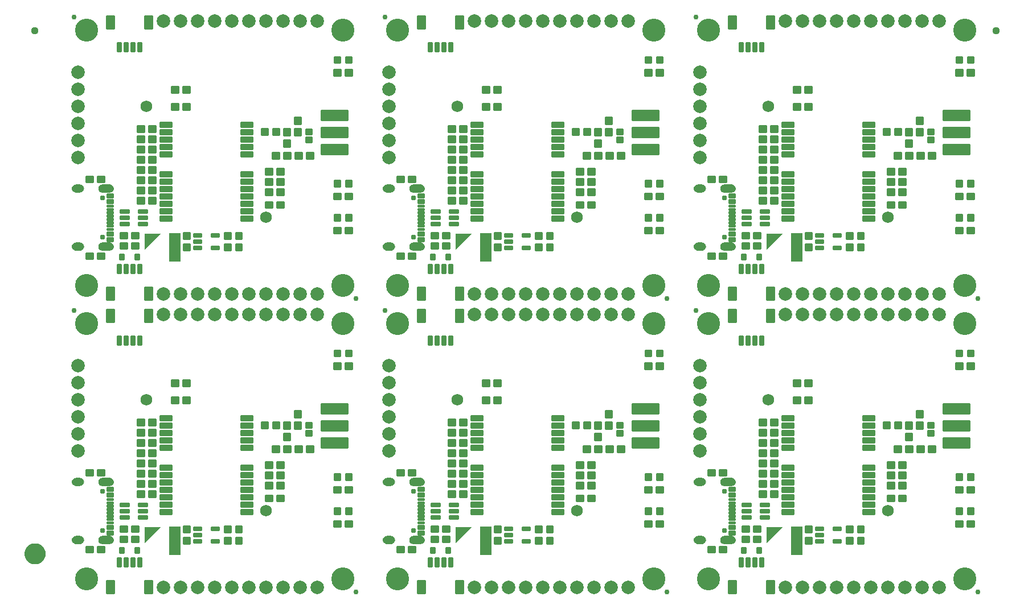
<source format=gts>
G04 EAGLE Gerber RS-274X export*
G75*
%MOMM*%
%FSLAX34Y34*%
%LPD*%
%INSoldermask Top*%
%IPPOS*%
%AMOC8*
5,1,8,0,0,1.08239X$1,22.5*%
G01*
%ADD10C,3.429000*%
%ADD11C,0.762000*%
%ADD12C,0.225588*%
%ADD13C,0.225369*%
%ADD14C,0.225400*%
%ADD15C,0.428259*%
%ADD16C,0.223409*%
%ADD17C,0.230578*%
%ADD18C,0.777000*%
%ADD19C,0.227778*%
%ADD20C,2.006600*%
%ADD21C,0.224709*%
%ADD22C,0.231750*%
%ADD23C,1.727000*%
%ADD24R,1.700000X4.200000*%
%ADD25C,0.227100*%
%ADD26C,1.127000*%
%ADD27C,1.270000*%
%ADD28C,1.627000*%

G36*
X573916Y515637D02*
X573916Y515637D01*
X573943Y515633D01*
X573984Y515651D01*
X574026Y515660D01*
X574062Y515686D01*
X574071Y515690D01*
X574075Y515695D01*
X574086Y515704D01*
X598086Y539704D01*
X598107Y539742D01*
X598136Y539775D01*
X598140Y539802D01*
X598153Y539826D01*
X598150Y539870D01*
X598157Y539913D01*
X598146Y539939D01*
X598144Y539966D01*
X598118Y540001D01*
X598100Y540041D01*
X598077Y540056D01*
X598061Y540078D01*
X598020Y540094D01*
X597984Y540118D01*
X597940Y540125D01*
X597931Y540128D01*
X597924Y540127D01*
X597910Y540129D01*
X573910Y540129D01*
X573894Y540124D01*
X573877Y540127D01*
X573827Y540105D01*
X573776Y540090D01*
X573765Y540077D01*
X573749Y540070D01*
X573719Y540025D01*
X573684Y539985D01*
X573681Y539968D01*
X573672Y539954D01*
X573661Y539880D01*
X573661Y515880D01*
X573673Y515838D01*
X573676Y515794D01*
X573692Y515772D01*
X573700Y515746D01*
X573733Y515717D01*
X573759Y515682D01*
X573785Y515672D01*
X573805Y515654D01*
X573849Y515647D01*
X573889Y515632D01*
X573916Y515637D01*
G37*
G36*
X111636Y515637D02*
X111636Y515637D01*
X111663Y515633D01*
X111704Y515651D01*
X111746Y515660D01*
X111782Y515686D01*
X111791Y515690D01*
X111795Y515695D01*
X111806Y515704D01*
X135806Y539704D01*
X135827Y539742D01*
X135856Y539775D01*
X135860Y539802D01*
X135873Y539826D01*
X135870Y539870D01*
X135877Y539913D01*
X135866Y539939D01*
X135864Y539966D01*
X135838Y540001D01*
X135820Y540041D01*
X135797Y540056D01*
X135781Y540078D01*
X135740Y540094D01*
X135704Y540118D01*
X135660Y540125D01*
X135651Y540128D01*
X135644Y540127D01*
X135630Y540129D01*
X111630Y540129D01*
X111614Y540124D01*
X111597Y540127D01*
X111547Y540105D01*
X111496Y540090D01*
X111485Y540077D01*
X111469Y540070D01*
X111439Y540025D01*
X111404Y539985D01*
X111401Y539968D01*
X111392Y539954D01*
X111381Y539880D01*
X111381Y515880D01*
X111393Y515838D01*
X111396Y515794D01*
X111412Y515772D01*
X111420Y515746D01*
X111453Y515717D01*
X111479Y515682D01*
X111505Y515672D01*
X111525Y515654D01*
X111569Y515647D01*
X111609Y515632D01*
X111636Y515637D01*
G37*
G36*
X1036196Y515637D02*
X1036196Y515637D01*
X1036223Y515633D01*
X1036264Y515651D01*
X1036306Y515660D01*
X1036342Y515686D01*
X1036351Y515690D01*
X1036355Y515695D01*
X1036366Y515704D01*
X1060366Y539704D01*
X1060387Y539742D01*
X1060416Y539775D01*
X1060420Y539802D01*
X1060433Y539826D01*
X1060430Y539870D01*
X1060437Y539913D01*
X1060426Y539939D01*
X1060424Y539966D01*
X1060398Y540001D01*
X1060380Y540041D01*
X1060357Y540056D01*
X1060341Y540078D01*
X1060300Y540094D01*
X1060264Y540118D01*
X1060220Y540125D01*
X1060211Y540128D01*
X1060204Y540127D01*
X1060190Y540129D01*
X1036190Y540129D01*
X1036174Y540124D01*
X1036157Y540127D01*
X1036107Y540105D01*
X1036056Y540090D01*
X1036045Y540077D01*
X1036029Y540070D01*
X1035999Y540025D01*
X1035964Y539985D01*
X1035961Y539968D01*
X1035952Y539954D01*
X1035941Y539880D01*
X1035941Y515880D01*
X1035953Y515838D01*
X1035956Y515794D01*
X1035972Y515772D01*
X1035980Y515746D01*
X1036013Y515717D01*
X1036039Y515682D01*
X1036065Y515672D01*
X1036085Y515654D01*
X1036129Y515647D01*
X1036169Y515632D01*
X1036196Y515637D01*
G37*
G36*
X1036196Y78757D02*
X1036196Y78757D01*
X1036223Y78753D01*
X1036264Y78771D01*
X1036306Y78780D01*
X1036342Y78806D01*
X1036351Y78810D01*
X1036355Y78815D01*
X1036366Y78824D01*
X1060366Y102824D01*
X1060387Y102862D01*
X1060416Y102895D01*
X1060420Y102922D01*
X1060433Y102946D01*
X1060430Y102990D01*
X1060437Y103033D01*
X1060426Y103059D01*
X1060424Y103086D01*
X1060398Y103121D01*
X1060380Y103161D01*
X1060357Y103176D01*
X1060341Y103198D01*
X1060300Y103214D01*
X1060264Y103238D01*
X1060220Y103245D01*
X1060211Y103248D01*
X1060204Y103247D01*
X1060190Y103249D01*
X1036190Y103249D01*
X1036174Y103244D01*
X1036157Y103247D01*
X1036107Y103225D01*
X1036056Y103210D01*
X1036045Y103197D01*
X1036029Y103190D01*
X1035999Y103145D01*
X1035964Y103105D01*
X1035961Y103088D01*
X1035952Y103074D01*
X1035941Y103000D01*
X1035941Y79000D01*
X1035953Y78958D01*
X1035956Y78914D01*
X1035972Y78892D01*
X1035980Y78866D01*
X1036013Y78837D01*
X1036039Y78802D01*
X1036065Y78792D01*
X1036085Y78774D01*
X1036129Y78767D01*
X1036169Y78752D01*
X1036196Y78757D01*
G37*
G36*
X573916Y78757D02*
X573916Y78757D01*
X573943Y78753D01*
X573984Y78771D01*
X574026Y78780D01*
X574062Y78806D01*
X574071Y78810D01*
X574075Y78815D01*
X574086Y78824D01*
X598086Y102824D01*
X598107Y102862D01*
X598136Y102895D01*
X598140Y102922D01*
X598153Y102946D01*
X598150Y102990D01*
X598157Y103033D01*
X598146Y103059D01*
X598144Y103086D01*
X598118Y103121D01*
X598100Y103161D01*
X598077Y103176D01*
X598061Y103198D01*
X598020Y103214D01*
X597984Y103238D01*
X597940Y103245D01*
X597931Y103248D01*
X597924Y103247D01*
X597910Y103249D01*
X573910Y103249D01*
X573894Y103244D01*
X573877Y103247D01*
X573827Y103225D01*
X573776Y103210D01*
X573765Y103197D01*
X573749Y103190D01*
X573719Y103145D01*
X573684Y103105D01*
X573681Y103088D01*
X573672Y103074D01*
X573661Y103000D01*
X573661Y79000D01*
X573673Y78958D01*
X573676Y78914D01*
X573692Y78892D01*
X573700Y78866D01*
X573733Y78837D01*
X573759Y78802D01*
X573785Y78792D01*
X573805Y78774D01*
X573849Y78767D01*
X573889Y78752D01*
X573916Y78757D01*
G37*
G36*
X111636Y78757D02*
X111636Y78757D01*
X111663Y78753D01*
X111704Y78771D01*
X111746Y78780D01*
X111782Y78806D01*
X111791Y78810D01*
X111795Y78815D01*
X111806Y78824D01*
X135806Y102824D01*
X135827Y102862D01*
X135856Y102895D01*
X135860Y102922D01*
X135873Y102946D01*
X135870Y102990D01*
X135877Y103033D01*
X135866Y103059D01*
X135864Y103086D01*
X135838Y103121D01*
X135820Y103161D01*
X135797Y103176D01*
X135781Y103198D01*
X135740Y103214D01*
X135704Y103238D01*
X135660Y103245D01*
X135651Y103248D01*
X135644Y103247D01*
X135630Y103249D01*
X111630Y103249D01*
X111614Y103244D01*
X111597Y103247D01*
X111547Y103225D01*
X111496Y103210D01*
X111485Y103197D01*
X111469Y103190D01*
X111439Y103145D01*
X111404Y103105D01*
X111401Y103088D01*
X111392Y103074D01*
X111381Y103000D01*
X111381Y79000D01*
X111393Y78958D01*
X111396Y78914D01*
X111412Y78892D01*
X111420Y78866D01*
X111453Y78837D01*
X111479Y78802D01*
X111505Y78792D01*
X111525Y78774D01*
X111569Y78767D01*
X111609Y78752D01*
X111636Y78757D01*
G37*
G36*
X984864Y514634D02*
X984864Y514634D01*
X984867Y514631D01*
X985989Y514786D01*
X985994Y514791D01*
X985998Y514788D01*
X987069Y515159D01*
X987073Y515165D01*
X987078Y515163D01*
X988055Y515736D01*
X988058Y515742D01*
X988063Y515741D01*
X988910Y516494D01*
X988912Y516501D01*
X988917Y516501D01*
X989601Y517404D01*
X989601Y517411D01*
X989606Y517412D01*
X990101Y518431D01*
X990099Y518438D01*
X990104Y518440D01*
X990391Y519537D01*
X990389Y519541D01*
X990391Y519542D01*
X990389Y519544D01*
X990392Y519546D01*
X990459Y520677D01*
X990457Y520681D01*
X990459Y520683D01*
X990392Y521814D01*
X990387Y521819D01*
X990391Y521823D01*
X990104Y522920D01*
X990098Y522924D01*
X990101Y522929D01*
X989606Y523948D01*
X989600Y523951D01*
X989601Y523956D01*
X988917Y524859D01*
X988910Y524861D01*
X988910Y524866D01*
X988063Y525619D01*
X988056Y525619D01*
X988055Y525624D01*
X987078Y526197D01*
X987071Y526196D01*
X987069Y526201D01*
X985998Y526572D01*
X985992Y526569D01*
X985989Y526574D01*
X984867Y526729D01*
X984862Y526726D01*
X984860Y526729D01*
X972860Y526729D01*
X972855Y526726D01*
X972852Y526729D01*
X971585Y526524D01*
X971579Y526518D01*
X971575Y526521D01*
X970385Y526039D01*
X970381Y526032D01*
X970375Y526034D01*
X969322Y525300D01*
X969320Y525292D01*
X969314Y525293D01*
X968451Y524343D01*
X968450Y524334D01*
X968445Y524334D01*
X967815Y523215D01*
X967816Y523207D01*
X967810Y523205D01*
X967445Y521975D01*
X967448Y521967D01*
X967443Y521964D01*
X967361Y520683D01*
X967364Y520679D01*
X967361Y520677D01*
X967443Y519396D01*
X967449Y519390D01*
X967445Y519385D01*
X967810Y518155D01*
X967817Y518150D01*
X967815Y518145D01*
X968445Y517026D01*
X968452Y517023D01*
X968451Y517017D01*
X969314Y516067D01*
X969322Y516066D01*
X969322Y516060D01*
X970375Y515326D01*
X970383Y515326D01*
X970385Y515321D01*
X971575Y514839D01*
X971582Y514841D01*
X971585Y514836D01*
X972852Y514631D01*
X972857Y514634D01*
X972860Y514631D01*
X984860Y514631D01*
X984864Y514634D01*
G37*
G36*
X522584Y514634D02*
X522584Y514634D01*
X522587Y514631D01*
X523709Y514786D01*
X523714Y514791D01*
X523718Y514788D01*
X524789Y515159D01*
X524793Y515165D01*
X524798Y515163D01*
X525775Y515736D01*
X525778Y515742D01*
X525783Y515741D01*
X526630Y516494D01*
X526632Y516501D01*
X526637Y516501D01*
X527321Y517404D01*
X527321Y517411D01*
X527326Y517412D01*
X527821Y518431D01*
X527819Y518438D01*
X527824Y518440D01*
X528111Y519537D01*
X528109Y519541D01*
X528111Y519542D01*
X528109Y519544D01*
X528112Y519546D01*
X528179Y520677D01*
X528177Y520681D01*
X528179Y520683D01*
X528112Y521814D01*
X528107Y521819D01*
X528111Y521823D01*
X527824Y522920D01*
X527818Y522924D01*
X527821Y522929D01*
X527326Y523948D01*
X527320Y523951D01*
X527321Y523956D01*
X526637Y524859D01*
X526630Y524861D01*
X526630Y524866D01*
X525783Y525619D01*
X525776Y525619D01*
X525775Y525624D01*
X524798Y526197D01*
X524791Y526196D01*
X524789Y526201D01*
X523718Y526572D01*
X523712Y526569D01*
X523709Y526574D01*
X522587Y526729D01*
X522582Y526726D01*
X522580Y526729D01*
X510580Y526729D01*
X510575Y526726D01*
X510572Y526729D01*
X509305Y526524D01*
X509299Y526518D01*
X509295Y526521D01*
X508105Y526039D01*
X508101Y526032D01*
X508095Y526034D01*
X507042Y525300D01*
X507040Y525292D01*
X507034Y525293D01*
X506171Y524343D01*
X506170Y524334D01*
X506165Y524334D01*
X505535Y523215D01*
X505536Y523207D01*
X505530Y523205D01*
X505165Y521975D01*
X505168Y521967D01*
X505163Y521964D01*
X505081Y520683D01*
X505084Y520679D01*
X505081Y520677D01*
X505163Y519396D01*
X505169Y519390D01*
X505165Y519385D01*
X505530Y518155D01*
X505537Y518150D01*
X505535Y518145D01*
X506165Y517026D01*
X506172Y517023D01*
X506171Y517017D01*
X507034Y516067D01*
X507042Y516066D01*
X507042Y516060D01*
X508095Y515326D01*
X508103Y515326D01*
X508105Y515321D01*
X509295Y514839D01*
X509302Y514841D01*
X509305Y514836D01*
X510572Y514631D01*
X510577Y514634D01*
X510580Y514631D01*
X522580Y514631D01*
X522584Y514634D01*
G37*
G36*
X60304Y514634D02*
X60304Y514634D01*
X60307Y514631D01*
X61429Y514786D01*
X61434Y514791D01*
X61438Y514788D01*
X62509Y515159D01*
X62513Y515165D01*
X62518Y515163D01*
X63495Y515736D01*
X63498Y515742D01*
X63503Y515741D01*
X64350Y516494D01*
X64352Y516501D01*
X64357Y516501D01*
X65041Y517404D01*
X65041Y517411D01*
X65046Y517412D01*
X65541Y518431D01*
X65539Y518438D01*
X65544Y518440D01*
X65831Y519537D01*
X65829Y519541D01*
X65831Y519542D01*
X65829Y519544D01*
X65832Y519546D01*
X65899Y520677D01*
X65897Y520681D01*
X65899Y520683D01*
X65832Y521814D01*
X65827Y521819D01*
X65831Y521823D01*
X65544Y522920D01*
X65538Y522924D01*
X65541Y522929D01*
X65046Y523948D01*
X65040Y523951D01*
X65041Y523956D01*
X64357Y524859D01*
X64350Y524861D01*
X64350Y524866D01*
X63503Y525619D01*
X63496Y525619D01*
X63495Y525624D01*
X62518Y526197D01*
X62511Y526196D01*
X62509Y526201D01*
X61438Y526572D01*
X61432Y526569D01*
X61429Y526574D01*
X60307Y526729D01*
X60302Y526726D01*
X60300Y526729D01*
X48300Y526729D01*
X48295Y526726D01*
X48292Y526729D01*
X47025Y526524D01*
X47019Y526518D01*
X47015Y526521D01*
X45825Y526039D01*
X45821Y526032D01*
X45815Y526034D01*
X44762Y525300D01*
X44760Y525292D01*
X44754Y525293D01*
X43891Y524343D01*
X43890Y524334D01*
X43885Y524334D01*
X43255Y523215D01*
X43256Y523207D01*
X43250Y523205D01*
X42885Y521975D01*
X42888Y521967D01*
X42883Y521964D01*
X42801Y520683D01*
X42804Y520679D01*
X42801Y520677D01*
X42883Y519396D01*
X42889Y519390D01*
X42885Y519385D01*
X43250Y518155D01*
X43257Y518150D01*
X43255Y518145D01*
X43885Y517026D01*
X43892Y517023D01*
X43891Y517017D01*
X44754Y516067D01*
X44762Y516066D01*
X44762Y516060D01*
X45815Y515326D01*
X45823Y515326D01*
X45825Y515321D01*
X47015Y514839D01*
X47022Y514841D01*
X47025Y514836D01*
X48292Y514631D01*
X48297Y514634D01*
X48300Y514631D01*
X60300Y514631D01*
X60304Y514634D01*
G37*
G36*
X60304Y601034D02*
X60304Y601034D01*
X60307Y601031D01*
X61429Y601186D01*
X61434Y601191D01*
X61438Y601188D01*
X62509Y601559D01*
X62513Y601565D01*
X62518Y601563D01*
X63495Y602136D01*
X63498Y602142D01*
X63503Y602141D01*
X64350Y602894D01*
X64352Y602901D01*
X64357Y602901D01*
X65041Y603804D01*
X65041Y603811D01*
X65046Y603812D01*
X65541Y604831D01*
X65539Y604838D01*
X65544Y604840D01*
X65831Y605937D01*
X65829Y605941D01*
X65831Y605942D01*
X65829Y605944D01*
X65832Y605946D01*
X65899Y607077D01*
X65897Y607081D01*
X65899Y607083D01*
X65832Y608214D01*
X65827Y608219D01*
X65831Y608223D01*
X65544Y609320D01*
X65538Y609324D01*
X65541Y609329D01*
X65046Y610348D01*
X65040Y610351D01*
X65041Y610356D01*
X64357Y611259D01*
X64350Y611261D01*
X64350Y611266D01*
X63503Y612019D01*
X63496Y612019D01*
X63495Y612024D01*
X62518Y612597D01*
X62511Y612596D01*
X62509Y612601D01*
X61438Y612972D01*
X61432Y612969D01*
X61429Y612974D01*
X60307Y613129D01*
X60302Y613126D01*
X60300Y613129D01*
X48300Y613129D01*
X48295Y613126D01*
X48292Y613129D01*
X47025Y612924D01*
X47019Y612918D01*
X47015Y612921D01*
X45825Y612439D01*
X45821Y612432D01*
X45815Y612434D01*
X44762Y611700D01*
X44760Y611692D01*
X44754Y611693D01*
X43891Y610743D01*
X43890Y610734D01*
X43885Y610734D01*
X43255Y609615D01*
X43256Y609607D01*
X43250Y609605D01*
X42885Y608375D01*
X42888Y608367D01*
X42883Y608364D01*
X42801Y607083D01*
X42804Y607079D01*
X42801Y607077D01*
X42883Y605796D01*
X42889Y605790D01*
X42885Y605785D01*
X43250Y604555D01*
X43257Y604550D01*
X43255Y604545D01*
X43885Y603426D01*
X43892Y603423D01*
X43891Y603417D01*
X44754Y602467D01*
X44762Y602466D01*
X44762Y602460D01*
X45815Y601726D01*
X45823Y601726D01*
X45825Y601721D01*
X47015Y601239D01*
X47022Y601241D01*
X47025Y601236D01*
X48292Y601031D01*
X48297Y601034D01*
X48300Y601031D01*
X60300Y601031D01*
X60304Y601034D01*
G37*
G36*
X984864Y601034D02*
X984864Y601034D01*
X984867Y601031D01*
X985989Y601186D01*
X985994Y601191D01*
X985998Y601188D01*
X987069Y601559D01*
X987073Y601565D01*
X987078Y601563D01*
X988055Y602136D01*
X988058Y602142D01*
X988063Y602141D01*
X988910Y602894D01*
X988912Y602901D01*
X988917Y602901D01*
X989601Y603804D01*
X989601Y603811D01*
X989606Y603812D01*
X990101Y604831D01*
X990099Y604838D01*
X990104Y604840D01*
X990391Y605937D01*
X990389Y605941D01*
X990391Y605942D01*
X990389Y605944D01*
X990392Y605946D01*
X990459Y607077D01*
X990457Y607081D01*
X990459Y607083D01*
X990392Y608214D01*
X990387Y608219D01*
X990391Y608223D01*
X990104Y609320D01*
X990098Y609324D01*
X990101Y609329D01*
X989606Y610348D01*
X989600Y610351D01*
X989601Y610356D01*
X988917Y611259D01*
X988910Y611261D01*
X988910Y611266D01*
X988063Y612019D01*
X988056Y612019D01*
X988055Y612024D01*
X987078Y612597D01*
X987071Y612596D01*
X987069Y612601D01*
X985998Y612972D01*
X985992Y612969D01*
X985989Y612974D01*
X984867Y613129D01*
X984862Y613126D01*
X984860Y613129D01*
X972860Y613129D01*
X972855Y613126D01*
X972852Y613129D01*
X971585Y612924D01*
X971579Y612918D01*
X971575Y612921D01*
X970385Y612439D01*
X970381Y612432D01*
X970375Y612434D01*
X969322Y611700D01*
X969320Y611692D01*
X969314Y611693D01*
X968451Y610743D01*
X968450Y610734D01*
X968445Y610734D01*
X967815Y609615D01*
X967816Y609607D01*
X967810Y609605D01*
X967445Y608375D01*
X967448Y608367D01*
X967443Y608364D01*
X967361Y607083D01*
X967364Y607079D01*
X967361Y607077D01*
X967443Y605796D01*
X967449Y605790D01*
X967445Y605785D01*
X967810Y604555D01*
X967817Y604550D01*
X967815Y604545D01*
X968445Y603426D01*
X968452Y603423D01*
X968451Y603417D01*
X969314Y602467D01*
X969322Y602466D01*
X969322Y602460D01*
X970375Y601726D01*
X970383Y601726D01*
X970385Y601721D01*
X971575Y601239D01*
X971582Y601241D01*
X971585Y601236D01*
X972852Y601031D01*
X972857Y601034D01*
X972860Y601031D01*
X984860Y601031D01*
X984864Y601034D01*
G37*
G36*
X522584Y601034D02*
X522584Y601034D01*
X522587Y601031D01*
X523709Y601186D01*
X523714Y601191D01*
X523718Y601188D01*
X524789Y601559D01*
X524793Y601565D01*
X524798Y601563D01*
X525775Y602136D01*
X525778Y602142D01*
X525783Y602141D01*
X526630Y602894D01*
X526632Y602901D01*
X526637Y602901D01*
X527321Y603804D01*
X527321Y603811D01*
X527326Y603812D01*
X527821Y604831D01*
X527819Y604838D01*
X527824Y604840D01*
X528111Y605937D01*
X528109Y605941D01*
X528111Y605942D01*
X528109Y605944D01*
X528112Y605946D01*
X528179Y607077D01*
X528177Y607081D01*
X528179Y607083D01*
X528112Y608214D01*
X528107Y608219D01*
X528111Y608223D01*
X527824Y609320D01*
X527818Y609324D01*
X527821Y609329D01*
X527326Y610348D01*
X527320Y610351D01*
X527321Y610356D01*
X526637Y611259D01*
X526630Y611261D01*
X526630Y611266D01*
X525783Y612019D01*
X525776Y612019D01*
X525775Y612024D01*
X524798Y612597D01*
X524791Y612596D01*
X524789Y612601D01*
X523718Y612972D01*
X523712Y612969D01*
X523709Y612974D01*
X522587Y613129D01*
X522582Y613126D01*
X522580Y613129D01*
X510580Y613129D01*
X510575Y613126D01*
X510572Y613129D01*
X509305Y612924D01*
X509299Y612918D01*
X509295Y612921D01*
X508105Y612439D01*
X508101Y612432D01*
X508095Y612434D01*
X507042Y611700D01*
X507040Y611692D01*
X507034Y611693D01*
X506171Y610743D01*
X506170Y610734D01*
X506165Y610734D01*
X505535Y609615D01*
X505536Y609607D01*
X505530Y609605D01*
X505165Y608375D01*
X505168Y608367D01*
X505163Y608364D01*
X505081Y607083D01*
X505084Y607079D01*
X505081Y607077D01*
X505163Y605796D01*
X505169Y605790D01*
X505165Y605785D01*
X505530Y604555D01*
X505537Y604550D01*
X505535Y604545D01*
X506165Y603426D01*
X506172Y603423D01*
X506171Y603417D01*
X507034Y602467D01*
X507042Y602466D01*
X507042Y602460D01*
X508095Y601726D01*
X508103Y601726D01*
X508105Y601721D01*
X509295Y601239D01*
X509302Y601241D01*
X509305Y601236D01*
X510572Y601031D01*
X510577Y601034D01*
X510580Y601031D01*
X522580Y601031D01*
X522584Y601034D01*
G37*
G36*
X522584Y164154D02*
X522584Y164154D01*
X522587Y164151D01*
X523709Y164306D01*
X523714Y164311D01*
X523718Y164308D01*
X524789Y164679D01*
X524793Y164685D01*
X524798Y164683D01*
X525775Y165256D01*
X525778Y165262D01*
X525783Y165261D01*
X526630Y166014D01*
X526632Y166021D01*
X526637Y166021D01*
X527321Y166924D01*
X527321Y166931D01*
X527326Y166932D01*
X527821Y167951D01*
X527819Y167958D01*
X527824Y167960D01*
X528111Y169057D01*
X528109Y169061D01*
X528111Y169062D01*
X528109Y169064D01*
X528112Y169066D01*
X528179Y170197D01*
X528177Y170201D01*
X528179Y170203D01*
X528112Y171334D01*
X528107Y171339D01*
X528111Y171343D01*
X527824Y172440D01*
X527818Y172444D01*
X527821Y172449D01*
X527326Y173468D01*
X527320Y173471D01*
X527321Y173476D01*
X526637Y174379D01*
X526630Y174381D01*
X526630Y174386D01*
X525783Y175139D01*
X525776Y175139D01*
X525775Y175144D01*
X524798Y175717D01*
X524791Y175716D01*
X524789Y175721D01*
X523718Y176092D01*
X523712Y176089D01*
X523709Y176094D01*
X522587Y176249D01*
X522582Y176246D01*
X522580Y176249D01*
X510580Y176249D01*
X510575Y176246D01*
X510572Y176249D01*
X509305Y176044D01*
X509299Y176038D01*
X509295Y176041D01*
X508105Y175559D01*
X508101Y175552D01*
X508095Y175554D01*
X507042Y174820D01*
X507040Y174812D01*
X507034Y174813D01*
X506171Y173863D01*
X506170Y173854D01*
X506165Y173854D01*
X505535Y172735D01*
X505536Y172727D01*
X505530Y172725D01*
X505165Y171495D01*
X505168Y171487D01*
X505163Y171484D01*
X505081Y170203D01*
X505084Y170199D01*
X505081Y170197D01*
X505163Y168916D01*
X505169Y168910D01*
X505165Y168905D01*
X505530Y167675D01*
X505537Y167670D01*
X505535Y167665D01*
X506165Y166546D01*
X506172Y166543D01*
X506171Y166537D01*
X507034Y165587D01*
X507042Y165586D01*
X507042Y165580D01*
X508095Y164846D01*
X508103Y164846D01*
X508105Y164841D01*
X509295Y164359D01*
X509302Y164361D01*
X509305Y164356D01*
X510572Y164151D01*
X510577Y164154D01*
X510580Y164151D01*
X522580Y164151D01*
X522584Y164154D01*
G37*
G36*
X60304Y164154D02*
X60304Y164154D01*
X60307Y164151D01*
X61429Y164306D01*
X61434Y164311D01*
X61438Y164308D01*
X62509Y164679D01*
X62513Y164685D01*
X62518Y164683D01*
X63495Y165256D01*
X63498Y165262D01*
X63503Y165261D01*
X64350Y166014D01*
X64352Y166021D01*
X64357Y166021D01*
X65041Y166924D01*
X65041Y166931D01*
X65046Y166932D01*
X65541Y167951D01*
X65539Y167958D01*
X65544Y167960D01*
X65831Y169057D01*
X65829Y169061D01*
X65831Y169062D01*
X65829Y169064D01*
X65832Y169066D01*
X65899Y170197D01*
X65897Y170201D01*
X65899Y170203D01*
X65832Y171334D01*
X65827Y171339D01*
X65831Y171343D01*
X65544Y172440D01*
X65538Y172444D01*
X65541Y172449D01*
X65046Y173468D01*
X65040Y173471D01*
X65041Y173476D01*
X64357Y174379D01*
X64350Y174381D01*
X64350Y174386D01*
X63503Y175139D01*
X63496Y175139D01*
X63495Y175144D01*
X62518Y175717D01*
X62511Y175716D01*
X62509Y175721D01*
X61438Y176092D01*
X61432Y176089D01*
X61429Y176094D01*
X60307Y176249D01*
X60302Y176246D01*
X60300Y176249D01*
X48300Y176249D01*
X48295Y176246D01*
X48292Y176249D01*
X47025Y176044D01*
X47019Y176038D01*
X47015Y176041D01*
X45825Y175559D01*
X45821Y175552D01*
X45815Y175554D01*
X44762Y174820D01*
X44760Y174812D01*
X44754Y174813D01*
X43891Y173863D01*
X43890Y173854D01*
X43885Y173854D01*
X43255Y172735D01*
X43256Y172727D01*
X43250Y172725D01*
X42885Y171495D01*
X42888Y171487D01*
X42883Y171484D01*
X42801Y170203D01*
X42804Y170199D01*
X42801Y170197D01*
X42883Y168916D01*
X42889Y168910D01*
X42885Y168905D01*
X43250Y167675D01*
X43257Y167670D01*
X43255Y167665D01*
X43885Y166546D01*
X43892Y166543D01*
X43891Y166537D01*
X44754Y165587D01*
X44762Y165586D01*
X44762Y165580D01*
X45815Y164846D01*
X45823Y164846D01*
X45825Y164841D01*
X47015Y164359D01*
X47022Y164361D01*
X47025Y164356D01*
X48292Y164151D01*
X48297Y164154D01*
X48300Y164151D01*
X60300Y164151D01*
X60304Y164154D01*
G37*
G36*
X984864Y164154D02*
X984864Y164154D01*
X984867Y164151D01*
X985989Y164306D01*
X985994Y164311D01*
X985998Y164308D01*
X987069Y164679D01*
X987073Y164685D01*
X987078Y164683D01*
X988055Y165256D01*
X988058Y165262D01*
X988063Y165261D01*
X988910Y166014D01*
X988912Y166021D01*
X988917Y166021D01*
X989601Y166924D01*
X989601Y166931D01*
X989606Y166932D01*
X990101Y167951D01*
X990099Y167958D01*
X990104Y167960D01*
X990391Y169057D01*
X990389Y169061D01*
X990391Y169062D01*
X990389Y169064D01*
X990392Y169066D01*
X990459Y170197D01*
X990457Y170201D01*
X990459Y170203D01*
X990392Y171334D01*
X990387Y171339D01*
X990391Y171343D01*
X990104Y172440D01*
X990098Y172444D01*
X990101Y172449D01*
X989606Y173468D01*
X989600Y173471D01*
X989601Y173476D01*
X988917Y174379D01*
X988910Y174381D01*
X988910Y174386D01*
X988063Y175139D01*
X988056Y175139D01*
X988055Y175144D01*
X987078Y175717D01*
X987071Y175716D01*
X987069Y175721D01*
X985998Y176092D01*
X985992Y176089D01*
X985989Y176094D01*
X984867Y176249D01*
X984862Y176246D01*
X984860Y176249D01*
X972860Y176249D01*
X972855Y176246D01*
X972852Y176249D01*
X971585Y176044D01*
X971579Y176038D01*
X971575Y176041D01*
X970385Y175559D01*
X970381Y175552D01*
X970375Y175554D01*
X969322Y174820D01*
X969320Y174812D01*
X969314Y174813D01*
X968451Y173863D01*
X968450Y173854D01*
X968445Y173854D01*
X967815Y172735D01*
X967816Y172727D01*
X967810Y172725D01*
X967445Y171495D01*
X967448Y171487D01*
X967443Y171484D01*
X967361Y170203D01*
X967364Y170199D01*
X967361Y170197D01*
X967443Y168916D01*
X967449Y168910D01*
X967445Y168905D01*
X967810Y167675D01*
X967817Y167670D01*
X967815Y167665D01*
X968445Y166546D01*
X968452Y166543D01*
X968451Y166537D01*
X969314Y165587D01*
X969322Y165586D01*
X969322Y165580D01*
X970375Y164846D01*
X970383Y164846D01*
X970385Y164841D01*
X971575Y164359D01*
X971582Y164361D01*
X971585Y164356D01*
X972852Y164151D01*
X972857Y164154D01*
X972860Y164151D01*
X984860Y164151D01*
X984864Y164154D01*
G37*
G36*
X984864Y77754D02*
X984864Y77754D01*
X984867Y77751D01*
X985989Y77906D01*
X985994Y77911D01*
X985998Y77908D01*
X987069Y78279D01*
X987073Y78285D01*
X987078Y78283D01*
X988055Y78856D01*
X988058Y78862D01*
X988063Y78861D01*
X988910Y79614D01*
X988912Y79621D01*
X988917Y79621D01*
X989601Y80524D01*
X989601Y80531D01*
X989606Y80532D01*
X990101Y81551D01*
X990099Y81558D01*
X990104Y81560D01*
X990391Y82657D01*
X990389Y82661D01*
X990391Y82662D01*
X990389Y82664D01*
X990392Y82666D01*
X990459Y83797D01*
X990457Y83801D01*
X990459Y83803D01*
X990392Y84934D01*
X990387Y84939D01*
X990391Y84943D01*
X990104Y86040D01*
X990098Y86044D01*
X990101Y86049D01*
X989606Y87068D01*
X989600Y87071D01*
X989601Y87076D01*
X988917Y87979D01*
X988910Y87981D01*
X988910Y87986D01*
X988063Y88739D01*
X988056Y88739D01*
X988055Y88744D01*
X987078Y89317D01*
X987071Y89316D01*
X987069Y89321D01*
X985998Y89692D01*
X985992Y89689D01*
X985989Y89694D01*
X984867Y89849D01*
X984862Y89846D01*
X984860Y89849D01*
X972860Y89849D01*
X972855Y89846D01*
X972852Y89849D01*
X971585Y89644D01*
X971579Y89638D01*
X971575Y89641D01*
X970385Y89159D01*
X970381Y89152D01*
X970375Y89154D01*
X969322Y88420D01*
X969320Y88412D01*
X969314Y88413D01*
X968451Y87463D01*
X968450Y87454D01*
X968445Y87454D01*
X967815Y86335D01*
X967816Y86327D01*
X967810Y86325D01*
X967445Y85095D01*
X967448Y85087D01*
X967443Y85084D01*
X967361Y83803D01*
X967364Y83799D01*
X967361Y83797D01*
X967443Y82516D01*
X967449Y82510D01*
X967445Y82505D01*
X967810Y81275D01*
X967817Y81270D01*
X967815Y81265D01*
X968445Y80146D01*
X968452Y80143D01*
X968451Y80137D01*
X969314Y79187D01*
X969322Y79186D01*
X969322Y79180D01*
X970375Y78446D01*
X970383Y78446D01*
X970385Y78441D01*
X971575Y77959D01*
X971582Y77961D01*
X971585Y77956D01*
X972852Y77751D01*
X972857Y77754D01*
X972860Y77751D01*
X984860Y77751D01*
X984864Y77754D01*
G37*
G36*
X522584Y77754D02*
X522584Y77754D01*
X522587Y77751D01*
X523709Y77906D01*
X523714Y77911D01*
X523718Y77908D01*
X524789Y78279D01*
X524793Y78285D01*
X524798Y78283D01*
X525775Y78856D01*
X525778Y78862D01*
X525783Y78861D01*
X526630Y79614D01*
X526632Y79621D01*
X526637Y79621D01*
X527321Y80524D01*
X527321Y80531D01*
X527326Y80532D01*
X527821Y81551D01*
X527819Y81558D01*
X527824Y81560D01*
X528111Y82657D01*
X528109Y82661D01*
X528111Y82662D01*
X528109Y82664D01*
X528112Y82666D01*
X528179Y83797D01*
X528177Y83801D01*
X528179Y83803D01*
X528112Y84934D01*
X528107Y84939D01*
X528111Y84943D01*
X527824Y86040D01*
X527818Y86044D01*
X527821Y86049D01*
X527326Y87068D01*
X527320Y87071D01*
X527321Y87076D01*
X526637Y87979D01*
X526630Y87981D01*
X526630Y87986D01*
X525783Y88739D01*
X525776Y88739D01*
X525775Y88744D01*
X524798Y89317D01*
X524791Y89316D01*
X524789Y89321D01*
X523718Y89692D01*
X523712Y89689D01*
X523709Y89694D01*
X522587Y89849D01*
X522582Y89846D01*
X522580Y89849D01*
X510580Y89849D01*
X510575Y89846D01*
X510572Y89849D01*
X509305Y89644D01*
X509299Y89638D01*
X509295Y89641D01*
X508105Y89159D01*
X508101Y89152D01*
X508095Y89154D01*
X507042Y88420D01*
X507040Y88412D01*
X507034Y88413D01*
X506171Y87463D01*
X506170Y87454D01*
X506165Y87454D01*
X505535Y86335D01*
X505536Y86327D01*
X505530Y86325D01*
X505165Y85095D01*
X505168Y85087D01*
X505163Y85084D01*
X505081Y83803D01*
X505084Y83799D01*
X505081Y83797D01*
X505163Y82516D01*
X505169Y82510D01*
X505165Y82505D01*
X505530Y81275D01*
X505537Y81270D01*
X505535Y81265D01*
X506165Y80146D01*
X506172Y80143D01*
X506171Y80137D01*
X507034Y79187D01*
X507042Y79186D01*
X507042Y79180D01*
X508095Y78446D01*
X508103Y78446D01*
X508105Y78441D01*
X509295Y77959D01*
X509302Y77961D01*
X509305Y77956D01*
X510572Y77751D01*
X510577Y77754D01*
X510580Y77751D01*
X522580Y77751D01*
X522584Y77754D01*
G37*
G36*
X60304Y77754D02*
X60304Y77754D01*
X60307Y77751D01*
X61429Y77906D01*
X61434Y77911D01*
X61438Y77908D01*
X62509Y78279D01*
X62513Y78285D01*
X62518Y78283D01*
X63495Y78856D01*
X63498Y78862D01*
X63503Y78861D01*
X64350Y79614D01*
X64352Y79621D01*
X64357Y79621D01*
X65041Y80524D01*
X65041Y80531D01*
X65046Y80532D01*
X65541Y81551D01*
X65539Y81558D01*
X65544Y81560D01*
X65831Y82657D01*
X65829Y82661D01*
X65831Y82662D01*
X65829Y82664D01*
X65832Y82666D01*
X65899Y83797D01*
X65897Y83801D01*
X65899Y83803D01*
X65832Y84934D01*
X65827Y84939D01*
X65831Y84943D01*
X65544Y86040D01*
X65538Y86044D01*
X65541Y86049D01*
X65046Y87068D01*
X65040Y87071D01*
X65041Y87076D01*
X64357Y87979D01*
X64350Y87981D01*
X64350Y87986D01*
X63503Y88739D01*
X63496Y88739D01*
X63495Y88744D01*
X62518Y89317D01*
X62511Y89316D01*
X62509Y89321D01*
X61438Y89692D01*
X61432Y89689D01*
X61429Y89694D01*
X60307Y89849D01*
X60302Y89846D01*
X60300Y89849D01*
X48300Y89849D01*
X48295Y89846D01*
X48292Y89849D01*
X47025Y89644D01*
X47019Y89638D01*
X47015Y89641D01*
X45825Y89159D01*
X45821Y89152D01*
X45815Y89154D01*
X44762Y88420D01*
X44760Y88412D01*
X44754Y88413D01*
X43891Y87463D01*
X43890Y87454D01*
X43885Y87454D01*
X43255Y86335D01*
X43256Y86327D01*
X43250Y86325D01*
X42885Y85095D01*
X42888Y85087D01*
X42883Y85084D01*
X42801Y83803D01*
X42804Y83799D01*
X42801Y83797D01*
X42883Y82516D01*
X42889Y82510D01*
X42885Y82505D01*
X43250Y81275D01*
X43257Y81270D01*
X43255Y81265D01*
X43885Y80146D01*
X43892Y80143D01*
X43891Y80137D01*
X44754Y79187D01*
X44762Y79186D01*
X44762Y79180D01*
X45815Y78446D01*
X45823Y78446D01*
X45825Y78441D01*
X47015Y77959D01*
X47022Y77961D01*
X47025Y77956D01*
X48292Y77751D01*
X48297Y77754D01*
X48300Y77751D01*
X60300Y77751D01*
X60304Y77754D01*
G37*
G36*
X477783Y514633D02*
X477783Y514633D01*
X477785Y514631D01*
X478961Y514742D01*
X478966Y514747D01*
X478970Y514744D01*
X480102Y515082D01*
X480106Y515088D01*
X480111Y515086D01*
X481155Y515638D01*
X481158Y515645D01*
X481163Y515643D01*
X482079Y516389D01*
X482080Y516396D01*
X482086Y516396D01*
X482839Y517306D01*
X482839Y517313D01*
X482844Y517314D01*
X483405Y518353D01*
X483404Y518358D01*
X483408Y518360D01*
X483407Y518361D01*
X483409Y518362D01*
X483756Y519491D01*
X483756Y519492D01*
X483757Y519493D01*
X483754Y519497D01*
X483758Y519500D01*
X483879Y520675D01*
X483875Y520682D01*
X483879Y520686D01*
X483722Y522026D01*
X483717Y522032D01*
X483720Y522037D01*
X483269Y523308D01*
X483262Y523313D01*
X483264Y523318D01*
X482542Y524457D01*
X482534Y524460D01*
X482535Y524466D01*
X481577Y525416D01*
X481569Y525417D01*
X481568Y525423D01*
X480423Y526136D01*
X480415Y526135D01*
X480413Y526141D01*
X479137Y526581D01*
X479130Y526579D01*
X479127Y526583D01*
X477785Y526729D01*
X477782Y526727D01*
X477780Y526729D01*
X471780Y526729D01*
X471777Y526727D01*
X471774Y526729D01*
X470445Y526574D01*
X470439Y526568D01*
X470435Y526571D01*
X469174Y526124D01*
X469169Y526117D01*
X469164Y526119D01*
X468034Y525402D01*
X468031Y525395D01*
X468025Y525396D01*
X467083Y524446D01*
X467082Y524437D01*
X467076Y524437D01*
X466369Y523301D01*
X466370Y523293D01*
X466364Y523291D01*
X465928Y522026D01*
X465930Y522018D01*
X465925Y522016D01*
X465781Y520685D01*
X465785Y520679D01*
X465781Y520675D01*
X465891Y519509D01*
X465896Y519504D01*
X465893Y519500D01*
X466228Y518377D01*
X466234Y518373D01*
X466232Y518369D01*
X466780Y517333D01*
X466786Y517330D01*
X466785Y517325D01*
X467524Y516417D01*
X467531Y516415D01*
X467531Y516410D01*
X468433Y515663D01*
X468441Y515663D01*
X468441Y515658D01*
X469472Y515101D01*
X469479Y515102D01*
X469481Y515097D01*
X470600Y514753D01*
X470607Y514755D01*
X470610Y514751D01*
X471775Y514631D01*
X471778Y514633D01*
X471780Y514631D01*
X477780Y514631D01*
X477783Y514633D01*
G37*
G36*
X940063Y514633D02*
X940063Y514633D01*
X940065Y514631D01*
X941241Y514742D01*
X941246Y514747D01*
X941250Y514744D01*
X942382Y515082D01*
X942386Y515088D01*
X942391Y515086D01*
X943435Y515638D01*
X943438Y515645D01*
X943443Y515643D01*
X944359Y516389D01*
X944360Y516396D01*
X944366Y516396D01*
X945119Y517306D01*
X945119Y517313D01*
X945124Y517314D01*
X945685Y518353D01*
X945684Y518358D01*
X945688Y518360D01*
X945687Y518361D01*
X945689Y518362D01*
X946036Y519491D01*
X946036Y519492D01*
X946037Y519493D01*
X946034Y519497D01*
X946038Y519500D01*
X946159Y520675D01*
X946155Y520682D01*
X946159Y520686D01*
X946002Y522026D01*
X945997Y522032D01*
X946000Y522037D01*
X945549Y523308D01*
X945542Y523313D01*
X945544Y523318D01*
X944822Y524457D01*
X944814Y524460D01*
X944815Y524466D01*
X943857Y525416D01*
X943849Y525417D01*
X943848Y525423D01*
X942703Y526136D01*
X942695Y526135D01*
X942693Y526141D01*
X941417Y526581D01*
X941410Y526579D01*
X941407Y526583D01*
X940065Y526729D01*
X940062Y526727D01*
X940060Y526729D01*
X934060Y526729D01*
X934057Y526727D01*
X934054Y526729D01*
X932725Y526574D01*
X932719Y526568D01*
X932715Y526571D01*
X931454Y526124D01*
X931449Y526117D01*
X931444Y526119D01*
X930314Y525402D01*
X930311Y525395D01*
X930305Y525396D01*
X929363Y524446D01*
X929362Y524437D01*
X929356Y524437D01*
X928649Y523301D01*
X928650Y523293D01*
X928644Y523291D01*
X928208Y522026D01*
X928210Y522018D01*
X928205Y522016D01*
X928061Y520685D01*
X928065Y520679D01*
X928061Y520675D01*
X928171Y519509D01*
X928176Y519504D01*
X928173Y519500D01*
X928508Y518377D01*
X928514Y518373D01*
X928512Y518369D01*
X929060Y517333D01*
X929066Y517330D01*
X929065Y517325D01*
X929804Y516417D01*
X929811Y516415D01*
X929811Y516410D01*
X930713Y515663D01*
X930721Y515663D01*
X930721Y515658D01*
X931752Y515101D01*
X931759Y515102D01*
X931761Y515097D01*
X932880Y514753D01*
X932887Y514755D01*
X932890Y514751D01*
X934055Y514631D01*
X934058Y514633D01*
X934060Y514631D01*
X940060Y514631D01*
X940063Y514633D01*
G37*
G36*
X15503Y514633D02*
X15503Y514633D01*
X15505Y514631D01*
X16681Y514742D01*
X16686Y514747D01*
X16690Y514744D01*
X17822Y515082D01*
X17826Y515088D01*
X17831Y515086D01*
X18875Y515638D01*
X18878Y515645D01*
X18883Y515643D01*
X19799Y516389D01*
X19800Y516396D01*
X19806Y516396D01*
X20559Y517306D01*
X20559Y517313D01*
X20564Y517314D01*
X21125Y518353D01*
X21124Y518358D01*
X21128Y518360D01*
X21127Y518361D01*
X21129Y518362D01*
X21476Y519491D01*
X21476Y519492D01*
X21477Y519493D01*
X21474Y519497D01*
X21478Y519500D01*
X21599Y520675D01*
X21595Y520682D01*
X21599Y520686D01*
X21442Y522026D01*
X21437Y522032D01*
X21440Y522037D01*
X20989Y523308D01*
X20982Y523313D01*
X20984Y523318D01*
X20262Y524457D01*
X20254Y524460D01*
X20255Y524466D01*
X19297Y525416D01*
X19289Y525417D01*
X19288Y525423D01*
X18143Y526136D01*
X18135Y526135D01*
X18133Y526141D01*
X16857Y526581D01*
X16850Y526579D01*
X16847Y526583D01*
X15505Y526729D01*
X15502Y526727D01*
X15500Y526729D01*
X9500Y526729D01*
X9497Y526727D01*
X9494Y526729D01*
X8165Y526574D01*
X8159Y526568D01*
X8155Y526571D01*
X6894Y526124D01*
X6889Y526117D01*
X6884Y526119D01*
X5754Y525402D01*
X5751Y525395D01*
X5745Y525396D01*
X4803Y524446D01*
X4802Y524437D01*
X4796Y524437D01*
X4089Y523301D01*
X4090Y523293D01*
X4084Y523291D01*
X3648Y522026D01*
X3650Y522018D01*
X3645Y522016D01*
X3501Y520685D01*
X3505Y520679D01*
X3501Y520675D01*
X3611Y519509D01*
X3616Y519504D01*
X3613Y519500D01*
X3948Y518377D01*
X3954Y518373D01*
X3952Y518369D01*
X4500Y517333D01*
X4506Y517330D01*
X4505Y517325D01*
X5244Y516417D01*
X5251Y516415D01*
X5251Y516410D01*
X6153Y515663D01*
X6161Y515663D01*
X6161Y515658D01*
X7192Y515101D01*
X7199Y515102D01*
X7201Y515097D01*
X8320Y514753D01*
X8327Y514755D01*
X8330Y514751D01*
X9495Y514631D01*
X9498Y514633D01*
X9500Y514631D01*
X15500Y514631D01*
X15503Y514633D01*
G37*
G36*
X940063Y601033D02*
X940063Y601033D01*
X940065Y601031D01*
X941241Y601142D01*
X941246Y601147D01*
X941250Y601144D01*
X942382Y601482D01*
X942386Y601488D01*
X942391Y601486D01*
X943435Y602038D01*
X943438Y602045D01*
X943443Y602043D01*
X944359Y602789D01*
X944360Y602796D01*
X944366Y602796D01*
X945119Y603706D01*
X945119Y603713D01*
X945124Y603714D01*
X945685Y604753D01*
X945684Y604758D01*
X945688Y604760D01*
X945687Y604761D01*
X945689Y604762D01*
X946036Y605891D01*
X946036Y605892D01*
X946037Y605893D01*
X946034Y605897D01*
X946038Y605900D01*
X946159Y607075D01*
X946155Y607082D01*
X946159Y607086D01*
X946002Y608426D01*
X945997Y608432D01*
X946000Y608437D01*
X945549Y609708D01*
X945542Y609713D01*
X945544Y609718D01*
X944822Y610857D01*
X944814Y610860D01*
X944815Y610866D01*
X943857Y611816D01*
X943849Y611817D01*
X943848Y611823D01*
X942703Y612536D01*
X942695Y612535D01*
X942693Y612541D01*
X941417Y612981D01*
X941410Y612979D01*
X941407Y612983D01*
X940065Y613129D01*
X940062Y613127D01*
X940060Y613129D01*
X934060Y613129D01*
X934057Y613127D01*
X934054Y613129D01*
X932725Y612974D01*
X932719Y612968D01*
X932715Y612971D01*
X931454Y612524D01*
X931449Y612517D01*
X931444Y612519D01*
X930314Y611802D01*
X930311Y611795D01*
X930305Y611796D01*
X929363Y610846D01*
X929362Y610837D01*
X929356Y610837D01*
X928649Y609701D01*
X928650Y609693D01*
X928644Y609691D01*
X928208Y608426D01*
X928210Y608418D01*
X928205Y608416D01*
X928061Y607085D01*
X928065Y607079D01*
X928061Y607075D01*
X928171Y605909D01*
X928176Y605904D01*
X928173Y605900D01*
X928508Y604777D01*
X928514Y604773D01*
X928512Y604769D01*
X929060Y603733D01*
X929066Y603730D01*
X929065Y603725D01*
X929804Y602817D01*
X929811Y602815D01*
X929811Y602810D01*
X930713Y602063D01*
X930721Y602063D01*
X930721Y602058D01*
X931752Y601501D01*
X931759Y601502D01*
X931761Y601497D01*
X932880Y601153D01*
X932887Y601155D01*
X932890Y601151D01*
X934055Y601031D01*
X934058Y601033D01*
X934060Y601031D01*
X940060Y601031D01*
X940063Y601033D01*
G37*
G36*
X477783Y601033D02*
X477783Y601033D01*
X477785Y601031D01*
X478961Y601142D01*
X478966Y601147D01*
X478970Y601144D01*
X480102Y601482D01*
X480106Y601488D01*
X480111Y601486D01*
X481155Y602038D01*
X481158Y602045D01*
X481163Y602043D01*
X482079Y602789D01*
X482080Y602796D01*
X482086Y602796D01*
X482839Y603706D01*
X482839Y603713D01*
X482844Y603714D01*
X483405Y604753D01*
X483404Y604758D01*
X483408Y604760D01*
X483407Y604761D01*
X483409Y604762D01*
X483756Y605891D01*
X483756Y605892D01*
X483757Y605893D01*
X483754Y605897D01*
X483758Y605900D01*
X483879Y607075D01*
X483875Y607082D01*
X483879Y607086D01*
X483722Y608426D01*
X483717Y608432D01*
X483720Y608437D01*
X483269Y609708D01*
X483262Y609713D01*
X483264Y609718D01*
X482542Y610857D01*
X482534Y610860D01*
X482535Y610866D01*
X481577Y611816D01*
X481569Y611817D01*
X481568Y611823D01*
X480423Y612536D01*
X480415Y612535D01*
X480413Y612541D01*
X479137Y612981D01*
X479130Y612979D01*
X479127Y612983D01*
X477785Y613129D01*
X477782Y613127D01*
X477780Y613129D01*
X471780Y613129D01*
X471777Y613127D01*
X471774Y613129D01*
X470445Y612974D01*
X470439Y612968D01*
X470435Y612971D01*
X469174Y612524D01*
X469169Y612517D01*
X469164Y612519D01*
X468034Y611802D01*
X468031Y611795D01*
X468025Y611796D01*
X467083Y610846D01*
X467082Y610837D01*
X467076Y610837D01*
X466369Y609701D01*
X466370Y609693D01*
X466364Y609691D01*
X465928Y608426D01*
X465930Y608418D01*
X465925Y608416D01*
X465781Y607085D01*
X465785Y607079D01*
X465781Y607075D01*
X465891Y605909D01*
X465896Y605904D01*
X465893Y605900D01*
X466228Y604777D01*
X466234Y604773D01*
X466232Y604769D01*
X466780Y603733D01*
X466786Y603730D01*
X466785Y603725D01*
X467524Y602817D01*
X467531Y602815D01*
X467531Y602810D01*
X468433Y602063D01*
X468441Y602063D01*
X468441Y602058D01*
X469472Y601501D01*
X469479Y601502D01*
X469481Y601497D01*
X470600Y601153D01*
X470607Y601155D01*
X470610Y601151D01*
X471775Y601031D01*
X471778Y601033D01*
X471780Y601031D01*
X477780Y601031D01*
X477783Y601033D01*
G37*
G36*
X15503Y601033D02*
X15503Y601033D01*
X15505Y601031D01*
X16681Y601142D01*
X16686Y601147D01*
X16690Y601144D01*
X17822Y601482D01*
X17826Y601488D01*
X17831Y601486D01*
X18875Y602038D01*
X18878Y602045D01*
X18883Y602043D01*
X19799Y602789D01*
X19800Y602796D01*
X19806Y602796D01*
X20559Y603706D01*
X20559Y603713D01*
X20564Y603714D01*
X21125Y604753D01*
X21124Y604758D01*
X21128Y604760D01*
X21127Y604761D01*
X21129Y604762D01*
X21476Y605891D01*
X21476Y605892D01*
X21477Y605893D01*
X21474Y605897D01*
X21478Y605900D01*
X21599Y607075D01*
X21595Y607082D01*
X21599Y607086D01*
X21442Y608426D01*
X21437Y608432D01*
X21440Y608437D01*
X20989Y609708D01*
X20982Y609713D01*
X20984Y609718D01*
X20262Y610857D01*
X20254Y610860D01*
X20255Y610866D01*
X19297Y611816D01*
X19289Y611817D01*
X19288Y611823D01*
X18143Y612536D01*
X18135Y612535D01*
X18133Y612541D01*
X16857Y612981D01*
X16850Y612979D01*
X16847Y612983D01*
X15505Y613129D01*
X15502Y613127D01*
X15500Y613129D01*
X9500Y613129D01*
X9497Y613127D01*
X9494Y613129D01*
X8165Y612974D01*
X8159Y612968D01*
X8155Y612971D01*
X6894Y612524D01*
X6889Y612517D01*
X6884Y612519D01*
X5754Y611802D01*
X5751Y611795D01*
X5745Y611796D01*
X4803Y610846D01*
X4802Y610837D01*
X4796Y610837D01*
X4089Y609701D01*
X4090Y609693D01*
X4084Y609691D01*
X3648Y608426D01*
X3650Y608418D01*
X3645Y608416D01*
X3501Y607085D01*
X3505Y607079D01*
X3501Y607075D01*
X3611Y605909D01*
X3616Y605904D01*
X3613Y605900D01*
X3948Y604777D01*
X3954Y604773D01*
X3952Y604769D01*
X4500Y603733D01*
X4506Y603730D01*
X4505Y603725D01*
X5244Y602817D01*
X5251Y602815D01*
X5251Y602810D01*
X6153Y602063D01*
X6161Y602063D01*
X6161Y602058D01*
X7192Y601501D01*
X7199Y601502D01*
X7201Y601497D01*
X8320Y601153D01*
X8327Y601155D01*
X8330Y601151D01*
X9495Y601031D01*
X9498Y601033D01*
X9500Y601031D01*
X15500Y601031D01*
X15503Y601033D01*
G37*
G36*
X15503Y164153D02*
X15503Y164153D01*
X15505Y164151D01*
X16681Y164262D01*
X16686Y164267D01*
X16690Y164264D01*
X17822Y164602D01*
X17826Y164608D01*
X17831Y164606D01*
X18875Y165158D01*
X18878Y165165D01*
X18883Y165163D01*
X19799Y165909D01*
X19800Y165916D01*
X19806Y165916D01*
X20559Y166826D01*
X20559Y166833D01*
X20564Y166834D01*
X21125Y167873D01*
X21124Y167878D01*
X21128Y167880D01*
X21127Y167881D01*
X21129Y167882D01*
X21476Y169011D01*
X21476Y169012D01*
X21477Y169013D01*
X21474Y169017D01*
X21478Y169020D01*
X21599Y170195D01*
X21595Y170202D01*
X21599Y170206D01*
X21442Y171546D01*
X21437Y171552D01*
X21440Y171557D01*
X20989Y172828D01*
X20982Y172833D01*
X20984Y172838D01*
X20262Y173977D01*
X20254Y173980D01*
X20255Y173986D01*
X19297Y174936D01*
X19289Y174937D01*
X19288Y174943D01*
X18143Y175656D01*
X18135Y175655D01*
X18133Y175661D01*
X16857Y176101D01*
X16850Y176099D01*
X16847Y176103D01*
X15505Y176249D01*
X15502Y176247D01*
X15500Y176249D01*
X9500Y176249D01*
X9497Y176247D01*
X9494Y176249D01*
X8165Y176094D01*
X8159Y176088D01*
X8155Y176091D01*
X6894Y175644D01*
X6889Y175637D01*
X6884Y175639D01*
X5754Y174922D01*
X5751Y174915D01*
X5745Y174916D01*
X4803Y173966D01*
X4802Y173957D01*
X4796Y173957D01*
X4089Y172821D01*
X4090Y172813D01*
X4084Y172811D01*
X3648Y171546D01*
X3650Y171538D01*
X3645Y171536D01*
X3501Y170205D01*
X3505Y170199D01*
X3501Y170195D01*
X3611Y169029D01*
X3616Y169024D01*
X3613Y169020D01*
X3948Y167897D01*
X3954Y167893D01*
X3952Y167889D01*
X4500Y166853D01*
X4506Y166850D01*
X4505Y166845D01*
X5244Y165937D01*
X5251Y165935D01*
X5251Y165930D01*
X6153Y165183D01*
X6161Y165183D01*
X6161Y165178D01*
X7192Y164621D01*
X7199Y164622D01*
X7201Y164617D01*
X8320Y164273D01*
X8327Y164275D01*
X8330Y164271D01*
X9495Y164151D01*
X9498Y164153D01*
X9500Y164151D01*
X15500Y164151D01*
X15503Y164153D01*
G37*
G36*
X477783Y164153D02*
X477783Y164153D01*
X477785Y164151D01*
X478961Y164262D01*
X478966Y164267D01*
X478970Y164264D01*
X480102Y164602D01*
X480106Y164608D01*
X480111Y164606D01*
X481155Y165158D01*
X481158Y165165D01*
X481163Y165163D01*
X482079Y165909D01*
X482080Y165916D01*
X482086Y165916D01*
X482839Y166826D01*
X482839Y166833D01*
X482844Y166834D01*
X483405Y167873D01*
X483404Y167878D01*
X483408Y167880D01*
X483407Y167881D01*
X483409Y167882D01*
X483756Y169011D01*
X483756Y169012D01*
X483757Y169013D01*
X483754Y169017D01*
X483758Y169020D01*
X483879Y170195D01*
X483875Y170202D01*
X483879Y170206D01*
X483722Y171546D01*
X483717Y171552D01*
X483720Y171557D01*
X483269Y172828D01*
X483262Y172833D01*
X483264Y172838D01*
X482542Y173977D01*
X482534Y173980D01*
X482535Y173986D01*
X481577Y174936D01*
X481569Y174937D01*
X481568Y174943D01*
X480423Y175656D01*
X480415Y175655D01*
X480413Y175661D01*
X479137Y176101D01*
X479130Y176099D01*
X479127Y176103D01*
X477785Y176249D01*
X477782Y176247D01*
X477780Y176249D01*
X471780Y176249D01*
X471777Y176247D01*
X471774Y176249D01*
X470445Y176094D01*
X470439Y176088D01*
X470435Y176091D01*
X469174Y175644D01*
X469169Y175637D01*
X469164Y175639D01*
X468034Y174922D01*
X468031Y174915D01*
X468025Y174916D01*
X467083Y173966D01*
X467082Y173957D01*
X467076Y173957D01*
X466369Y172821D01*
X466370Y172813D01*
X466364Y172811D01*
X465928Y171546D01*
X465930Y171538D01*
X465925Y171536D01*
X465781Y170205D01*
X465785Y170199D01*
X465781Y170195D01*
X465891Y169029D01*
X465896Y169024D01*
X465893Y169020D01*
X466228Y167897D01*
X466234Y167893D01*
X466232Y167889D01*
X466780Y166853D01*
X466786Y166850D01*
X466785Y166845D01*
X467524Y165937D01*
X467531Y165935D01*
X467531Y165930D01*
X468433Y165183D01*
X468441Y165183D01*
X468441Y165178D01*
X469472Y164621D01*
X469479Y164622D01*
X469481Y164617D01*
X470600Y164273D01*
X470607Y164275D01*
X470610Y164271D01*
X471775Y164151D01*
X471778Y164153D01*
X471780Y164151D01*
X477780Y164151D01*
X477783Y164153D01*
G37*
G36*
X940063Y164153D02*
X940063Y164153D01*
X940065Y164151D01*
X941241Y164262D01*
X941246Y164267D01*
X941250Y164264D01*
X942382Y164602D01*
X942386Y164608D01*
X942391Y164606D01*
X943435Y165158D01*
X943438Y165165D01*
X943443Y165163D01*
X944359Y165909D01*
X944360Y165916D01*
X944366Y165916D01*
X945119Y166826D01*
X945119Y166833D01*
X945124Y166834D01*
X945685Y167873D01*
X945684Y167878D01*
X945688Y167880D01*
X945687Y167881D01*
X945689Y167882D01*
X946036Y169011D01*
X946036Y169012D01*
X946037Y169013D01*
X946034Y169017D01*
X946038Y169020D01*
X946159Y170195D01*
X946155Y170202D01*
X946159Y170206D01*
X946002Y171546D01*
X945997Y171552D01*
X946000Y171557D01*
X945549Y172828D01*
X945542Y172833D01*
X945544Y172838D01*
X944822Y173977D01*
X944814Y173980D01*
X944815Y173986D01*
X943857Y174936D01*
X943849Y174937D01*
X943848Y174943D01*
X942703Y175656D01*
X942695Y175655D01*
X942693Y175661D01*
X941417Y176101D01*
X941410Y176099D01*
X941407Y176103D01*
X940065Y176249D01*
X940062Y176247D01*
X940060Y176249D01*
X934060Y176249D01*
X934057Y176247D01*
X934054Y176249D01*
X932725Y176094D01*
X932719Y176088D01*
X932715Y176091D01*
X931454Y175644D01*
X931449Y175637D01*
X931444Y175639D01*
X930314Y174922D01*
X930311Y174915D01*
X930305Y174916D01*
X929363Y173966D01*
X929362Y173957D01*
X929356Y173957D01*
X928649Y172821D01*
X928650Y172813D01*
X928644Y172811D01*
X928208Y171546D01*
X928210Y171538D01*
X928205Y171536D01*
X928061Y170205D01*
X928065Y170199D01*
X928061Y170195D01*
X928171Y169029D01*
X928176Y169024D01*
X928173Y169020D01*
X928508Y167897D01*
X928514Y167893D01*
X928512Y167889D01*
X929060Y166853D01*
X929066Y166850D01*
X929065Y166845D01*
X929804Y165937D01*
X929811Y165935D01*
X929811Y165930D01*
X930713Y165183D01*
X930721Y165183D01*
X930721Y165178D01*
X931752Y164621D01*
X931759Y164622D01*
X931761Y164617D01*
X932880Y164273D01*
X932887Y164275D01*
X932890Y164271D01*
X934055Y164151D01*
X934058Y164153D01*
X934060Y164151D01*
X940060Y164151D01*
X940063Y164153D01*
G37*
G36*
X477783Y77753D02*
X477783Y77753D01*
X477785Y77751D01*
X478961Y77862D01*
X478966Y77867D01*
X478970Y77864D01*
X480102Y78202D01*
X480106Y78208D01*
X480111Y78206D01*
X481155Y78758D01*
X481158Y78765D01*
X481163Y78763D01*
X482079Y79509D01*
X482080Y79516D01*
X482086Y79516D01*
X482839Y80426D01*
X482839Y80433D01*
X482844Y80434D01*
X483405Y81473D01*
X483404Y81478D01*
X483408Y81480D01*
X483407Y81481D01*
X483409Y81482D01*
X483756Y82611D01*
X483756Y82612D01*
X483757Y82613D01*
X483754Y82617D01*
X483758Y82620D01*
X483879Y83795D01*
X483875Y83802D01*
X483879Y83806D01*
X483722Y85146D01*
X483717Y85152D01*
X483720Y85157D01*
X483269Y86428D01*
X483262Y86433D01*
X483264Y86438D01*
X482542Y87577D01*
X482534Y87580D01*
X482535Y87586D01*
X481577Y88536D01*
X481569Y88537D01*
X481568Y88543D01*
X480423Y89256D01*
X480415Y89255D01*
X480413Y89261D01*
X479137Y89701D01*
X479130Y89699D01*
X479127Y89703D01*
X477785Y89849D01*
X477782Y89847D01*
X477780Y89849D01*
X471780Y89849D01*
X471777Y89847D01*
X471774Y89849D01*
X470445Y89694D01*
X470439Y89688D01*
X470435Y89691D01*
X469174Y89244D01*
X469169Y89237D01*
X469164Y89239D01*
X468034Y88522D01*
X468031Y88515D01*
X468025Y88516D01*
X467083Y87566D01*
X467082Y87557D01*
X467076Y87557D01*
X466369Y86421D01*
X466370Y86413D01*
X466364Y86411D01*
X465928Y85146D01*
X465930Y85138D01*
X465925Y85136D01*
X465781Y83805D01*
X465785Y83799D01*
X465781Y83795D01*
X465891Y82629D01*
X465896Y82624D01*
X465893Y82620D01*
X466228Y81497D01*
X466234Y81493D01*
X466232Y81489D01*
X466780Y80453D01*
X466786Y80450D01*
X466785Y80445D01*
X467524Y79537D01*
X467531Y79535D01*
X467531Y79530D01*
X468433Y78783D01*
X468441Y78783D01*
X468441Y78778D01*
X469472Y78221D01*
X469479Y78222D01*
X469481Y78217D01*
X470600Y77873D01*
X470607Y77875D01*
X470610Y77871D01*
X471775Y77751D01*
X471778Y77753D01*
X471780Y77751D01*
X477780Y77751D01*
X477783Y77753D01*
G37*
G36*
X940063Y77753D02*
X940063Y77753D01*
X940065Y77751D01*
X941241Y77862D01*
X941246Y77867D01*
X941250Y77864D01*
X942382Y78202D01*
X942386Y78208D01*
X942391Y78206D01*
X943435Y78758D01*
X943438Y78765D01*
X943443Y78763D01*
X944359Y79509D01*
X944360Y79516D01*
X944366Y79516D01*
X945119Y80426D01*
X945119Y80433D01*
X945124Y80434D01*
X945685Y81473D01*
X945684Y81478D01*
X945688Y81480D01*
X945687Y81481D01*
X945689Y81482D01*
X946036Y82611D01*
X946036Y82612D01*
X946037Y82613D01*
X946034Y82617D01*
X946038Y82620D01*
X946159Y83795D01*
X946155Y83802D01*
X946159Y83806D01*
X946002Y85146D01*
X945997Y85152D01*
X946000Y85157D01*
X945549Y86428D01*
X945542Y86433D01*
X945544Y86438D01*
X944822Y87577D01*
X944814Y87580D01*
X944815Y87586D01*
X943857Y88536D01*
X943849Y88537D01*
X943848Y88543D01*
X942703Y89256D01*
X942695Y89255D01*
X942693Y89261D01*
X941417Y89701D01*
X941410Y89699D01*
X941407Y89703D01*
X940065Y89849D01*
X940062Y89847D01*
X940060Y89849D01*
X934060Y89849D01*
X934057Y89847D01*
X934054Y89849D01*
X932725Y89694D01*
X932719Y89688D01*
X932715Y89691D01*
X931454Y89244D01*
X931449Y89237D01*
X931444Y89239D01*
X930314Y88522D01*
X930311Y88515D01*
X930305Y88516D01*
X929363Y87566D01*
X929362Y87557D01*
X929356Y87557D01*
X928649Y86421D01*
X928650Y86413D01*
X928644Y86411D01*
X928208Y85146D01*
X928210Y85138D01*
X928205Y85136D01*
X928061Y83805D01*
X928065Y83799D01*
X928061Y83795D01*
X928171Y82629D01*
X928176Y82624D01*
X928173Y82620D01*
X928508Y81497D01*
X928514Y81493D01*
X928512Y81489D01*
X929060Y80453D01*
X929066Y80450D01*
X929065Y80445D01*
X929804Y79537D01*
X929811Y79535D01*
X929811Y79530D01*
X930713Y78783D01*
X930721Y78783D01*
X930721Y78778D01*
X931752Y78221D01*
X931759Y78222D01*
X931761Y78217D01*
X932880Y77873D01*
X932887Y77875D01*
X932890Y77871D01*
X934055Y77751D01*
X934058Y77753D01*
X934060Y77751D01*
X940060Y77751D01*
X940063Y77753D01*
G37*
G36*
X15503Y77753D02*
X15503Y77753D01*
X15505Y77751D01*
X16681Y77862D01*
X16686Y77867D01*
X16690Y77864D01*
X17822Y78202D01*
X17826Y78208D01*
X17831Y78206D01*
X18875Y78758D01*
X18878Y78765D01*
X18883Y78763D01*
X19799Y79509D01*
X19800Y79516D01*
X19806Y79516D01*
X20559Y80426D01*
X20559Y80433D01*
X20564Y80434D01*
X21125Y81473D01*
X21124Y81478D01*
X21128Y81480D01*
X21127Y81481D01*
X21129Y81482D01*
X21476Y82611D01*
X21476Y82612D01*
X21477Y82613D01*
X21474Y82617D01*
X21478Y82620D01*
X21599Y83795D01*
X21595Y83802D01*
X21599Y83806D01*
X21442Y85146D01*
X21437Y85152D01*
X21440Y85157D01*
X20989Y86428D01*
X20982Y86433D01*
X20984Y86438D01*
X20262Y87577D01*
X20254Y87580D01*
X20255Y87586D01*
X19297Y88536D01*
X19289Y88537D01*
X19288Y88543D01*
X18143Y89256D01*
X18135Y89255D01*
X18133Y89261D01*
X16857Y89701D01*
X16850Y89699D01*
X16847Y89703D01*
X15505Y89849D01*
X15502Y89847D01*
X15500Y89849D01*
X9500Y89849D01*
X9497Y89847D01*
X9494Y89849D01*
X8165Y89694D01*
X8159Y89688D01*
X8155Y89691D01*
X6894Y89244D01*
X6889Y89237D01*
X6884Y89239D01*
X5754Y88522D01*
X5751Y88515D01*
X5745Y88516D01*
X4803Y87566D01*
X4802Y87557D01*
X4796Y87557D01*
X4089Y86421D01*
X4090Y86413D01*
X4084Y86411D01*
X3648Y85146D01*
X3650Y85138D01*
X3645Y85136D01*
X3501Y83805D01*
X3505Y83799D01*
X3501Y83795D01*
X3611Y82629D01*
X3616Y82624D01*
X3613Y82620D01*
X3948Y81497D01*
X3954Y81493D01*
X3952Y81489D01*
X4500Y80453D01*
X4506Y80450D01*
X4505Y80445D01*
X5244Y79537D01*
X5251Y79535D01*
X5251Y79530D01*
X6153Y78783D01*
X6161Y78783D01*
X6161Y78778D01*
X7192Y78221D01*
X7199Y78222D01*
X7201Y78217D01*
X8320Y77873D01*
X8327Y77875D01*
X8330Y77871D01*
X9495Y77751D01*
X9498Y77753D01*
X9500Y77751D01*
X15500Y77751D01*
X15503Y77753D01*
G37*
D10*
X25400Y406146D03*
X406400Y406146D03*
D11*
X425450Y6350D03*
X6350Y425196D03*
D12*
X111393Y427257D02*
X122407Y427257D01*
X122407Y408243D01*
X111393Y408243D01*
X111393Y427257D01*
X111393Y410386D02*
X122407Y410386D01*
X122407Y412529D02*
X111393Y412529D01*
X111393Y414672D02*
X122407Y414672D01*
X122407Y416815D02*
X111393Y416815D01*
X111393Y418958D02*
X122407Y418958D01*
X122407Y421101D02*
X111393Y421101D01*
X111393Y423244D02*
X122407Y423244D01*
X122407Y425387D02*
X111393Y425387D01*
X66407Y427257D02*
X55393Y427257D01*
X66407Y427257D02*
X66407Y408243D01*
X55393Y408243D01*
X55393Y427257D01*
X55393Y410386D02*
X66407Y410386D01*
X66407Y412529D02*
X55393Y412529D01*
X55393Y414672D02*
X66407Y414672D01*
X66407Y416815D02*
X55393Y416815D01*
X55393Y418958D02*
X66407Y418958D01*
X66407Y421101D02*
X55393Y421101D01*
X55393Y423244D02*
X66407Y423244D01*
X66407Y425387D02*
X55393Y425387D01*
D13*
X101392Y387258D02*
X106408Y387258D01*
X106408Y374742D01*
X101392Y374742D01*
X101392Y387258D01*
X101392Y376883D02*
X106408Y376883D01*
X106408Y379024D02*
X101392Y379024D01*
X101392Y381165D02*
X106408Y381165D01*
X106408Y383306D02*
X101392Y383306D01*
X101392Y385447D02*
X106408Y385447D01*
X96408Y387258D02*
X91392Y387258D01*
X96408Y387258D02*
X96408Y374742D01*
X91392Y374742D01*
X91392Y387258D01*
X91392Y376883D02*
X96408Y376883D01*
X96408Y379024D02*
X91392Y379024D01*
X91392Y381165D02*
X96408Y381165D01*
X96408Y383306D02*
X91392Y383306D01*
X91392Y385447D02*
X96408Y385447D01*
X86408Y387258D02*
X81392Y387258D01*
X86408Y387258D02*
X86408Y374742D01*
X81392Y374742D01*
X81392Y387258D01*
X81392Y376883D02*
X86408Y376883D01*
X86408Y379024D02*
X81392Y379024D01*
X81392Y381165D02*
X86408Y381165D01*
X86408Y383306D02*
X81392Y383306D01*
X81392Y385447D02*
X86408Y385447D01*
X76408Y387258D02*
X71392Y387258D01*
X76408Y387258D02*
X76408Y374742D01*
X71392Y374742D01*
X71392Y387258D01*
X71392Y376883D02*
X76408Y376883D01*
X76408Y379024D02*
X71392Y379024D01*
X71392Y381165D02*
X76408Y381165D01*
X76408Y383306D02*
X71392Y383306D01*
X71392Y385447D02*
X76408Y385447D01*
D12*
X66407Y4543D02*
X55393Y4543D01*
X55393Y23557D01*
X66407Y23557D01*
X66407Y4543D01*
X66407Y6686D02*
X55393Y6686D01*
X55393Y8829D02*
X66407Y8829D01*
X66407Y10972D02*
X55393Y10972D01*
X55393Y13115D02*
X66407Y13115D01*
X66407Y15258D02*
X55393Y15258D01*
X55393Y17401D02*
X66407Y17401D01*
X66407Y19544D02*
X55393Y19544D01*
X55393Y21687D02*
X66407Y21687D01*
X111393Y4543D02*
X122407Y4543D01*
X111393Y4543D02*
X111393Y23557D01*
X122407Y23557D01*
X122407Y4543D01*
X122407Y6686D02*
X111393Y6686D01*
X111393Y8829D02*
X122407Y8829D01*
X122407Y10972D02*
X111393Y10972D01*
X111393Y13115D02*
X122407Y13115D01*
X122407Y15258D02*
X111393Y15258D01*
X111393Y17401D02*
X122407Y17401D01*
X122407Y19544D02*
X111393Y19544D01*
X111393Y21687D02*
X122407Y21687D01*
D13*
X76408Y44542D02*
X71392Y44542D01*
X71392Y57058D01*
X76408Y57058D01*
X76408Y44542D01*
X76408Y46683D02*
X71392Y46683D01*
X71392Y48824D02*
X76408Y48824D01*
X76408Y50965D02*
X71392Y50965D01*
X71392Y53106D02*
X76408Y53106D01*
X76408Y55247D02*
X71392Y55247D01*
X81392Y44542D02*
X86408Y44542D01*
X81392Y44542D02*
X81392Y57058D01*
X86408Y57058D01*
X86408Y44542D01*
X86408Y46683D02*
X81392Y46683D01*
X81392Y48824D02*
X86408Y48824D01*
X86408Y50965D02*
X81392Y50965D01*
X81392Y53106D02*
X86408Y53106D01*
X86408Y55247D02*
X81392Y55247D01*
X91392Y44542D02*
X96408Y44542D01*
X91392Y44542D02*
X91392Y57058D01*
X96408Y57058D01*
X96408Y44542D01*
X96408Y46683D02*
X91392Y46683D01*
X91392Y48824D02*
X96408Y48824D01*
X96408Y50965D02*
X91392Y50965D01*
X91392Y53106D02*
X96408Y53106D01*
X96408Y55247D02*
X91392Y55247D01*
X101392Y44542D02*
X106408Y44542D01*
X101392Y44542D02*
X101392Y57058D01*
X106408Y57058D01*
X106408Y44542D01*
X106408Y46683D02*
X101392Y46683D01*
X101392Y48824D02*
X106408Y48824D01*
X106408Y50965D02*
X101392Y50965D01*
X101392Y53106D02*
X106408Y53106D01*
X106408Y55247D02*
X101392Y55247D01*
D14*
X117792Y187388D02*
X127808Y187388D01*
X127808Y178372D01*
X117792Y178372D01*
X117792Y187388D01*
X117792Y180513D02*
X127808Y180513D01*
X127808Y182654D02*
X117792Y182654D01*
X117792Y184795D02*
X127808Y184795D01*
X127808Y186936D02*
X117792Y186936D01*
X110808Y187388D02*
X100792Y187388D01*
X110808Y187388D02*
X110808Y178372D01*
X100792Y178372D01*
X100792Y187388D01*
X100792Y180513D02*
X110808Y180513D01*
X110808Y182654D02*
X100792Y182654D01*
X100792Y184795D02*
X110808Y184795D01*
X110808Y186936D02*
X100792Y186936D01*
X117792Y172148D02*
X127808Y172148D01*
X127808Y163132D01*
X117792Y163132D01*
X117792Y172148D01*
X117792Y165273D02*
X127808Y165273D01*
X127808Y167414D02*
X117792Y167414D01*
X117792Y169555D02*
X127808Y169555D01*
X127808Y171696D02*
X117792Y171696D01*
X110808Y172148D02*
X100792Y172148D01*
X110808Y172148D02*
X110808Y163132D01*
X100792Y163132D01*
X100792Y172148D01*
X100792Y165273D02*
X110808Y165273D01*
X110808Y167414D02*
X100792Y167414D01*
X100792Y169555D02*
X110808Y169555D01*
X110808Y171696D02*
X100792Y171696D01*
X151592Y312992D02*
X161608Y312992D01*
X151592Y312992D02*
X151592Y322008D01*
X161608Y322008D01*
X161608Y312992D01*
X161608Y315133D02*
X151592Y315133D01*
X151592Y317274D02*
X161608Y317274D01*
X161608Y319415D02*
X151592Y319415D01*
X151592Y321556D02*
X161608Y321556D01*
X168592Y312992D02*
X178608Y312992D01*
X168592Y312992D02*
X168592Y322008D01*
X178608Y322008D01*
X178608Y312992D01*
X178608Y315133D02*
X168592Y315133D01*
X168592Y317274D02*
X178608Y317274D01*
X178608Y319415D02*
X168592Y319415D01*
X168592Y321556D02*
X178608Y321556D01*
X161608Y287592D02*
X151592Y287592D01*
X151592Y296608D01*
X161608Y296608D01*
X161608Y287592D01*
X161608Y289733D02*
X151592Y289733D01*
X151592Y291874D02*
X161608Y291874D01*
X161608Y294015D02*
X151592Y294015D01*
X151592Y296156D02*
X161608Y296156D01*
X168592Y287592D02*
X178608Y287592D01*
X168592Y287592D02*
X168592Y296608D01*
X178608Y296608D01*
X178608Y287592D01*
X178608Y289733D02*
X168592Y289733D01*
X168592Y291874D02*
X178608Y291874D01*
X178608Y294015D02*
X168592Y294015D01*
X168592Y296156D02*
X178608Y296156D01*
X127808Y217868D02*
X117792Y217868D01*
X127808Y217868D02*
X127808Y208852D01*
X117792Y208852D01*
X117792Y217868D01*
X117792Y210993D02*
X127808Y210993D01*
X127808Y213134D02*
X117792Y213134D01*
X117792Y215275D02*
X127808Y215275D01*
X127808Y217416D02*
X117792Y217416D01*
X110808Y217868D02*
X100792Y217868D01*
X110808Y217868D02*
X110808Y208852D01*
X100792Y208852D01*
X100792Y217868D01*
X100792Y210993D02*
X110808Y210993D01*
X110808Y213134D02*
X100792Y213134D01*
X100792Y215275D02*
X110808Y215275D01*
X110808Y217416D02*
X100792Y217416D01*
X117792Y202628D02*
X127808Y202628D01*
X127808Y193612D01*
X117792Y193612D01*
X117792Y202628D01*
X117792Y195753D02*
X127808Y195753D01*
X127808Y197894D02*
X117792Y197894D01*
X117792Y200035D02*
X127808Y200035D01*
X127808Y202176D02*
X117792Y202176D01*
X110808Y202628D02*
X100792Y202628D01*
X110808Y202628D02*
X110808Y193612D01*
X100792Y193612D01*
X100792Y202628D01*
X100792Y195753D02*
X110808Y195753D01*
X110808Y197894D02*
X100792Y197894D01*
X100792Y200035D02*
X110808Y200035D01*
X110808Y202176D02*
X100792Y202176D01*
D10*
X25400Y25400D03*
X406400Y25400D03*
D14*
X239458Y77932D02*
X239458Y87948D01*
X239458Y77932D02*
X230442Y77932D01*
X230442Y87948D01*
X239458Y87948D01*
X239458Y80073D02*
X230442Y80073D01*
X230442Y82214D02*
X239458Y82214D01*
X239458Y84355D02*
X230442Y84355D01*
X230442Y86496D02*
X239458Y86496D01*
X239458Y94932D02*
X239458Y104948D01*
X239458Y94932D02*
X230442Y94932D01*
X230442Y104948D01*
X239458Y104948D01*
X239458Y97073D02*
X230442Y97073D01*
X230442Y99214D02*
X239458Y99214D01*
X239458Y101355D02*
X230442Y101355D01*
X230442Y103496D02*
X239458Y103496D01*
X246952Y104948D02*
X246952Y94932D01*
X246952Y104948D02*
X255968Y104948D01*
X255968Y94932D01*
X246952Y94932D01*
X246952Y97073D02*
X255968Y97073D01*
X255968Y99214D02*
X246952Y99214D01*
X246952Y101355D02*
X255968Y101355D01*
X255968Y103496D02*
X246952Y103496D01*
X246952Y87948D02*
X246952Y77932D01*
X246952Y87948D02*
X255968Y87948D01*
X255968Y77932D01*
X246952Y77932D01*
X246952Y80073D02*
X255968Y80073D01*
X255968Y82214D02*
X246952Y82214D01*
X246952Y84355D02*
X255968Y84355D01*
X255968Y86496D02*
X246952Y86496D01*
D15*
X411676Y174306D02*
X411676Y181294D01*
X418664Y181294D01*
X418664Y174306D01*
X411676Y174306D01*
X411676Y178375D02*
X418664Y178375D01*
X394136Y181294D02*
X394136Y174306D01*
X394136Y181294D02*
X401124Y181294D01*
X401124Y174306D01*
X394136Y174306D01*
X394136Y178375D02*
X401124Y178375D01*
D14*
X409892Y163258D02*
X419908Y163258D01*
X419908Y154242D01*
X409892Y154242D01*
X409892Y163258D01*
X409892Y156383D02*
X419908Y156383D01*
X419908Y158524D02*
X409892Y158524D01*
X409892Y160665D02*
X419908Y160665D01*
X419908Y162806D02*
X409892Y162806D01*
X402908Y163258D02*
X392892Y163258D01*
X402908Y163258D02*
X402908Y154242D01*
X392892Y154242D01*
X392892Y163258D01*
X392892Y156383D02*
X402908Y156383D01*
X402908Y158524D02*
X392892Y158524D01*
X392892Y160665D02*
X402908Y160665D01*
X402908Y162806D02*
X392892Y162806D01*
D16*
X184681Y103208D02*
X184681Y98672D01*
X184681Y103208D02*
X195717Y103208D01*
X195717Y98672D01*
X184681Y98672D01*
X184681Y100794D02*
X195717Y100794D01*
X195717Y102916D02*
X184681Y102916D01*
X184681Y93708D02*
X184681Y89172D01*
X184681Y93708D02*
X195717Y93708D01*
X195717Y89172D01*
X184681Y89172D01*
X184681Y91294D02*
X195717Y91294D01*
X195717Y93416D02*
X184681Y93416D01*
X184681Y84208D02*
X184681Y79672D01*
X184681Y84208D02*
X195717Y84208D01*
X195717Y79672D01*
X184681Y79672D01*
X184681Y81794D02*
X195717Y81794D01*
X195717Y83916D02*
X184681Y83916D01*
X210683Y84208D02*
X210683Y79672D01*
X210683Y84208D02*
X221719Y84208D01*
X221719Y79672D01*
X210683Y79672D01*
X210683Y81794D02*
X221719Y81794D01*
X221719Y83916D02*
X210683Y83916D01*
X210683Y98672D02*
X210683Y103208D01*
X221719Y103208D01*
X221719Y98672D01*
X210683Y98672D01*
X210683Y100794D02*
X221719Y100794D01*
X221719Y102916D02*
X210683Y102916D01*
D14*
X169482Y104948D02*
X169482Y94932D01*
X169482Y104948D02*
X178498Y104948D01*
X178498Y94932D01*
X169482Y94932D01*
X169482Y97073D02*
X178498Y97073D01*
X178498Y99214D02*
X169482Y99214D01*
X169482Y101355D02*
X178498Y101355D01*
X178498Y103496D02*
X169482Y103496D01*
X169482Y87948D02*
X169482Y77932D01*
X169482Y87948D02*
X178498Y87948D01*
X178498Y77932D01*
X169482Y77932D01*
X169482Y80073D02*
X178498Y80073D01*
X178498Y82214D02*
X169482Y82214D01*
X169482Y84355D02*
X178498Y84355D01*
X178498Y86496D02*
X169482Y86496D01*
X308292Y184848D02*
X318308Y184848D01*
X318308Y175832D01*
X308292Y175832D01*
X308292Y184848D01*
X308292Y177973D02*
X318308Y177973D01*
X318308Y180114D02*
X308292Y180114D01*
X308292Y182255D02*
X318308Y182255D01*
X318308Y184396D02*
X308292Y184396D01*
X301308Y184848D02*
X291292Y184848D01*
X301308Y184848D02*
X301308Y175832D01*
X291292Y175832D01*
X291292Y184848D01*
X291292Y177973D02*
X301308Y177973D01*
X301308Y180114D02*
X291292Y180114D01*
X291292Y182255D02*
X301308Y182255D01*
X301308Y184396D02*
X291292Y184396D01*
X308292Y169608D02*
X318308Y169608D01*
X318308Y160592D01*
X308292Y160592D01*
X308292Y169608D01*
X308292Y162733D02*
X318308Y162733D01*
X318308Y164874D02*
X308292Y164874D01*
X308292Y167015D02*
X318308Y167015D01*
X318308Y169156D02*
X308292Y169156D01*
X301308Y169608D02*
X291292Y169608D01*
X301308Y169608D02*
X301308Y160592D01*
X291292Y160592D01*
X291292Y169608D01*
X291292Y162733D02*
X301308Y162733D01*
X301308Y164874D02*
X291292Y164874D01*
X291292Y167015D02*
X301308Y167015D01*
X301308Y169156D02*
X291292Y169156D01*
X335107Y214567D02*
X345123Y214567D01*
X335107Y214567D02*
X335107Y223583D01*
X345123Y223583D01*
X345123Y214567D01*
X345123Y216708D02*
X335107Y216708D01*
X335107Y218849D02*
X345123Y218849D01*
X345123Y220990D02*
X335107Y220990D01*
X335107Y223131D02*
X345123Y223131D01*
X352107Y214567D02*
X362123Y214567D01*
X352107Y214567D02*
X352107Y223583D01*
X362123Y223583D01*
X362123Y214567D01*
X362123Y216708D02*
X352107Y216708D01*
X352107Y218849D02*
X362123Y218849D01*
X362123Y220990D02*
X352107Y220990D01*
X352107Y223131D02*
X362123Y223131D01*
X328468Y223583D02*
X318452Y223583D01*
X328468Y223583D02*
X328468Y214567D01*
X318452Y214567D01*
X318452Y223583D01*
X318452Y216708D02*
X328468Y216708D01*
X328468Y218849D02*
X318452Y218849D01*
X318452Y220990D02*
X328468Y220990D01*
X328468Y223131D02*
X318452Y223131D01*
X311468Y223583D02*
X301452Y223583D01*
X311468Y223583D02*
X311468Y214567D01*
X301452Y214567D01*
X301452Y223583D01*
X301452Y216708D02*
X311468Y216708D01*
X311468Y218849D02*
X301452Y218849D01*
X301452Y220990D02*
X311468Y220990D01*
X311468Y223131D02*
X301452Y223131D01*
X318707Y249237D02*
X318707Y259253D01*
X327723Y259253D01*
X327723Y249237D01*
X318707Y249237D01*
X318707Y251378D02*
X327723Y251378D01*
X327723Y253519D02*
X318707Y253519D01*
X318707Y255660D02*
X327723Y255660D01*
X327723Y257801D02*
X318707Y257801D01*
X318707Y242253D02*
X318707Y232237D01*
X318707Y242253D02*
X327723Y242253D01*
X327723Y232237D01*
X318707Y232237D01*
X318707Y234378D02*
X327723Y234378D01*
X327723Y236519D02*
X318707Y236519D01*
X318707Y238660D02*
X327723Y238660D01*
X327723Y240801D02*
X318707Y240801D01*
D17*
X55618Y120482D02*
X55618Y118518D01*
X55618Y120482D02*
X64582Y120482D01*
X64582Y118518D01*
X55618Y118518D01*
X55618Y123518D02*
X55618Y125482D01*
X64582Y125482D01*
X64582Y123518D01*
X55618Y123518D01*
D13*
X55592Y97258D02*
X55592Y92242D01*
X55592Y97258D02*
X64608Y97258D01*
X64608Y92242D01*
X55592Y92242D01*
X55592Y94383D02*
X64608Y94383D01*
X64608Y96524D02*
X55592Y96524D01*
X55592Y99992D02*
X55592Y105008D01*
X64608Y105008D01*
X64608Y99992D01*
X55592Y99992D01*
X55592Y102133D02*
X64608Y102133D01*
X64608Y104274D02*
X55592Y104274D01*
D17*
X55618Y108518D02*
X55618Y110482D01*
X64582Y110482D01*
X64582Y108518D01*
X55618Y108518D01*
X55618Y113518D02*
X55618Y115482D01*
X64582Y115482D01*
X64582Y113518D01*
X55618Y113518D01*
X64582Y133518D02*
X64582Y135482D01*
X64582Y133518D02*
X55618Y133518D01*
X55618Y135482D01*
X64582Y135482D01*
X64582Y130482D02*
X64582Y128518D01*
X55618Y128518D01*
X55618Y130482D01*
X64582Y130482D01*
D13*
X64608Y156742D02*
X64608Y161758D01*
X64608Y156742D02*
X55592Y156742D01*
X55592Y161758D01*
X64608Y161758D01*
X64608Y158883D02*
X55592Y158883D01*
X55592Y161024D02*
X64608Y161024D01*
X64608Y154008D02*
X64608Y148992D01*
X55592Y148992D01*
X55592Y154008D01*
X64608Y154008D01*
X64608Y151133D02*
X55592Y151133D01*
X55592Y153274D02*
X64608Y153274D01*
D17*
X64582Y145482D02*
X64582Y143518D01*
X55618Y143518D01*
X55618Y145482D01*
X64582Y145482D01*
X64582Y140482D02*
X64582Y138518D01*
X55618Y138518D01*
X55618Y140482D01*
X64582Y140482D01*
D18*
X49050Y155900D03*
X49050Y98100D03*
D14*
X34608Y65342D02*
X24592Y65342D01*
X24592Y74358D01*
X34608Y74358D01*
X34608Y65342D01*
X34608Y67483D02*
X24592Y67483D01*
X24592Y69624D02*
X34608Y69624D01*
X34608Y71765D02*
X24592Y71765D01*
X24592Y73906D02*
X34608Y73906D01*
X41592Y65342D02*
X51608Y65342D01*
X41592Y65342D02*
X41592Y74358D01*
X51608Y74358D01*
X51608Y65342D01*
X51608Y67483D02*
X41592Y67483D01*
X41592Y69624D02*
X51608Y69624D01*
X51608Y71765D02*
X41592Y71765D01*
X41592Y73906D02*
X51608Y73906D01*
X34608Y179642D02*
X24592Y179642D01*
X24592Y188658D01*
X34608Y188658D01*
X34608Y179642D01*
X34608Y181783D02*
X24592Y181783D01*
X24592Y183924D02*
X34608Y183924D01*
X34608Y186065D02*
X24592Y186065D01*
X24592Y188206D02*
X34608Y188206D01*
X41592Y179642D02*
X51608Y179642D01*
X41592Y179642D02*
X41592Y188658D01*
X51608Y188658D01*
X51608Y179642D01*
X51608Y181783D02*
X41592Y181783D01*
X41592Y183924D02*
X51608Y183924D01*
X51608Y186065D02*
X41592Y186065D01*
X41592Y188206D02*
X51608Y188206D01*
X117792Y248348D02*
X127808Y248348D01*
X127808Y239332D01*
X117792Y239332D01*
X117792Y248348D01*
X117792Y241473D02*
X127808Y241473D01*
X127808Y243614D02*
X117792Y243614D01*
X117792Y245755D02*
X127808Y245755D01*
X127808Y247896D02*
X117792Y247896D01*
X110808Y248348D02*
X100792Y248348D01*
X110808Y248348D02*
X110808Y239332D01*
X100792Y239332D01*
X100792Y248348D01*
X100792Y241473D02*
X110808Y241473D01*
X110808Y243614D02*
X100792Y243614D01*
X100792Y245755D02*
X110808Y245755D01*
X110808Y247896D02*
X100792Y247896D01*
X117792Y233108D02*
X127808Y233108D01*
X127808Y224092D01*
X117792Y224092D01*
X117792Y233108D01*
X117792Y226233D02*
X127808Y226233D01*
X127808Y228374D02*
X117792Y228374D01*
X117792Y230515D02*
X127808Y230515D01*
X127808Y232656D02*
X117792Y232656D01*
X110808Y233108D02*
X100792Y233108D01*
X110808Y233108D02*
X110808Y224092D01*
X100792Y224092D01*
X100792Y233108D01*
X100792Y226233D02*
X110808Y226233D01*
X110808Y228374D02*
X100792Y228374D01*
X100792Y230515D02*
X110808Y230515D01*
X110808Y232656D02*
X100792Y232656D01*
D19*
X374204Y272404D02*
X374204Y286396D01*
X413196Y286396D01*
X413196Y272404D01*
X374204Y272404D01*
X374204Y274568D02*
X413196Y274568D01*
X413196Y276732D02*
X374204Y276732D01*
X374204Y278896D02*
X413196Y278896D01*
X413196Y281060D02*
X374204Y281060D01*
X374204Y283224D02*
X413196Y283224D01*
X413196Y285388D02*
X374204Y285388D01*
X374204Y260996D02*
X374204Y247004D01*
X374204Y260996D02*
X413196Y260996D01*
X413196Y247004D01*
X374204Y247004D01*
X374204Y249168D02*
X413196Y249168D01*
X413196Y251332D02*
X374204Y251332D01*
X374204Y253496D02*
X413196Y253496D01*
X413196Y255660D02*
X374204Y255660D01*
X374204Y257824D02*
X413196Y257824D01*
X413196Y259988D02*
X374204Y259988D01*
X374204Y235596D02*
X374204Y221604D01*
X374204Y235596D02*
X413196Y235596D01*
X413196Y221604D01*
X374204Y221604D01*
X374204Y223768D02*
X413196Y223768D01*
X413196Y225932D02*
X374204Y225932D01*
X374204Y228096D02*
X413196Y228096D01*
X413196Y230260D02*
X374204Y230260D01*
X374204Y232424D02*
X413196Y232424D01*
X413196Y234588D02*
X374204Y234588D01*
D20*
X12700Y215900D03*
X12700Y241300D03*
X12700Y266700D03*
X12700Y292100D03*
X12700Y317500D03*
X12700Y342900D03*
X139700Y419100D03*
X165100Y419100D03*
X190500Y419100D03*
X215900Y419100D03*
X241300Y419100D03*
X266700Y419100D03*
X292100Y419100D03*
X317500Y419100D03*
X342900Y419100D03*
X368300Y419100D03*
D14*
X127808Y156908D02*
X117792Y156908D01*
X127808Y156908D02*
X127808Y147892D01*
X117792Y147892D01*
X117792Y156908D01*
X117792Y150033D02*
X127808Y150033D01*
X127808Y152174D02*
X117792Y152174D01*
X117792Y154315D02*
X127808Y154315D01*
X127808Y156456D02*
X117792Y156456D01*
X110808Y156908D02*
X100792Y156908D01*
X110808Y156908D02*
X110808Y147892D01*
X100792Y147892D01*
X100792Y156908D01*
X100792Y150033D02*
X110808Y150033D01*
X110808Y152174D02*
X100792Y152174D01*
X100792Y154315D02*
X110808Y154315D01*
X110808Y156456D02*
X100792Y156456D01*
D21*
X351588Y250958D02*
X351588Y258482D01*
X359612Y258482D01*
X359612Y250958D01*
X351588Y250958D01*
X351588Y253093D02*
X359612Y253093D01*
X359612Y255228D02*
X351588Y255228D01*
X351588Y257363D02*
X359612Y257363D01*
X351588Y246882D02*
X351588Y239358D01*
X351588Y246882D02*
X359612Y246882D01*
X359612Y239358D01*
X351588Y239358D01*
X351588Y241493D02*
X359612Y241493D01*
X359612Y243628D02*
X351588Y243628D01*
X351588Y245763D02*
X359612Y245763D01*
D14*
X301308Y191072D02*
X291292Y191072D01*
X291292Y200088D01*
X301308Y200088D01*
X301308Y191072D01*
X301308Y193213D02*
X291292Y193213D01*
X291292Y195354D02*
X301308Y195354D01*
X301308Y197495D02*
X291292Y197495D01*
X291292Y199636D02*
X301308Y199636D01*
X308292Y191072D02*
X318308Y191072D01*
X308292Y191072D02*
X308292Y200088D01*
X318308Y200088D01*
X318308Y191072D01*
X318308Y193213D02*
X308292Y193213D01*
X308292Y195354D02*
X318308Y195354D01*
X318308Y197495D02*
X308292Y197495D01*
X308292Y199636D02*
X318308Y199636D01*
X343598Y249382D02*
X343598Y259398D01*
X343598Y249382D02*
X334582Y249382D01*
X334582Y259398D01*
X343598Y259398D01*
X343598Y251523D02*
X334582Y251523D01*
X334582Y253664D02*
X343598Y253664D01*
X343598Y255805D02*
X334582Y255805D01*
X334582Y257946D02*
X343598Y257946D01*
X343598Y266382D02*
X343598Y276398D01*
X343598Y266382D02*
X334582Y266382D01*
X334582Y276398D01*
X343598Y276398D01*
X343598Y268523D02*
X334582Y268523D01*
X334582Y270664D02*
X343598Y270664D01*
X343598Y272805D02*
X334582Y272805D01*
X334582Y274946D02*
X343598Y274946D01*
X311958Y259143D02*
X301942Y259143D01*
X311958Y259143D02*
X311958Y250127D01*
X301942Y250127D01*
X301942Y259143D01*
X301942Y252268D02*
X311958Y252268D01*
X311958Y254409D02*
X301942Y254409D01*
X301942Y256550D02*
X311958Y256550D01*
X311958Y258691D02*
X301942Y258691D01*
X294958Y259143D02*
X284942Y259143D01*
X294958Y259143D02*
X294958Y250127D01*
X284942Y250127D01*
X284942Y259143D01*
X284942Y252268D02*
X294958Y252268D01*
X294958Y254409D02*
X284942Y254409D01*
X284942Y256550D02*
X294958Y256550D01*
X294958Y258691D02*
X284942Y258691D01*
D22*
X271676Y122104D02*
X254724Y122104D01*
X254724Y129056D01*
X271676Y129056D01*
X271676Y122104D01*
X271676Y124306D02*
X254724Y124306D01*
X254724Y126508D02*
X271676Y126508D01*
X271676Y128710D02*
X254724Y128710D01*
X254724Y133104D02*
X271676Y133104D01*
X254724Y133104D02*
X254724Y140056D01*
X271676Y140056D01*
X271676Y133104D01*
X271676Y135306D02*
X254724Y135306D01*
X254724Y137508D02*
X271676Y137508D01*
X271676Y139710D02*
X254724Y139710D01*
X254724Y144104D02*
X271676Y144104D01*
X254724Y144104D02*
X254724Y151056D01*
X271676Y151056D01*
X271676Y144104D01*
X271676Y146306D02*
X254724Y146306D01*
X254724Y148508D02*
X271676Y148508D01*
X271676Y150710D02*
X254724Y150710D01*
X254724Y155104D02*
X271676Y155104D01*
X254724Y155104D02*
X254724Y162056D01*
X271676Y162056D01*
X271676Y155104D01*
X271676Y157306D02*
X254724Y157306D01*
X254724Y159508D02*
X271676Y159508D01*
X271676Y161710D02*
X254724Y161710D01*
X254724Y166104D02*
X271676Y166104D01*
X254724Y166104D02*
X254724Y173056D01*
X271676Y173056D01*
X271676Y166104D01*
X271676Y168306D02*
X254724Y168306D01*
X254724Y170508D02*
X271676Y170508D01*
X271676Y172710D02*
X254724Y172710D01*
X254724Y177104D02*
X271676Y177104D01*
X254724Y177104D02*
X254724Y184056D01*
X271676Y184056D01*
X271676Y177104D01*
X271676Y179306D02*
X254724Y179306D01*
X254724Y181508D02*
X271676Y181508D01*
X271676Y183710D02*
X254724Y183710D01*
X254724Y188104D02*
X271676Y188104D01*
X254724Y188104D02*
X254724Y195056D01*
X271676Y195056D01*
X271676Y188104D01*
X271676Y190306D02*
X254724Y190306D01*
X254724Y192508D02*
X271676Y192508D01*
X271676Y194710D02*
X254724Y194710D01*
X254724Y218104D02*
X271676Y218104D01*
X254724Y218104D02*
X254724Y225056D01*
X271676Y225056D01*
X271676Y218104D01*
X271676Y220306D02*
X254724Y220306D01*
X254724Y222508D02*
X271676Y222508D01*
X271676Y224710D02*
X254724Y224710D01*
X254724Y229104D02*
X271676Y229104D01*
X254724Y229104D02*
X254724Y236056D01*
X271676Y236056D01*
X271676Y229104D01*
X271676Y231306D02*
X254724Y231306D01*
X254724Y233508D02*
X271676Y233508D01*
X271676Y235710D02*
X254724Y235710D01*
X254724Y240104D02*
X271676Y240104D01*
X254724Y240104D02*
X254724Y247056D01*
X271676Y247056D01*
X271676Y240104D01*
X271676Y242306D02*
X254724Y242306D01*
X254724Y244508D02*
X271676Y244508D01*
X271676Y246710D02*
X254724Y246710D01*
X254724Y251104D02*
X271676Y251104D01*
X254724Y251104D02*
X254724Y258056D01*
X271676Y258056D01*
X271676Y251104D01*
X271676Y253306D02*
X254724Y253306D01*
X254724Y255508D02*
X271676Y255508D01*
X271676Y257710D02*
X254724Y257710D01*
X254724Y262104D02*
X271676Y262104D01*
X254724Y262104D02*
X254724Y269056D01*
X271676Y269056D01*
X271676Y262104D01*
X271676Y264306D02*
X254724Y264306D01*
X254724Y266508D02*
X271676Y266508D01*
X271676Y268710D02*
X254724Y268710D01*
X151676Y269056D02*
X134724Y269056D01*
X151676Y269056D02*
X151676Y262104D01*
X134724Y262104D01*
X134724Y269056D01*
X134724Y264306D02*
X151676Y264306D01*
X151676Y266508D02*
X134724Y266508D01*
X134724Y268710D02*
X151676Y268710D01*
X151676Y258056D02*
X134724Y258056D01*
X151676Y258056D02*
X151676Y251104D01*
X134724Y251104D01*
X134724Y258056D01*
X134724Y253306D02*
X151676Y253306D01*
X151676Y255508D02*
X134724Y255508D01*
X134724Y257710D02*
X151676Y257710D01*
X151676Y247056D02*
X134724Y247056D01*
X151676Y247056D02*
X151676Y240104D01*
X134724Y240104D01*
X134724Y247056D01*
X134724Y242306D02*
X151676Y242306D01*
X151676Y244508D02*
X134724Y244508D01*
X134724Y246710D02*
X151676Y246710D01*
X151676Y236056D02*
X134724Y236056D01*
X151676Y236056D02*
X151676Y229104D01*
X134724Y229104D01*
X134724Y236056D01*
X134724Y231306D02*
X151676Y231306D01*
X151676Y233508D02*
X134724Y233508D01*
X134724Y235710D02*
X151676Y235710D01*
X151676Y225056D02*
X134724Y225056D01*
X151676Y225056D02*
X151676Y218104D01*
X134724Y218104D01*
X134724Y225056D01*
X134724Y220306D02*
X151676Y220306D01*
X151676Y222508D02*
X134724Y222508D01*
X134724Y224710D02*
X151676Y224710D01*
X151676Y195056D02*
X134724Y195056D01*
X151676Y195056D02*
X151676Y188104D01*
X134724Y188104D01*
X134724Y195056D01*
X134724Y190306D02*
X151676Y190306D01*
X151676Y192508D02*
X134724Y192508D01*
X134724Y194710D02*
X151676Y194710D01*
X151676Y184056D02*
X134724Y184056D01*
X151676Y184056D02*
X151676Y177104D01*
X134724Y177104D01*
X134724Y184056D01*
X134724Y179306D02*
X151676Y179306D01*
X151676Y181508D02*
X134724Y181508D01*
X134724Y183710D02*
X151676Y183710D01*
X151676Y173056D02*
X134724Y173056D01*
X151676Y173056D02*
X151676Y166104D01*
X134724Y166104D01*
X134724Y173056D01*
X134724Y168306D02*
X151676Y168306D01*
X151676Y170508D02*
X134724Y170508D01*
X134724Y172710D02*
X151676Y172710D01*
X151676Y162056D02*
X134724Y162056D01*
X151676Y162056D02*
X151676Y155104D01*
X134724Y155104D01*
X134724Y162056D01*
X134724Y157306D02*
X151676Y157306D01*
X151676Y159508D02*
X134724Y159508D01*
X134724Y161710D02*
X151676Y161710D01*
X151676Y151056D02*
X134724Y151056D01*
X151676Y151056D02*
X151676Y144104D01*
X134724Y144104D01*
X134724Y151056D01*
X134724Y146306D02*
X151676Y146306D01*
X151676Y148508D02*
X134724Y148508D01*
X134724Y150710D02*
X151676Y150710D01*
X151676Y140056D02*
X134724Y140056D01*
X151676Y140056D02*
X151676Y133104D01*
X134724Y133104D01*
X134724Y140056D01*
X134724Y135306D02*
X151676Y135306D01*
X151676Y137508D02*
X134724Y137508D01*
X134724Y139710D02*
X151676Y139710D01*
X151676Y129056D02*
X134724Y129056D01*
X151676Y129056D02*
X151676Y122104D01*
X134724Y122104D01*
X134724Y129056D01*
X134724Y124306D02*
X151676Y124306D01*
X151676Y126508D02*
X134724Y126508D01*
X134724Y128710D02*
X151676Y128710D01*
D16*
X115269Y119768D02*
X115269Y115232D01*
X102733Y115232D01*
X102733Y119768D01*
X115269Y119768D01*
X115269Y117354D02*
X102733Y117354D01*
X102733Y119476D02*
X115269Y119476D01*
X115269Y124732D02*
X115269Y129268D01*
X115269Y124732D02*
X102733Y124732D01*
X102733Y129268D01*
X115269Y129268D01*
X115269Y126854D02*
X102733Y126854D01*
X102733Y128976D02*
X115269Y128976D01*
X115269Y134232D02*
X115269Y138768D01*
X115269Y134232D02*
X102733Y134232D01*
X102733Y138768D01*
X115269Y138768D01*
X115269Y136354D02*
X102733Y136354D01*
X102733Y138476D02*
X115269Y138476D01*
X87767Y138768D02*
X87767Y134232D01*
X75231Y134232D01*
X75231Y138768D01*
X87767Y138768D01*
X87767Y136354D02*
X75231Y136354D01*
X75231Y138476D02*
X87767Y138476D01*
X87767Y129268D02*
X87767Y124732D01*
X75231Y124732D01*
X75231Y129268D01*
X87767Y129268D01*
X87767Y126854D02*
X75231Y126854D01*
X75231Y128976D02*
X87767Y128976D01*
X87767Y119768D02*
X87767Y115232D01*
X75231Y115232D01*
X75231Y119768D01*
X87767Y119768D01*
X87767Y117354D02*
X75231Y117354D01*
X75231Y119476D02*
X87767Y119476D01*
D14*
X291292Y141542D02*
X301308Y141542D01*
X291292Y141542D02*
X291292Y150558D01*
X301308Y150558D01*
X301308Y141542D01*
X301308Y143683D02*
X291292Y143683D01*
X291292Y145824D02*
X301308Y145824D01*
X301308Y147965D02*
X291292Y147965D01*
X291292Y150106D02*
X301308Y150106D01*
X308292Y141542D02*
X318308Y141542D01*
X308292Y141542D02*
X308292Y150558D01*
X318308Y150558D01*
X318308Y141542D01*
X318308Y143683D02*
X308292Y143683D01*
X308292Y145824D02*
X318308Y145824D01*
X318308Y147965D02*
X308292Y147965D01*
X308292Y150106D02*
X318308Y150106D01*
X127808Y263588D02*
X117792Y263588D01*
X127808Y263588D02*
X127808Y254572D01*
X117792Y254572D01*
X117792Y263588D01*
X117792Y256713D02*
X127808Y256713D01*
X127808Y258854D02*
X117792Y258854D01*
X117792Y260995D02*
X127808Y260995D01*
X127808Y263136D02*
X117792Y263136D01*
X110808Y263588D02*
X100792Y263588D01*
X110808Y263588D02*
X110808Y254572D01*
X100792Y254572D01*
X100792Y263588D01*
X100792Y256713D02*
X110808Y256713D01*
X110808Y258854D02*
X100792Y258854D01*
X100792Y260995D02*
X110808Y260995D01*
X110808Y263136D02*
X100792Y263136D01*
X392892Y338392D02*
X402908Y338392D01*
X392892Y338392D02*
X392892Y347408D01*
X402908Y347408D01*
X402908Y338392D01*
X402908Y340533D02*
X392892Y340533D01*
X392892Y342674D02*
X402908Y342674D01*
X402908Y344815D02*
X392892Y344815D01*
X392892Y346956D02*
X402908Y346956D01*
X409892Y338392D02*
X419908Y338392D01*
X409892Y338392D02*
X409892Y347408D01*
X419908Y347408D01*
X419908Y338392D01*
X419908Y340533D02*
X409892Y340533D01*
X409892Y342674D02*
X419908Y342674D01*
X419908Y344815D02*
X409892Y344815D01*
X409892Y346956D02*
X419908Y346956D01*
D15*
X411676Y358456D02*
X411676Y365444D01*
X418664Y365444D01*
X418664Y358456D01*
X411676Y358456D01*
X411676Y362525D02*
X418664Y362525D01*
X394136Y365444D02*
X394136Y358456D01*
X394136Y365444D02*
X401124Y365444D01*
X401124Y358456D01*
X394136Y358456D01*
X394136Y362525D02*
X401124Y362525D01*
D23*
X292100Y127000D03*
X114300Y292100D03*
D20*
X139700Y12700D03*
X165100Y12700D03*
X190500Y12700D03*
X215900Y12700D03*
X241300Y12700D03*
X266700Y12700D03*
X292100Y12700D03*
X317500Y12700D03*
X342900Y12700D03*
X368300Y12700D03*
D14*
X85408Y95822D02*
X75392Y95822D01*
X75392Y104838D01*
X85408Y104838D01*
X85408Y95822D01*
X85408Y97963D02*
X75392Y97963D01*
X75392Y100104D02*
X85408Y100104D01*
X85408Y102245D02*
X75392Y102245D01*
X75392Y104386D02*
X85408Y104386D01*
X92392Y95822D02*
X102408Y95822D01*
X92392Y95822D02*
X92392Y104838D01*
X102408Y104838D01*
X102408Y95822D01*
X102408Y97963D02*
X92392Y97963D01*
X92392Y100104D02*
X102408Y100104D01*
X102408Y102245D02*
X92392Y102245D01*
X92392Y104386D02*
X102408Y104386D01*
D24*
X156930Y82200D03*
D25*
X103050Y72230D02*
X97750Y72230D01*
X103050Y72230D02*
X103050Y64930D01*
X97750Y64930D01*
X97750Y72230D01*
X97750Y67087D02*
X103050Y67087D01*
X103050Y69244D02*
X97750Y69244D01*
X97750Y71401D02*
X103050Y71401D01*
X80050Y72230D02*
X74750Y72230D01*
X80050Y72230D02*
X80050Y64930D01*
X74750Y64930D01*
X74750Y72230D01*
X74750Y67087D02*
X80050Y67087D01*
X80050Y69244D02*
X74750Y69244D01*
X74750Y71401D02*
X80050Y71401D01*
D14*
X92392Y89598D02*
X102408Y89598D01*
X102408Y80582D01*
X92392Y80582D01*
X92392Y89598D01*
X92392Y82723D02*
X102408Y82723D01*
X102408Y84864D02*
X92392Y84864D01*
X92392Y87005D02*
X102408Y87005D01*
X102408Y89146D02*
X92392Y89146D01*
X85408Y89598D02*
X75392Y89598D01*
X85408Y89598D02*
X85408Y80582D01*
X75392Y80582D01*
X75392Y89598D01*
X75392Y82723D02*
X85408Y82723D01*
X85408Y84864D02*
X75392Y84864D01*
X75392Y87005D02*
X85408Y87005D01*
X85408Y89146D02*
X75392Y89146D01*
X409892Y112458D02*
X419908Y112458D01*
X419908Y103442D01*
X409892Y103442D01*
X409892Y112458D01*
X409892Y105583D02*
X419908Y105583D01*
X419908Y107724D02*
X409892Y107724D01*
X409892Y109865D02*
X419908Y109865D01*
X419908Y112006D02*
X409892Y112006D01*
X402908Y112458D02*
X392892Y112458D01*
X402908Y112458D02*
X402908Y103442D01*
X392892Y103442D01*
X392892Y112458D01*
X392892Y105583D02*
X402908Y105583D01*
X402908Y107724D02*
X392892Y107724D01*
X392892Y109865D02*
X402908Y109865D01*
X402908Y112006D02*
X392892Y112006D01*
D15*
X411676Y123506D02*
X411676Y130494D01*
X418664Y130494D01*
X418664Y123506D01*
X411676Y123506D01*
X411676Y127575D02*
X418664Y127575D01*
X394136Y130494D02*
X394136Y123506D01*
X394136Y130494D02*
X401124Y130494D01*
X401124Y123506D01*
X394136Y123506D01*
X394136Y127575D02*
X401124Y127575D01*
D10*
X487680Y406146D03*
X868680Y406146D03*
D11*
X887730Y6350D03*
X468630Y425196D03*
D12*
X573673Y427257D02*
X584687Y427257D01*
X584687Y408243D01*
X573673Y408243D01*
X573673Y427257D01*
X573673Y410386D02*
X584687Y410386D01*
X584687Y412529D02*
X573673Y412529D01*
X573673Y414672D02*
X584687Y414672D01*
X584687Y416815D02*
X573673Y416815D01*
X573673Y418958D02*
X584687Y418958D01*
X584687Y421101D02*
X573673Y421101D01*
X573673Y423244D02*
X584687Y423244D01*
X584687Y425387D02*
X573673Y425387D01*
X528687Y427257D02*
X517673Y427257D01*
X528687Y427257D02*
X528687Y408243D01*
X517673Y408243D01*
X517673Y427257D01*
X517673Y410386D02*
X528687Y410386D01*
X528687Y412529D02*
X517673Y412529D01*
X517673Y414672D02*
X528687Y414672D01*
X528687Y416815D02*
X517673Y416815D01*
X517673Y418958D02*
X528687Y418958D01*
X528687Y421101D02*
X517673Y421101D01*
X517673Y423244D02*
X528687Y423244D01*
X528687Y425387D02*
X517673Y425387D01*
D13*
X563672Y387258D02*
X568688Y387258D01*
X568688Y374742D01*
X563672Y374742D01*
X563672Y387258D01*
X563672Y376883D02*
X568688Y376883D01*
X568688Y379024D02*
X563672Y379024D01*
X563672Y381165D02*
X568688Y381165D01*
X568688Y383306D02*
X563672Y383306D01*
X563672Y385447D02*
X568688Y385447D01*
X558688Y387258D02*
X553672Y387258D01*
X558688Y387258D02*
X558688Y374742D01*
X553672Y374742D01*
X553672Y387258D01*
X553672Y376883D02*
X558688Y376883D01*
X558688Y379024D02*
X553672Y379024D01*
X553672Y381165D02*
X558688Y381165D01*
X558688Y383306D02*
X553672Y383306D01*
X553672Y385447D02*
X558688Y385447D01*
X548688Y387258D02*
X543672Y387258D01*
X548688Y387258D02*
X548688Y374742D01*
X543672Y374742D01*
X543672Y387258D01*
X543672Y376883D02*
X548688Y376883D01*
X548688Y379024D02*
X543672Y379024D01*
X543672Y381165D02*
X548688Y381165D01*
X548688Y383306D02*
X543672Y383306D01*
X543672Y385447D02*
X548688Y385447D01*
X538688Y387258D02*
X533672Y387258D01*
X538688Y387258D02*
X538688Y374742D01*
X533672Y374742D01*
X533672Y387258D01*
X533672Y376883D02*
X538688Y376883D01*
X538688Y379024D02*
X533672Y379024D01*
X533672Y381165D02*
X538688Y381165D01*
X538688Y383306D02*
X533672Y383306D01*
X533672Y385447D02*
X538688Y385447D01*
D12*
X528687Y4543D02*
X517673Y4543D01*
X517673Y23557D01*
X528687Y23557D01*
X528687Y4543D01*
X528687Y6686D02*
X517673Y6686D01*
X517673Y8829D02*
X528687Y8829D01*
X528687Y10972D02*
X517673Y10972D01*
X517673Y13115D02*
X528687Y13115D01*
X528687Y15258D02*
X517673Y15258D01*
X517673Y17401D02*
X528687Y17401D01*
X528687Y19544D02*
X517673Y19544D01*
X517673Y21687D02*
X528687Y21687D01*
X573673Y4543D02*
X584687Y4543D01*
X573673Y4543D02*
X573673Y23557D01*
X584687Y23557D01*
X584687Y4543D01*
X584687Y6686D02*
X573673Y6686D01*
X573673Y8829D02*
X584687Y8829D01*
X584687Y10972D02*
X573673Y10972D01*
X573673Y13115D02*
X584687Y13115D01*
X584687Y15258D02*
X573673Y15258D01*
X573673Y17401D02*
X584687Y17401D01*
X584687Y19544D02*
X573673Y19544D01*
X573673Y21687D02*
X584687Y21687D01*
D13*
X538688Y44542D02*
X533672Y44542D01*
X533672Y57058D01*
X538688Y57058D01*
X538688Y44542D01*
X538688Y46683D02*
X533672Y46683D01*
X533672Y48824D02*
X538688Y48824D01*
X538688Y50965D02*
X533672Y50965D01*
X533672Y53106D02*
X538688Y53106D01*
X538688Y55247D02*
X533672Y55247D01*
X543672Y44542D02*
X548688Y44542D01*
X543672Y44542D02*
X543672Y57058D01*
X548688Y57058D01*
X548688Y44542D01*
X548688Y46683D02*
X543672Y46683D01*
X543672Y48824D02*
X548688Y48824D01*
X548688Y50965D02*
X543672Y50965D01*
X543672Y53106D02*
X548688Y53106D01*
X548688Y55247D02*
X543672Y55247D01*
X553672Y44542D02*
X558688Y44542D01*
X553672Y44542D02*
X553672Y57058D01*
X558688Y57058D01*
X558688Y44542D01*
X558688Y46683D02*
X553672Y46683D01*
X553672Y48824D02*
X558688Y48824D01*
X558688Y50965D02*
X553672Y50965D01*
X553672Y53106D02*
X558688Y53106D01*
X558688Y55247D02*
X553672Y55247D01*
X563672Y44542D02*
X568688Y44542D01*
X563672Y44542D02*
X563672Y57058D01*
X568688Y57058D01*
X568688Y44542D01*
X568688Y46683D02*
X563672Y46683D01*
X563672Y48824D02*
X568688Y48824D01*
X568688Y50965D02*
X563672Y50965D01*
X563672Y53106D02*
X568688Y53106D01*
X568688Y55247D02*
X563672Y55247D01*
D14*
X580072Y187388D02*
X590088Y187388D01*
X590088Y178372D01*
X580072Y178372D01*
X580072Y187388D01*
X580072Y180513D02*
X590088Y180513D01*
X590088Y182654D02*
X580072Y182654D01*
X580072Y184795D02*
X590088Y184795D01*
X590088Y186936D02*
X580072Y186936D01*
X573088Y187388D02*
X563072Y187388D01*
X573088Y187388D02*
X573088Y178372D01*
X563072Y178372D01*
X563072Y187388D01*
X563072Y180513D02*
X573088Y180513D01*
X573088Y182654D02*
X563072Y182654D01*
X563072Y184795D02*
X573088Y184795D01*
X573088Y186936D02*
X563072Y186936D01*
X580072Y172148D02*
X590088Y172148D01*
X590088Y163132D01*
X580072Y163132D01*
X580072Y172148D01*
X580072Y165273D02*
X590088Y165273D01*
X590088Y167414D02*
X580072Y167414D01*
X580072Y169555D02*
X590088Y169555D01*
X590088Y171696D02*
X580072Y171696D01*
X573088Y172148D02*
X563072Y172148D01*
X573088Y172148D02*
X573088Y163132D01*
X563072Y163132D01*
X563072Y172148D01*
X563072Y165273D02*
X573088Y165273D01*
X573088Y167414D02*
X563072Y167414D01*
X563072Y169555D02*
X573088Y169555D01*
X573088Y171696D02*
X563072Y171696D01*
X613872Y312992D02*
X623888Y312992D01*
X613872Y312992D02*
X613872Y322008D01*
X623888Y322008D01*
X623888Y312992D01*
X623888Y315133D02*
X613872Y315133D01*
X613872Y317274D02*
X623888Y317274D01*
X623888Y319415D02*
X613872Y319415D01*
X613872Y321556D02*
X623888Y321556D01*
X630872Y312992D02*
X640888Y312992D01*
X630872Y312992D02*
X630872Y322008D01*
X640888Y322008D01*
X640888Y312992D01*
X640888Y315133D02*
X630872Y315133D01*
X630872Y317274D02*
X640888Y317274D01*
X640888Y319415D02*
X630872Y319415D01*
X630872Y321556D02*
X640888Y321556D01*
X623888Y287592D02*
X613872Y287592D01*
X613872Y296608D01*
X623888Y296608D01*
X623888Y287592D01*
X623888Y289733D02*
X613872Y289733D01*
X613872Y291874D02*
X623888Y291874D01*
X623888Y294015D02*
X613872Y294015D01*
X613872Y296156D02*
X623888Y296156D01*
X630872Y287592D02*
X640888Y287592D01*
X630872Y287592D02*
X630872Y296608D01*
X640888Y296608D01*
X640888Y287592D01*
X640888Y289733D02*
X630872Y289733D01*
X630872Y291874D02*
X640888Y291874D01*
X640888Y294015D02*
X630872Y294015D01*
X630872Y296156D02*
X640888Y296156D01*
X590088Y217868D02*
X580072Y217868D01*
X590088Y217868D02*
X590088Y208852D01*
X580072Y208852D01*
X580072Y217868D01*
X580072Y210993D02*
X590088Y210993D01*
X590088Y213134D02*
X580072Y213134D01*
X580072Y215275D02*
X590088Y215275D01*
X590088Y217416D02*
X580072Y217416D01*
X573088Y217868D02*
X563072Y217868D01*
X573088Y217868D02*
X573088Y208852D01*
X563072Y208852D01*
X563072Y217868D01*
X563072Y210993D02*
X573088Y210993D01*
X573088Y213134D02*
X563072Y213134D01*
X563072Y215275D02*
X573088Y215275D01*
X573088Y217416D02*
X563072Y217416D01*
X580072Y202628D02*
X590088Y202628D01*
X590088Y193612D01*
X580072Y193612D01*
X580072Y202628D01*
X580072Y195753D02*
X590088Y195753D01*
X590088Y197894D02*
X580072Y197894D01*
X580072Y200035D02*
X590088Y200035D01*
X590088Y202176D02*
X580072Y202176D01*
X573088Y202628D02*
X563072Y202628D01*
X573088Y202628D02*
X573088Y193612D01*
X563072Y193612D01*
X563072Y202628D01*
X563072Y195753D02*
X573088Y195753D01*
X573088Y197894D02*
X563072Y197894D01*
X563072Y200035D02*
X573088Y200035D01*
X573088Y202176D02*
X563072Y202176D01*
D10*
X487680Y25400D03*
X868680Y25400D03*
D14*
X701738Y77932D02*
X701738Y87948D01*
X701738Y77932D02*
X692722Y77932D01*
X692722Y87948D01*
X701738Y87948D01*
X701738Y80073D02*
X692722Y80073D01*
X692722Y82214D02*
X701738Y82214D01*
X701738Y84355D02*
X692722Y84355D01*
X692722Y86496D02*
X701738Y86496D01*
X701738Y94932D02*
X701738Y104948D01*
X701738Y94932D02*
X692722Y94932D01*
X692722Y104948D01*
X701738Y104948D01*
X701738Y97073D02*
X692722Y97073D01*
X692722Y99214D02*
X701738Y99214D01*
X701738Y101355D02*
X692722Y101355D01*
X692722Y103496D02*
X701738Y103496D01*
X709232Y104948D02*
X709232Y94932D01*
X709232Y104948D02*
X718248Y104948D01*
X718248Y94932D01*
X709232Y94932D01*
X709232Y97073D02*
X718248Y97073D01*
X718248Y99214D02*
X709232Y99214D01*
X709232Y101355D02*
X718248Y101355D01*
X718248Y103496D02*
X709232Y103496D01*
X709232Y87948D02*
X709232Y77932D01*
X709232Y87948D02*
X718248Y87948D01*
X718248Y77932D01*
X709232Y77932D01*
X709232Y80073D02*
X718248Y80073D01*
X718248Y82214D02*
X709232Y82214D01*
X709232Y84355D02*
X718248Y84355D01*
X718248Y86496D02*
X709232Y86496D01*
D15*
X873956Y174306D02*
X873956Y181294D01*
X880944Y181294D01*
X880944Y174306D01*
X873956Y174306D01*
X873956Y178375D02*
X880944Y178375D01*
X856416Y181294D02*
X856416Y174306D01*
X856416Y181294D02*
X863404Y181294D01*
X863404Y174306D01*
X856416Y174306D01*
X856416Y178375D02*
X863404Y178375D01*
D14*
X872172Y163258D02*
X882188Y163258D01*
X882188Y154242D01*
X872172Y154242D01*
X872172Y163258D01*
X872172Y156383D02*
X882188Y156383D01*
X882188Y158524D02*
X872172Y158524D01*
X872172Y160665D02*
X882188Y160665D01*
X882188Y162806D02*
X872172Y162806D01*
X865188Y163258D02*
X855172Y163258D01*
X865188Y163258D02*
X865188Y154242D01*
X855172Y154242D01*
X855172Y163258D01*
X855172Y156383D02*
X865188Y156383D01*
X865188Y158524D02*
X855172Y158524D01*
X855172Y160665D02*
X865188Y160665D01*
X865188Y162806D02*
X855172Y162806D01*
D16*
X646961Y103208D02*
X646961Y98672D01*
X646961Y103208D02*
X657997Y103208D01*
X657997Y98672D01*
X646961Y98672D01*
X646961Y100794D02*
X657997Y100794D01*
X657997Y102916D02*
X646961Y102916D01*
X646961Y93708D02*
X646961Y89172D01*
X646961Y93708D02*
X657997Y93708D01*
X657997Y89172D01*
X646961Y89172D01*
X646961Y91294D02*
X657997Y91294D01*
X657997Y93416D02*
X646961Y93416D01*
X646961Y84208D02*
X646961Y79672D01*
X646961Y84208D02*
X657997Y84208D01*
X657997Y79672D01*
X646961Y79672D01*
X646961Y81794D02*
X657997Y81794D01*
X657997Y83916D02*
X646961Y83916D01*
X672963Y84208D02*
X672963Y79672D01*
X672963Y84208D02*
X683999Y84208D01*
X683999Y79672D01*
X672963Y79672D01*
X672963Y81794D02*
X683999Y81794D01*
X683999Y83916D02*
X672963Y83916D01*
X672963Y98672D02*
X672963Y103208D01*
X683999Y103208D01*
X683999Y98672D01*
X672963Y98672D01*
X672963Y100794D02*
X683999Y100794D01*
X683999Y102916D02*
X672963Y102916D01*
D14*
X631762Y104948D02*
X631762Y94932D01*
X631762Y104948D02*
X640778Y104948D01*
X640778Y94932D01*
X631762Y94932D01*
X631762Y97073D02*
X640778Y97073D01*
X640778Y99214D02*
X631762Y99214D01*
X631762Y101355D02*
X640778Y101355D01*
X640778Y103496D02*
X631762Y103496D01*
X631762Y87948D02*
X631762Y77932D01*
X631762Y87948D02*
X640778Y87948D01*
X640778Y77932D01*
X631762Y77932D01*
X631762Y80073D02*
X640778Y80073D01*
X640778Y82214D02*
X631762Y82214D01*
X631762Y84355D02*
X640778Y84355D01*
X640778Y86496D02*
X631762Y86496D01*
X770572Y184848D02*
X780588Y184848D01*
X780588Y175832D01*
X770572Y175832D01*
X770572Y184848D01*
X770572Y177973D02*
X780588Y177973D01*
X780588Y180114D02*
X770572Y180114D01*
X770572Y182255D02*
X780588Y182255D01*
X780588Y184396D02*
X770572Y184396D01*
X763588Y184848D02*
X753572Y184848D01*
X763588Y184848D02*
X763588Y175832D01*
X753572Y175832D01*
X753572Y184848D01*
X753572Y177973D02*
X763588Y177973D01*
X763588Y180114D02*
X753572Y180114D01*
X753572Y182255D02*
X763588Y182255D01*
X763588Y184396D02*
X753572Y184396D01*
X770572Y169608D02*
X780588Y169608D01*
X780588Y160592D01*
X770572Y160592D01*
X770572Y169608D01*
X770572Y162733D02*
X780588Y162733D01*
X780588Y164874D02*
X770572Y164874D01*
X770572Y167015D02*
X780588Y167015D01*
X780588Y169156D02*
X770572Y169156D01*
X763588Y169608D02*
X753572Y169608D01*
X763588Y169608D02*
X763588Y160592D01*
X753572Y160592D01*
X753572Y169608D01*
X753572Y162733D02*
X763588Y162733D01*
X763588Y164874D02*
X753572Y164874D01*
X753572Y167015D02*
X763588Y167015D01*
X763588Y169156D02*
X753572Y169156D01*
X797387Y214567D02*
X807403Y214567D01*
X797387Y214567D02*
X797387Y223583D01*
X807403Y223583D01*
X807403Y214567D01*
X807403Y216708D02*
X797387Y216708D01*
X797387Y218849D02*
X807403Y218849D01*
X807403Y220990D02*
X797387Y220990D01*
X797387Y223131D02*
X807403Y223131D01*
X814387Y214567D02*
X824403Y214567D01*
X814387Y214567D02*
X814387Y223583D01*
X824403Y223583D01*
X824403Y214567D01*
X824403Y216708D02*
X814387Y216708D01*
X814387Y218849D02*
X824403Y218849D01*
X824403Y220990D02*
X814387Y220990D01*
X814387Y223131D02*
X824403Y223131D01*
X790748Y223583D02*
X780732Y223583D01*
X790748Y223583D02*
X790748Y214567D01*
X780732Y214567D01*
X780732Y223583D01*
X780732Y216708D02*
X790748Y216708D01*
X790748Y218849D02*
X780732Y218849D01*
X780732Y220990D02*
X790748Y220990D01*
X790748Y223131D02*
X780732Y223131D01*
X773748Y223583D02*
X763732Y223583D01*
X773748Y223583D02*
X773748Y214567D01*
X763732Y214567D01*
X763732Y223583D01*
X763732Y216708D02*
X773748Y216708D01*
X773748Y218849D02*
X763732Y218849D01*
X763732Y220990D02*
X773748Y220990D01*
X773748Y223131D02*
X763732Y223131D01*
X780987Y249237D02*
X780987Y259253D01*
X790003Y259253D01*
X790003Y249237D01*
X780987Y249237D01*
X780987Y251378D02*
X790003Y251378D01*
X790003Y253519D02*
X780987Y253519D01*
X780987Y255660D02*
X790003Y255660D01*
X790003Y257801D02*
X780987Y257801D01*
X780987Y242253D02*
X780987Y232237D01*
X780987Y242253D02*
X790003Y242253D01*
X790003Y232237D01*
X780987Y232237D01*
X780987Y234378D02*
X790003Y234378D01*
X790003Y236519D02*
X780987Y236519D01*
X780987Y238660D02*
X790003Y238660D01*
X790003Y240801D02*
X780987Y240801D01*
D17*
X517898Y120482D02*
X517898Y118518D01*
X517898Y120482D02*
X526862Y120482D01*
X526862Y118518D01*
X517898Y118518D01*
X517898Y123518D02*
X517898Y125482D01*
X526862Y125482D01*
X526862Y123518D01*
X517898Y123518D01*
D13*
X517872Y97258D02*
X517872Y92242D01*
X517872Y97258D02*
X526888Y97258D01*
X526888Y92242D01*
X517872Y92242D01*
X517872Y94383D02*
X526888Y94383D01*
X526888Y96524D02*
X517872Y96524D01*
X517872Y99992D02*
X517872Y105008D01*
X526888Y105008D01*
X526888Y99992D01*
X517872Y99992D01*
X517872Y102133D02*
X526888Y102133D01*
X526888Y104274D02*
X517872Y104274D01*
D17*
X517898Y108518D02*
X517898Y110482D01*
X526862Y110482D01*
X526862Y108518D01*
X517898Y108518D01*
X517898Y113518D02*
X517898Y115482D01*
X526862Y115482D01*
X526862Y113518D01*
X517898Y113518D01*
X526862Y133518D02*
X526862Y135482D01*
X526862Y133518D02*
X517898Y133518D01*
X517898Y135482D01*
X526862Y135482D01*
X526862Y130482D02*
X526862Y128518D01*
X517898Y128518D01*
X517898Y130482D01*
X526862Y130482D01*
D13*
X526888Y156742D02*
X526888Y161758D01*
X526888Y156742D02*
X517872Y156742D01*
X517872Y161758D01*
X526888Y161758D01*
X526888Y158883D02*
X517872Y158883D01*
X517872Y161024D02*
X526888Y161024D01*
X526888Y154008D02*
X526888Y148992D01*
X517872Y148992D01*
X517872Y154008D01*
X526888Y154008D01*
X526888Y151133D02*
X517872Y151133D01*
X517872Y153274D02*
X526888Y153274D01*
D17*
X526862Y145482D02*
X526862Y143518D01*
X517898Y143518D01*
X517898Y145482D01*
X526862Y145482D01*
X526862Y140482D02*
X526862Y138518D01*
X517898Y138518D01*
X517898Y140482D01*
X526862Y140482D01*
D18*
X511330Y155900D03*
X511330Y98100D03*
D14*
X496888Y65342D02*
X486872Y65342D01*
X486872Y74358D01*
X496888Y74358D01*
X496888Y65342D01*
X496888Y67483D02*
X486872Y67483D01*
X486872Y69624D02*
X496888Y69624D01*
X496888Y71765D02*
X486872Y71765D01*
X486872Y73906D02*
X496888Y73906D01*
X503872Y65342D02*
X513888Y65342D01*
X503872Y65342D02*
X503872Y74358D01*
X513888Y74358D01*
X513888Y65342D01*
X513888Y67483D02*
X503872Y67483D01*
X503872Y69624D02*
X513888Y69624D01*
X513888Y71765D02*
X503872Y71765D01*
X503872Y73906D02*
X513888Y73906D01*
X496888Y179642D02*
X486872Y179642D01*
X486872Y188658D01*
X496888Y188658D01*
X496888Y179642D01*
X496888Y181783D02*
X486872Y181783D01*
X486872Y183924D02*
X496888Y183924D01*
X496888Y186065D02*
X486872Y186065D01*
X486872Y188206D02*
X496888Y188206D01*
X503872Y179642D02*
X513888Y179642D01*
X503872Y179642D02*
X503872Y188658D01*
X513888Y188658D01*
X513888Y179642D01*
X513888Y181783D02*
X503872Y181783D01*
X503872Y183924D02*
X513888Y183924D01*
X513888Y186065D02*
X503872Y186065D01*
X503872Y188206D02*
X513888Y188206D01*
X580072Y248348D02*
X590088Y248348D01*
X590088Y239332D01*
X580072Y239332D01*
X580072Y248348D01*
X580072Y241473D02*
X590088Y241473D01*
X590088Y243614D02*
X580072Y243614D01*
X580072Y245755D02*
X590088Y245755D01*
X590088Y247896D02*
X580072Y247896D01*
X573088Y248348D02*
X563072Y248348D01*
X573088Y248348D02*
X573088Y239332D01*
X563072Y239332D01*
X563072Y248348D01*
X563072Y241473D02*
X573088Y241473D01*
X573088Y243614D02*
X563072Y243614D01*
X563072Y245755D02*
X573088Y245755D01*
X573088Y247896D02*
X563072Y247896D01*
X580072Y233108D02*
X590088Y233108D01*
X590088Y224092D01*
X580072Y224092D01*
X580072Y233108D01*
X580072Y226233D02*
X590088Y226233D01*
X590088Y228374D02*
X580072Y228374D01*
X580072Y230515D02*
X590088Y230515D01*
X590088Y232656D02*
X580072Y232656D01*
X573088Y233108D02*
X563072Y233108D01*
X573088Y233108D02*
X573088Y224092D01*
X563072Y224092D01*
X563072Y233108D01*
X563072Y226233D02*
X573088Y226233D01*
X573088Y228374D02*
X563072Y228374D01*
X563072Y230515D02*
X573088Y230515D01*
X573088Y232656D02*
X563072Y232656D01*
D19*
X836484Y272404D02*
X836484Y286396D01*
X875476Y286396D01*
X875476Y272404D01*
X836484Y272404D01*
X836484Y274568D02*
X875476Y274568D01*
X875476Y276732D02*
X836484Y276732D01*
X836484Y278896D02*
X875476Y278896D01*
X875476Y281060D02*
X836484Y281060D01*
X836484Y283224D02*
X875476Y283224D01*
X875476Y285388D02*
X836484Y285388D01*
X836484Y260996D02*
X836484Y247004D01*
X836484Y260996D02*
X875476Y260996D01*
X875476Y247004D01*
X836484Y247004D01*
X836484Y249168D02*
X875476Y249168D01*
X875476Y251332D02*
X836484Y251332D01*
X836484Y253496D02*
X875476Y253496D01*
X875476Y255660D02*
X836484Y255660D01*
X836484Y257824D02*
X875476Y257824D01*
X875476Y259988D02*
X836484Y259988D01*
X836484Y235596D02*
X836484Y221604D01*
X836484Y235596D02*
X875476Y235596D01*
X875476Y221604D01*
X836484Y221604D01*
X836484Y223768D02*
X875476Y223768D01*
X875476Y225932D02*
X836484Y225932D01*
X836484Y228096D02*
X875476Y228096D01*
X875476Y230260D02*
X836484Y230260D01*
X836484Y232424D02*
X875476Y232424D01*
X875476Y234588D02*
X836484Y234588D01*
D20*
X474980Y215900D03*
X474980Y241300D03*
X474980Y266700D03*
X474980Y292100D03*
X474980Y317500D03*
X474980Y342900D03*
X601980Y419100D03*
X627380Y419100D03*
X652780Y419100D03*
X678180Y419100D03*
X703580Y419100D03*
X728980Y419100D03*
X754380Y419100D03*
X779780Y419100D03*
X805180Y419100D03*
X830580Y419100D03*
D14*
X590088Y156908D02*
X580072Y156908D01*
X590088Y156908D02*
X590088Y147892D01*
X580072Y147892D01*
X580072Y156908D01*
X580072Y150033D02*
X590088Y150033D01*
X590088Y152174D02*
X580072Y152174D01*
X580072Y154315D02*
X590088Y154315D01*
X590088Y156456D02*
X580072Y156456D01*
X573088Y156908D02*
X563072Y156908D01*
X573088Y156908D02*
X573088Y147892D01*
X563072Y147892D01*
X563072Y156908D01*
X563072Y150033D02*
X573088Y150033D01*
X573088Y152174D02*
X563072Y152174D01*
X563072Y154315D02*
X573088Y154315D01*
X573088Y156456D02*
X563072Y156456D01*
D21*
X813868Y250958D02*
X813868Y258482D01*
X821892Y258482D01*
X821892Y250958D01*
X813868Y250958D01*
X813868Y253093D02*
X821892Y253093D01*
X821892Y255228D02*
X813868Y255228D01*
X813868Y257363D02*
X821892Y257363D01*
X813868Y246882D02*
X813868Y239358D01*
X813868Y246882D02*
X821892Y246882D01*
X821892Y239358D01*
X813868Y239358D01*
X813868Y241493D02*
X821892Y241493D01*
X821892Y243628D02*
X813868Y243628D01*
X813868Y245763D02*
X821892Y245763D01*
D14*
X763588Y191072D02*
X753572Y191072D01*
X753572Y200088D01*
X763588Y200088D01*
X763588Y191072D01*
X763588Y193213D02*
X753572Y193213D01*
X753572Y195354D02*
X763588Y195354D01*
X763588Y197495D02*
X753572Y197495D01*
X753572Y199636D02*
X763588Y199636D01*
X770572Y191072D02*
X780588Y191072D01*
X770572Y191072D02*
X770572Y200088D01*
X780588Y200088D01*
X780588Y191072D01*
X780588Y193213D02*
X770572Y193213D01*
X770572Y195354D02*
X780588Y195354D01*
X780588Y197495D02*
X770572Y197495D01*
X770572Y199636D02*
X780588Y199636D01*
X805878Y249382D02*
X805878Y259398D01*
X805878Y249382D02*
X796862Y249382D01*
X796862Y259398D01*
X805878Y259398D01*
X805878Y251523D02*
X796862Y251523D01*
X796862Y253664D02*
X805878Y253664D01*
X805878Y255805D02*
X796862Y255805D01*
X796862Y257946D02*
X805878Y257946D01*
X805878Y266382D02*
X805878Y276398D01*
X805878Y266382D02*
X796862Y266382D01*
X796862Y276398D01*
X805878Y276398D01*
X805878Y268523D02*
X796862Y268523D01*
X796862Y270664D02*
X805878Y270664D01*
X805878Y272805D02*
X796862Y272805D01*
X796862Y274946D02*
X805878Y274946D01*
X774238Y259143D02*
X764222Y259143D01*
X774238Y259143D02*
X774238Y250127D01*
X764222Y250127D01*
X764222Y259143D01*
X764222Y252268D02*
X774238Y252268D01*
X774238Y254409D02*
X764222Y254409D01*
X764222Y256550D02*
X774238Y256550D01*
X774238Y258691D02*
X764222Y258691D01*
X757238Y259143D02*
X747222Y259143D01*
X757238Y259143D02*
X757238Y250127D01*
X747222Y250127D01*
X747222Y259143D01*
X747222Y252268D02*
X757238Y252268D01*
X757238Y254409D02*
X747222Y254409D01*
X747222Y256550D02*
X757238Y256550D01*
X757238Y258691D02*
X747222Y258691D01*
D22*
X733956Y122104D02*
X717004Y122104D01*
X717004Y129056D01*
X733956Y129056D01*
X733956Y122104D01*
X733956Y124306D02*
X717004Y124306D01*
X717004Y126508D02*
X733956Y126508D01*
X733956Y128710D02*
X717004Y128710D01*
X717004Y133104D02*
X733956Y133104D01*
X717004Y133104D02*
X717004Y140056D01*
X733956Y140056D01*
X733956Y133104D01*
X733956Y135306D02*
X717004Y135306D01*
X717004Y137508D02*
X733956Y137508D01*
X733956Y139710D02*
X717004Y139710D01*
X717004Y144104D02*
X733956Y144104D01*
X717004Y144104D02*
X717004Y151056D01*
X733956Y151056D01*
X733956Y144104D01*
X733956Y146306D02*
X717004Y146306D01*
X717004Y148508D02*
X733956Y148508D01*
X733956Y150710D02*
X717004Y150710D01*
X717004Y155104D02*
X733956Y155104D01*
X717004Y155104D02*
X717004Y162056D01*
X733956Y162056D01*
X733956Y155104D01*
X733956Y157306D02*
X717004Y157306D01*
X717004Y159508D02*
X733956Y159508D01*
X733956Y161710D02*
X717004Y161710D01*
X717004Y166104D02*
X733956Y166104D01*
X717004Y166104D02*
X717004Y173056D01*
X733956Y173056D01*
X733956Y166104D01*
X733956Y168306D02*
X717004Y168306D01*
X717004Y170508D02*
X733956Y170508D01*
X733956Y172710D02*
X717004Y172710D01*
X717004Y177104D02*
X733956Y177104D01*
X717004Y177104D02*
X717004Y184056D01*
X733956Y184056D01*
X733956Y177104D01*
X733956Y179306D02*
X717004Y179306D01*
X717004Y181508D02*
X733956Y181508D01*
X733956Y183710D02*
X717004Y183710D01*
X717004Y188104D02*
X733956Y188104D01*
X717004Y188104D02*
X717004Y195056D01*
X733956Y195056D01*
X733956Y188104D01*
X733956Y190306D02*
X717004Y190306D01*
X717004Y192508D02*
X733956Y192508D01*
X733956Y194710D02*
X717004Y194710D01*
X717004Y218104D02*
X733956Y218104D01*
X717004Y218104D02*
X717004Y225056D01*
X733956Y225056D01*
X733956Y218104D01*
X733956Y220306D02*
X717004Y220306D01*
X717004Y222508D02*
X733956Y222508D01*
X733956Y224710D02*
X717004Y224710D01*
X717004Y229104D02*
X733956Y229104D01*
X717004Y229104D02*
X717004Y236056D01*
X733956Y236056D01*
X733956Y229104D01*
X733956Y231306D02*
X717004Y231306D01*
X717004Y233508D02*
X733956Y233508D01*
X733956Y235710D02*
X717004Y235710D01*
X717004Y240104D02*
X733956Y240104D01*
X717004Y240104D02*
X717004Y247056D01*
X733956Y247056D01*
X733956Y240104D01*
X733956Y242306D02*
X717004Y242306D01*
X717004Y244508D02*
X733956Y244508D01*
X733956Y246710D02*
X717004Y246710D01*
X717004Y251104D02*
X733956Y251104D01*
X717004Y251104D02*
X717004Y258056D01*
X733956Y258056D01*
X733956Y251104D01*
X733956Y253306D02*
X717004Y253306D01*
X717004Y255508D02*
X733956Y255508D01*
X733956Y257710D02*
X717004Y257710D01*
X717004Y262104D02*
X733956Y262104D01*
X717004Y262104D02*
X717004Y269056D01*
X733956Y269056D01*
X733956Y262104D01*
X733956Y264306D02*
X717004Y264306D01*
X717004Y266508D02*
X733956Y266508D01*
X733956Y268710D02*
X717004Y268710D01*
X613956Y269056D02*
X597004Y269056D01*
X613956Y269056D02*
X613956Y262104D01*
X597004Y262104D01*
X597004Y269056D01*
X597004Y264306D02*
X613956Y264306D01*
X613956Y266508D02*
X597004Y266508D01*
X597004Y268710D02*
X613956Y268710D01*
X613956Y258056D02*
X597004Y258056D01*
X613956Y258056D02*
X613956Y251104D01*
X597004Y251104D01*
X597004Y258056D01*
X597004Y253306D02*
X613956Y253306D01*
X613956Y255508D02*
X597004Y255508D01*
X597004Y257710D02*
X613956Y257710D01*
X613956Y247056D02*
X597004Y247056D01*
X613956Y247056D02*
X613956Y240104D01*
X597004Y240104D01*
X597004Y247056D01*
X597004Y242306D02*
X613956Y242306D01*
X613956Y244508D02*
X597004Y244508D01*
X597004Y246710D02*
X613956Y246710D01*
X613956Y236056D02*
X597004Y236056D01*
X613956Y236056D02*
X613956Y229104D01*
X597004Y229104D01*
X597004Y236056D01*
X597004Y231306D02*
X613956Y231306D01*
X613956Y233508D02*
X597004Y233508D01*
X597004Y235710D02*
X613956Y235710D01*
X613956Y225056D02*
X597004Y225056D01*
X613956Y225056D02*
X613956Y218104D01*
X597004Y218104D01*
X597004Y225056D01*
X597004Y220306D02*
X613956Y220306D01*
X613956Y222508D02*
X597004Y222508D01*
X597004Y224710D02*
X613956Y224710D01*
X613956Y195056D02*
X597004Y195056D01*
X613956Y195056D02*
X613956Y188104D01*
X597004Y188104D01*
X597004Y195056D01*
X597004Y190306D02*
X613956Y190306D01*
X613956Y192508D02*
X597004Y192508D01*
X597004Y194710D02*
X613956Y194710D01*
X613956Y184056D02*
X597004Y184056D01*
X613956Y184056D02*
X613956Y177104D01*
X597004Y177104D01*
X597004Y184056D01*
X597004Y179306D02*
X613956Y179306D01*
X613956Y181508D02*
X597004Y181508D01*
X597004Y183710D02*
X613956Y183710D01*
X613956Y173056D02*
X597004Y173056D01*
X613956Y173056D02*
X613956Y166104D01*
X597004Y166104D01*
X597004Y173056D01*
X597004Y168306D02*
X613956Y168306D01*
X613956Y170508D02*
X597004Y170508D01*
X597004Y172710D02*
X613956Y172710D01*
X613956Y162056D02*
X597004Y162056D01*
X613956Y162056D02*
X613956Y155104D01*
X597004Y155104D01*
X597004Y162056D01*
X597004Y157306D02*
X613956Y157306D01*
X613956Y159508D02*
X597004Y159508D01*
X597004Y161710D02*
X613956Y161710D01*
X613956Y151056D02*
X597004Y151056D01*
X613956Y151056D02*
X613956Y144104D01*
X597004Y144104D01*
X597004Y151056D01*
X597004Y146306D02*
X613956Y146306D01*
X613956Y148508D02*
X597004Y148508D01*
X597004Y150710D02*
X613956Y150710D01*
X613956Y140056D02*
X597004Y140056D01*
X613956Y140056D02*
X613956Y133104D01*
X597004Y133104D01*
X597004Y140056D01*
X597004Y135306D02*
X613956Y135306D01*
X613956Y137508D02*
X597004Y137508D01*
X597004Y139710D02*
X613956Y139710D01*
X613956Y129056D02*
X597004Y129056D01*
X613956Y129056D02*
X613956Y122104D01*
X597004Y122104D01*
X597004Y129056D01*
X597004Y124306D02*
X613956Y124306D01*
X613956Y126508D02*
X597004Y126508D01*
X597004Y128710D02*
X613956Y128710D01*
D16*
X577549Y119768D02*
X577549Y115232D01*
X565013Y115232D01*
X565013Y119768D01*
X577549Y119768D01*
X577549Y117354D02*
X565013Y117354D01*
X565013Y119476D02*
X577549Y119476D01*
X577549Y124732D02*
X577549Y129268D01*
X577549Y124732D02*
X565013Y124732D01*
X565013Y129268D01*
X577549Y129268D01*
X577549Y126854D02*
X565013Y126854D01*
X565013Y128976D02*
X577549Y128976D01*
X577549Y134232D02*
X577549Y138768D01*
X577549Y134232D02*
X565013Y134232D01*
X565013Y138768D01*
X577549Y138768D01*
X577549Y136354D02*
X565013Y136354D01*
X565013Y138476D02*
X577549Y138476D01*
X550047Y138768D02*
X550047Y134232D01*
X537511Y134232D01*
X537511Y138768D01*
X550047Y138768D01*
X550047Y136354D02*
X537511Y136354D01*
X537511Y138476D02*
X550047Y138476D01*
X550047Y129268D02*
X550047Y124732D01*
X537511Y124732D01*
X537511Y129268D01*
X550047Y129268D01*
X550047Y126854D02*
X537511Y126854D01*
X537511Y128976D02*
X550047Y128976D01*
X550047Y119768D02*
X550047Y115232D01*
X537511Y115232D01*
X537511Y119768D01*
X550047Y119768D01*
X550047Y117354D02*
X537511Y117354D01*
X537511Y119476D02*
X550047Y119476D01*
D14*
X753572Y141542D02*
X763588Y141542D01*
X753572Y141542D02*
X753572Y150558D01*
X763588Y150558D01*
X763588Y141542D01*
X763588Y143683D02*
X753572Y143683D01*
X753572Y145824D02*
X763588Y145824D01*
X763588Y147965D02*
X753572Y147965D01*
X753572Y150106D02*
X763588Y150106D01*
X770572Y141542D02*
X780588Y141542D01*
X770572Y141542D02*
X770572Y150558D01*
X780588Y150558D01*
X780588Y141542D01*
X780588Y143683D02*
X770572Y143683D01*
X770572Y145824D02*
X780588Y145824D01*
X780588Y147965D02*
X770572Y147965D01*
X770572Y150106D02*
X780588Y150106D01*
X590088Y263588D02*
X580072Y263588D01*
X590088Y263588D02*
X590088Y254572D01*
X580072Y254572D01*
X580072Y263588D01*
X580072Y256713D02*
X590088Y256713D01*
X590088Y258854D02*
X580072Y258854D01*
X580072Y260995D02*
X590088Y260995D01*
X590088Y263136D02*
X580072Y263136D01*
X573088Y263588D02*
X563072Y263588D01*
X573088Y263588D02*
X573088Y254572D01*
X563072Y254572D01*
X563072Y263588D01*
X563072Y256713D02*
X573088Y256713D01*
X573088Y258854D02*
X563072Y258854D01*
X563072Y260995D02*
X573088Y260995D01*
X573088Y263136D02*
X563072Y263136D01*
X855172Y338392D02*
X865188Y338392D01*
X855172Y338392D02*
X855172Y347408D01*
X865188Y347408D01*
X865188Y338392D01*
X865188Y340533D02*
X855172Y340533D01*
X855172Y342674D02*
X865188Y342674D01*
X865188Y344815D02*
X855172Y344815D01*
X855172Y346956D02*
X865188Y346956D01*
X872172Y338392D02*
X882188Y338392D01*
X872172Y338392D02*
X872172Y347408D01*
X882188Y347408D01*
X882188Y338392D01*
X882188Y340533D02*
X872172Y340533D01*
X872172Y342674D02*
X882188Y342674D01*
X882188Y344815D02*
X872172Y344815D01*
X872172Y346956D02*
X882188Y346956D01*
D15*
X873956Y358456D02*
X873956Y365444D01*
X880944Y365444D01*
X880944Y358456D01*
X873956Y358456D01*
X873956Y362525D02*
X880944Y362525D01*
X856416Y365444D02*
X856416Y358456D01*
X856416Y365444D02*
X863404Y365444D01*
X863404Y358456D01*
X856416Y358456D01*
X856416Y362525D02*
X863404Y362525D01*
D23*
X754380Y127000D03*
X576580Y292100D03*
D20*
X601980Y12700D03*
X627380Y12700D03*
X652780Y12700D03*
X678180Y12700D03*
X703580Y12700D03*
X728980Y12700D03*
X754380Y12700D03*
X779780Y12700D03*
X805180Y12700D03*
X830580Y12700D03*
D14*
X547688Y95822D02*
X537672Y95822D01*
X537672Y104838D01*
X547688Y104838D01*
X547688Y95822D01*
X547688Y97963D02*
X537672Y97963D01*
X537672Y100104D02*
X547688Y100104D01*
X547688Y102245D02*
X537672Y102245D01*
X537672Y104386D02*
X547688Y104386D01*
X554672Y95822D02*
X564688Y95822D01*
X554672Y95822D02*
X554672Y104838D01*
X564688Y104838D01*
X564688Y95822D01*
X564688Y97963D02*
X554672Y97963D01*
X554672Y100104D02*
X564688Y100104D01*
X564688Y102245D02*
X554672Y102245D01*
X554672Y104386D02*
X564688Y104386D01*
D24*
X619210Y82200D03*
D25*
X565330Y72230D02*
X560030Y72230D01*
X565330Y72230D02*
X565330Y64930D01*
X560030Y64930D01*
X560030Y72230D01*
X560030Y67087D02*
X565330Y67087D01*
X565330Y69244D02*
X560030Y69244D01*
X560030Y71401D02*
X565330Y71401D01*
X542330Y72230D02*
X537030Y72230D01*
X542330Y72230D02*
X542330Y64930D01*
X537030Y64930D01*
X537030Y72230D01*
X537030Y67087D02*
X542330Y67087D01*
X542330Y69244D02*
X537030Y69244D01*
X537030Y71401D02*
X542330Y71401D01*
D14*
X554672Y89598D02*
X564688Y89598D01*
X564688Y80582D01*
X554672Y80582D01*
X554672Y89598D01*
X554672Y82723D02*
X564688Y82723D01*
X564688Y84864D02*
X554672Y84864D01*
X554672Y87005D02*
X564688Y87005D01*
X564688Y89146D02*
X554672Y89146D01*
X547688Y89598D02*
X537672Y89598D01*
X547688Y89598D02*
X547688Y80582D01*
X537672Y80582D01*
X537672Y89598D01*
X537672Y82723D02*
X547688Y82723D01*
X547688Y84864D02*
X537672Y84864D01*
X537672Y87005D02*
X547688Y87005D01*
X547688Y89146D02*
X537672Y89146D01*
X872172Y112458D02*
X882188Y112458D01*
X882188Y103442D01*
X872172Y103442D01*
X872172Y112458D01*
X872172Y105583D02*
X882188Y105583D01*
X882188Y107724D02*
X872172Y107724D01*
X872172Y109865D02*
X882188Y109865D01*
X882188Y112006D02*
X872172Y112006D01*
X865188Y112458D02*
X855172Y112458D01*
X865188Y112458D02*
X865188Y103442D01*
X855172Y103442D01*
X855172Y112458D01*
X855172Y105583D02*
X865188Y105583D01*
X865188Y107724D02*
X855172Y107724D01*
X855172Y109865D02*
X865188Y109865D01*
X865188Y112006D02*
X855172Y112006D01*
D15*
X873956Y123506D02*
X873956Y130494D01*
X880944Y130494D01*
X880944Y123506D01*
X873956Y123506D01*
X873956Y127575D02*
X880944Y127575D01*
X856416Y130494D02*
X856416Y123506D01*
X856416Y130494D02*
X863404Y130494D01*
X863404Y123506D01*
X856416Y123506D01*
X856416Y127575D02*
X863404Y127575D01*
D10*
X949960Y406146D03*
X1330960Y406146D03*
D11*
X1350010Y6350D03*
X930910Y425196D03*
D12*
X1035953Y427257D02*
X1046967Y427257D01*
X1046967Y408243D01*
X1035953Y408243D01*
X1035953Y427257D01*
X1035953Y410386D02*
X1046967Y410386D01*
X1046967Y412529D02*
X1035953Y412529D01*
X1035953Y414672D02*
X1046967Y414672D01*
X1046967Y416815D02*
X1035953Y416815D01*
X1035953Y418958D02*
X1046967Y418958D01*
X1046967Y421101D02*
X1035953Y421101D01*
X1035953Y423244D02*
X1046967Y423244D01*
X1046967Y425387D02*
X1035953Y425387D01*
X990967Y427257D02*
X979953Y427257D01*
X990967Y427257D02*
X990967Y408243D01*
X979953Y408243D01*
X979953Y427257D01*
X979953Y410386D02*
X990967Y410386D01*
X990967Y412529D02*
X979953Y412529D01*
X979953Y414672D02*
X990967Y414672D01*
X990967Y416815D02*
X979953Y416815D01*
X979953Y418958D02*
X990967Y418958D01*
X990967Y421101D02*
X979953Y421101D01*
X979953Y423244D02*
X990967Y423244D01*
X990967Y425387D02*
X979953Y425387D01*
D13*
X1025952Y387258D02*
X1030968Y387258D01*
X1030968Y374742D01*
X1025952Y374742D01*
X1025952Y387258D01*
X1025952Y376883D02*
X1030968Y376883D01*
X1030968Y379024D02*
X1025952Y379024D01*
X1025952Y381165D02*
X1030968Y381165D01*
X1030968Y383306D02*
X1025952Y383306D01*
X1025952Y385447D02*
X1030968Y385447D01*
X1020968Y387258D02*
X1015952Y387258D01*
X1020968Y387258D02*
X1020968Y374742D01*
X1015952Y374742D01*
X1015952Y387258D01*
X1015952Y376883D02*
X1020968Y376883D01*
X1020968Y379024D02*
X1015952Y379024D01*
X1015952Y381165D02*
X1020968Y381165D01*
X1020968Y383306D02*
X1015952Y383306D01*
X1015952Y385447D02*
X1020968Y385447D01*
X1010968Y387258D02*
X1005952Y387258D01*
X1010968Y387258D02*
X1010968Y374742D01*
X1005952Y374742D01*
X1005952Y387258D01*
X1005952Y376883D02*
X1010968Y376883D01*
X1010968Y379024D02*
X1005952Y379024D01*
X1005952Y381165D02*
X1010968Y381165D01*
X1010968Y383306D02*
X1005952Y383306D01*
X1005952Y385447D02*
X1010968Y385447D01*
X1000968Y387258D02*
X995952Y387258D01*
X1000968Y387258D02*
X1000968Y374742D01*
X995952Y374742D01*
X995952Y387258D01*
X995952Y376883D02*
X1000968Y376883D01*
X1000968Y379024D02*
X995952Y379024D01*
X995952Y381165D02*
X1000968Y381165D01*
X1000968Y383306D02*
X995952Y383306D01*
X995952Y385447D02*
X1000968Y385447D01*
D12*
X990967Y4543D02*
X979953Y4543D01*
X979953Y23557D01*
X990967Y23557D01*
X990967Y4543D01*
X990967Y6686D02*
X979953Y6686D01*
X979953Y8829D02*
X990967Y8829D01*
X990967Y10972D02*
X979953Y10972D01*
X979953Y13115D02*
X990967Y13115D01*
X990967Y15258D02*
X979953Y15258D01*
X979953Y17401D02*
X990967Y17401D01*
X990967Y19544D02*
X979953Y19544D01*
X979953Y21687D02*
X990967Y21687D01*
X1035953Y4543D02*
X1046967Y4543D01*
X1035953Y4543D02*
X1035953Y23557D01*
X1046967Y23557D01*
X1046967Y4543D01*
X1046967Y6686D02*
X1035953Y6686D01*
X1035953Y8829D02*
X1046967Y8829D01*
X1046967Y10972D02*
X1035953Y10972D01*
X1035953Y13115D02*
X1046967Y13115D01*
X1046967Y15258D02*
X1035953Y15258D01*
X1035953Y17401D02*
X1046967Y17401D01*
X1046967Y19544D02*
X1035953Y19544D01*
X1035953Y21687D02*
X1046967Y21687D01*
D13*
X1000968Y44542D02*
X995952Y44542D01*
X995952Y57058D01*
X1000968Y57058D01*
X1000968Y44542D01*
X1000968Y46683D02*
X995952Y46683D01*
X995952Y48824D02*
X1000968Y48824D01*
X1000968Y50965D02*
X995952Y50965D01*
X995952Y53106D02*
X1000968Y53106D01*
X1000968Y55247D02*
X995952Y55247D01*
X1005952Y44542D02*
X1010968Y44542D01*
X1005952Y44542D02*
X1005952Y57058D01*
X1010968Y57058D01*
X1010968Y44542D01*
X1010968Y46683D02*
X1005952Y46683D01*
X1005952Y48824D02*
X1010968Y48824D01*
X1010968Y50965D02*
X1005952Y50965D01*
X1005952Y53106D02*
X1010968Y53106D01*
X1010968Y55247D02*
X1005952Y55247D01*
X1015952Y44542D02*
X1020968Y44542D01*
X1015952Y44542D02*
X1015952Y57058D01*
X1020968Y57058D01*
X1020968Y44542D01*
X1020968Y46683D02*
X1015952Y46683D01*
X1015952Y48824D02*
X1020968Y48824D01*
X1020968Y50965D02*
X1015952Y50965D01*
X1015952Y53106D02*
X1020968Y53106D01*
X1020968Y55247D02*
X1015952Y55247D01*
X1025952Y44542D02*
X1030968Y44542D01*
X1025952Y44542D02*
X1025952Y57058D01*
X1030968Y57058D01*
X1030968Y44542D01*
X1030968Y46683D02*
X1025952Y46683D01*
X1025952Y48824D02*
X1030968Y48824D01*
X1030968Y50965D02*
X1025952Y50965D01*
X1025952Y53106D02*
X1030968Y53106D01*
X1030968Y55247D02*
X1025952Y55247D01*
D14*
X1042352Y187388D02*
X1052368Y187388D01*
X1052368Y178372D01*
X1042352Y178372D01*
X1042352Y187388D01*
X1042352Y180513D02*
X1052368Y180513D01*
X1052368Y182654D02*
X1042352Y182654D01*
X1042352Y184795D02*
X1052368Y184795D01*
X1052368Y186936D02*
X1042352Y186936D01*
X1035368Y187388D02*
X1025352Y187388D01*
X1035368Y187388D02*
X1035368Y178372D01*
X1025352Y178372D01*
X1025352Y187388D01*
X1025352Y180513D02*
X1035368Y180513D01*
X1035368Y182654D02*
X1025352Y182654D01*
X1025352Y184795D02*
X1035368Y184795D01*
X1035368Y186936D02*
X1025352Y186936D01*
X1042352Y172148D02*
X1052368Y172148D01*
X1052368Y163132D01*
X1042352Y163132D01*
X1042352Y172148D01*
X1042352Y165273D02*
X1052368Y165273D01*
X1052368Y167414D02*
X1042352Y167414D01*
X1042352Y169555D02*
X1052368Y169555D01*
X1052368Y171696D02*
X1042352Y171696D01*
X1035368Y172148D02*
X1025352Y172148D01*
X1035368Y172148D02*
X1035368Y163132D01*
X1025352Y163132D01*
X1025352Y172148D01*
X1025352Y165273D02*
X1035368Y165273D01*
X1035368Y167414D02*
X1025352Y167414D01*
X1025352Y169555D02*
X1035368Y169555D01*
X1035368Y171696D02*
X1025352Y171696D01*
X1076152Y312992D02*
X1086168Y312992D01*
X1076152Y312992D02*
X1076152Y322008D01*
X1086168Y322008D01*
X1086168Y312992D01*
X1086168Y315133D02*
X1076152Y315133D01*
X1076152Y317274D02*
X1086168Y317274D01*
X1086168Y319415D02*
X1076152Y319415D01*
X1076152Y321556D02*
X1086168Y321556D01*
X1093152Y312992D02*
X1103168Y312992D01*
X1093152Y312992D02*
X1093152Y322008D01*
X1103168Y322008D01*
X1103168Y312992D01*
X1103168Y315133D02*
X1093152Y315133D01*
X1093152Y317274D02*
X1103168Y317274D01*
X1103168Y319415D02*
X1093152Y319415D01*
X1093152Y321556D02*
X1103168Y321556D01*
X1086168Y287592D02*
X1076152Y287592D01*
X1076152Y296608D01*
X1086168Y296608D01*
X1086168Y287592D01*
X1086168Y289733D02*
X1076152Y289733D01*
X1076152Y291874D02*
X1086168Y291874D01*
X1086168Y294015D02*
X1076152Y294015D01*
X1076152Y296156D02*
X1086168Y296156D01*
X1093152Y287592D02*
X1103168Y287592D01*
X1093152Y287592D02*
X1093152Y296608D01*
X1103168Y296608D01*
X1103168Y287592D01*
X1103168Y289733D02*
X1093152Y289733D01*
X1093152Y291874D02*
X1103168Y291874D01*
X1103168Y294015D02*
X1093152Y294015D01*
X1093152Y296156D02*
X1103168Y296156D01*
X1052368Y217868D02*
X1042352Y217868D01*
X1052368Y217868D02*
X1052368Y208852D01*
X1042352Y208852D01*
X1042352Y217868D01*
X1042352Y210993D02*
X1052368Y210993D01*
X1052368Y213134D02*
X1042352Y213134D01*
X1042352Y215275D02*
X1052368Y215275D01*
X1052368Y217416D02*
X1042352Y217416D01*
X1035368Y217868D02*
X1025352Y217868D01*
X1035368Y217868D02*
X1035368Y208852D01*
X1025352Y208852D01*
X1025352Y217868D01*
X1025352Y210993D02*
X1035368Y210993D01*
X1035368Y213134D02*
X1025352Y213134D01*
X1025352Y215275D02*
X1035368Y215275D01*
X1035368Y217416D02*
X1025352Y217416D01*
X1042352Y202628D02*
X1052368Y202628D01*
X1052368Y193612D01*
X1042352Y193612D01*
X1042352Y202628D01*
X1042352Y195753D02*
X1052368Y195753D01*
X1052368Y197894D02*
X1042352Y197894D01*
X1042352Y200035D02*
X1052368Y200035D01*
X1052368Y202176D02*
X1042352Y202176D01*
X1035368Y202628D02*
X1025352Y202628D01*
X1035368Y202628D02*
X1035368Y193612D01*
X1025352Y193612D01*
X1025352Y202628D01*
X1025352Y195753D02*
X1035368Y195753D01*
X1035368Y197894D02*
X1025352Y197894D01*
X1025352Y200035D02*
X1035368Y200035D01*
X1035368Y202176D02*
X1025352Y202176D01*
D10*
X949960Y25400D03*
X1330960Y25400D03*
D14*
X1164018Y77932D02*
X1164018Y87948D01*
X1164018Y77932D02*
X1155002Y77932D01*
X1155002Y87948D01*
X1164018Y87948D01*
X1164018Y80073D02*
X1155002Y80073D01*
X1155002Y82214D02*
X1164018Y82214D01*
X1164018Y84355D02*
X1155002Y84355D01*
X1155002Y86496D02*
X1164018Y86496D01*
X1164018Y94932D02*
X1164018Y104948D01*
X1164018Y94932D02*
X1155002Y94932D01*
X1155002Y104948D01*
X1164018Y104948D01*
X1164018Y97073D02*
X1155002Y97073D01*
X1155002Y99214D02*
X1164018Y99214D01*
X1164018Y101355D02*
X1155002Y101355D01*
X1155002Y103496D02*
X1164018Y103496D01*
X1171512Y104948D02*
X1171512Y94932D01*
X1171512Y104948D02*
X1180528Y104948D01*
X1180528Y94932D01*
X1171512Y94932D01*
X1171512Y97073D02*
X1180528Y97073D01*
X1180528Y99214D02*
X1171512Y99214D01*
X1171512Y101355D02*
X1180528Y101355D01*
X1180528Y103496D02*
X1171512Y103496D01*
X1171512Y87948D02*
X1171512Y77932D01*
X1171512Y87948D02*
X1180528Y87948D01*
X1180528Y77932D01*
X1171512Y77932D01*
X1171512Y80073D02*
X1180528Y80073D01*
X1180528Y82214D02*
X1171512Y82214D01*
X1171512Y84355D02*
X1180528Y84355D01*
X1180528Y86496D02*
X1171512Y86496D01*
D15*
X1336236Y174306D02*
X1336236Y181294D01*
X1343224Y181294D01*
X1343224Y174306D01*
X1336236Y174306D01*
X1336236Y178375D02*
X1343224Y178375D01*
X1318696Y181294D02*
X1318696Y174306D01*
X1318696Y181294D02*
X1325684Y181294D01*
X1325684Y174306D01*
X1318696Y174306D01*
X1318696Y178375D02*
X1325684Y178375D01*
D14*
X1334452Y163258D02*
X1344468Y163258D01*
X1344468Y154242D01*
X1334452Y154242D01*
X1334452Y163258D01*
X1334452Y156383D02*
X1344468Y156383D01*
X1344468Y158524D02*
X1334452Y158524D01*
X1334452Y160665D02*
X1344468Y160665D01*
X1344468Y162806D02*
X1334452Y162806D01*
X1327468Y163258D02*
X1317452Y163258D01*
X1327468Y163258D02*
X1327468Y154242D01*
X1317452Y154242D01*
X1317452Y163258D01*
X1317452Y156383D02*
X1327468Y156383D01*
X1327468Y158524D02*
X1317452Y158524D01*
X1317452Y160665D02*
X1327468Y160665D01*
X1327468Y162806D02*
X1317452Y162806D01*
D16*
X1109241Y103208D02*
X1109241Y98672D01*
X1109241Y103208D02*
X1120277Y103208D01*
X1120277Y98672D01*
X1109241Y98672D01*
X1109241Y100794D02*
X1120277Y100794D01*
X1120277Y102916D02*
X1109241Y102916D01*
X1109241Y93708D02*
X1109241Y89172D01*
X1109241Y93708D02*
X1120277Y93708D01*
X1120277Y89172D01*
X1109241Y89172D01*
X1109241Y91294D02*
X1120277Y91294D01*
X1120277Y93416D02*
X1109241Y93416D01*
X1109241Y84208D02*
X1109241Y79672D01*
X1109241Y84208D02*
X1120277Y84208D01*
X1120277Y79672D01*
X1109241Y79672D01*
X1109241Y81794D02*
X1120277Y81794D01*
X1120277Y83916D02*
X1109241Y83916D01*
X1135243Y84208D02*
X1135243Y79672D01*
X1135243Y84208D02*
X1146279Y84208D01*
X1146279Y79672D01*
X1135243Y79672D01*
X1135243Y81794D02*
X1146279Y81794D01*
X1146279Y83916D02*
X1135243Y83916D01*
X1135243Y98672D02*
X1135243Y103208D01*
X1146279Y103208D01*
X1146279Y98672D01*
X1135243Y98672D01*
X1135243Y100794D02*
X1146279Y100794D01*
X1146279Y102916D02*
X1135243Y102916D01*
D14*
X1094042Y104948D02*
X1094042Y94932D01*
X1094042Y104948D02*
X1103058Y104948D01*
X1103058Y94932D01*
X1094042Y94932D01*
X1094042Y97073D02*
X1103058Y97073D01*
X1103058Y99214D02*
X1094042Y99214D01*
X1094042Y101355D02*
X1103058Y101355D01*
X1103058Y103496D02*
X1094042Y103496D01*
X1094042Y87948D02*
X1094042Y77932D01*
X1094042Y87948D02*
X1103058Y87948D01*
X1103058Y77932D01*
X1094042Y77932D01*
X1094042Y80073D02*
X1103058Y80073D01*
X1103058Y82214D02*
X1094042Y82214D01*
X1094042Y84355D02*
X1103058Y84355D01*
X1103058Y86496D02*
X1094042Y86496D01*
X1232852Y184848D02*
X1242868Y184848D01*
X1242868Y175832D01*
X1232852Y175832D01*
X1232852Y184848D01*
X1232852Y177973D02*
X1242868Y177973D01*
X1242868Y180114D02*
X1232852Y180114D01*
X1232852Y182255D02*
X1242868Y182255D01*
X1242868Y184396D02*
X1232852Y184396D01*
X1225868Y184848D02*
X1215852Y184848D01*
X1225868Y184848D02*
X1225868Y175832D01*
X1215852Y175832D01*
X1215852Y184848D01*
X1215852Y177973D02*
X1225868Y177973D01*
X1225868Y180114D02*
X1215852Y180114D01*
X1215852Y182255D02*
X1225868Y182255D01*
X1225868Y184396D02*
X1215852Y184396D01*
X1232852Y169608D02*
X1242868Y169608D01*
X1242868Y160592D01*
X1232852Y160592D01*
X1232852Y169608D01*
X1232852Y162733D02*
X1242868Y162733D01*
X1242868Y164874D02*
X1232852Y164874D01*
X1232852Y167015D02*
X1242868Y167015D01*
X1242868Y169156D02*
X1232852Y169156D01*
X1225868Y169608D02*
X1215852Y169608D01*
X1225868Y169608D02*
X1225868Y160592D01*
X1215852Y160592D01*
X1215852Y169608D01*
X1215852Y162733D02*
X1225868Y162733D01*
X1225868Y164874D02*
X1215852Y164874D01*
X1215852Y167015D02*
X1225868Y167015D01*
X1225868Y169156D02*
X1215852Y169156D01*
X1259667Y214567D02*
X1269683Y214567D01*
X1259667Y214567D02*
X1259667Y223583D01*
X1269683Y223583D01*
X1269683Y214567D01*
X1269683Y216708D02*
X1259667Y216708D01*
X1259667Y218849D02*
X1269683Y218849D01*
X1269683Y220990D02*
X1259667Y220990D01*
X1259667Y223131D02*
X1269683Y223131D01*
X1276667Y214567D02*
X1286683Y214567D01*
X1276667Y214567D02*
X1276667Y223583D01*
X1286683Y223583D01*
X1286683Y214567D01*
X1286683Y216708D02*
X1276667Y216708D01*
X1276667Y218849D02*
X1286683Y218849D01*
X1286683Y220990D02*
X1276667Y220990D01*
X1276667Y223131D02*
X1286683Y223131D01*
X1253028Y223583D02*
X1243012Y223583D01*
X1253028Y223583D02*
X1253028Y214567D01*
X1243012Y214567D01*
X1243012Y223583D01*
X1243012Y216708D02*
X1253028Y216708D01*
X1253028Y218849D02*
X1243012Y218849D01*
X1243012Y220990D02*
X1253028Y220990D01*
X1253028Y223131D02*
X1243012Y223131D01*
X1236028Y223583D02*
X1226012Y223583D01*
X1236028Y223583D02*
X1236028Y214567D01*
X1226012Y214567D01*
X1226012Y223583D01*
X1226012Y216708D02*
X1236028Y216708D01*
X1236028Y218849D02*
X1226012Y218849D01*
X1226012Y220990D02*
X1236028Y220990D01*
X1236028Y223131D02*
X1226012Y223131D01*
X1243267Y249237D02*
X1243267Y259253D01*
X1252283Y259253D01*
X1252283Y249237D01*
X1243267Y249237D01*
X1243267Y251378D02*
X1252283Y251378D01*
X1252283Y253519D02*
X1243267Y253519D01*
X1243267Y255660D02*
X1252283Y255660D01*
X1252283Y257801D02*
X1243267Y257801D01*
X1243267Y242253D02*
X1243267Y232237D01*
X1243267Y242253D02*
X1252283Y242253D01*
X1252283Y232237D01*
X1243267Y232237D01*
X1243267Y234378D02*
X1252283Y234378D01*
X1252283Y236519D02*
X1243267Y236519D01*
X1243267Y238660D02*
X1252283Y238660D01*
X1252283Y240801D02*
X1243267Y240801D01*
D17*
X980178Y120482D02*
X980178Y118518D01*
X980178Y120482D02*
X989142Y120482D01*
X989142Y118518D01*
X980178Y118518D01*
X980178Y123518D02*
X980178Y125482D01*
X989142Y125482D01*
X989142Y123518D01*
X980178Y123518D01*
D13*
X980152Y97258D02*
X980152Y92242D01*
X980152Y97258D02*
X989168Y97258D01*
X989168Y92242D01*
X980152Y92242D01*
X980152Y94383D02*
X989168Y94383D01*
X989168Y96524D02*
X980152Y96524D01*
X980152Y99992D02*
X980152Y105008D01*
X989168Y105008D01*
X989168Y99992D01*
X980152Y99992D01*
X980152Y102133D02*
X989168Y102133D01*
X989168Y104274D02*
X980152Y104274D01*
D17*
X980178Y108518D02*
X980178Y110482D01*
X989142Y110482D01*
X989142Y108518D01*
X980178Y108518D01*
X980178Y113518D02*
X980178Y115482D01*
X989142Y115482D01*
X989142Y113518D01*
X980178Y113518D01*
X989142Y133518D02*
X989142Y135482D01*
X989142Y133518D02*
X980178Y133518D01*
X980178Y135482D01*
X989142Y135482D01*
X989142Y130482D02*
X989142Y128518D01*
X980178Y128518D01*
X980178Y130482D01*
X989142Y130482D01*
D13*
X989168Y156742D02*
X989168Y161758D01*
X989168Y156742D02*
X980152Y156742D01*
X980152Y161758D01*
X989168Y161758D01*
X989168Y158883D02*
X980152Y158883D01*
X980152Y161024D02*
X989168Y161024D01*
X989168Y154008D02*
X989168Y148992D01*
X980152Y148992D01*
X980152Y154008D01*
X989168Y154008D01*
X989168Y151133D02*
X980152Y151133D01*
X980152Y153274D02*
X989168Y153274D01*
D17*
X989142Y145482D02*
X989142Y143518D01*
X980178Y143518D01*
X980178Y145482D01*
X989142Y145482D01*
X989142Y140482D02*
X989142Y138518D01*
X980178Y138518D01*
X980178Y140482D01*
X989142Y140482D01*
D18*
X973610Y155900D03*
X973610Y98100D03*
D14*
X959168Y65342D02*
X949152Y65342D01*
X949152Y74358D01*
X959168Y74358D01*
X959168Y65342D01*
X959168Y67483D02*
X949152Y67483D01*
X949152Y69624D02*
X959168Y69624D01*
X959168Y71765D02*
X949152Y71765D01*
X949152Y73906D02*
X959168Y73906D01*
X966152Y65342D02*
X976168Y65342D01*
X966152Y65342D02*
X966152Y74358D01*
X976168Y74358D01*
X976168Y65342D01*
X976168Y67483D02*
X966152Y67483D01*
X966152Y69624D02*
X976168Y69624D01*
X976168Y71765D02*
X966152Y71765D01*
X966152Y73906D02*
X976168Y73906D01*
X959168Y179642D02*
X949152Y179642D01*
X949152Y188658D01*
X959168Y188658D01*
X959168Y179642D01*
X959168Y181783D02*
X949152Y181783D01*
X949152Y183924D02*
X959168Y183924D01*
X959168Y186065D02*
X949152Y186065D01*
X949152Y188206D02*
X959168Y188206D01*
X966152Y179642D02*
X976168Y179642D01*
X966152Y179642D02*
X966152Y188658D01*
X976168Y188658D01*
X976168Y179642D01*
X976168Y181783D02*
X966152Y181783D01*
X966152Y183924D02*
X976168Y183924D01*
X976168Y186065D02*
X966152Y186065D01*
X966152Y188206D02*
X976168Y188206D01*
X1042352Y248348D02*
X1052368Y248348D01*
X1052368Y239332D01*
X1042352Y239332D01*
X1042352Y248348D01*
X1042352Y241473D02*
X1052368Y241473D01*
X1052368Y243614D02*
X1042352Y243614D01*
X1042352Y245755D02*
X1052368Y245755D01*
X1052368Y247896D02*
X1042352Y247896D01*
X1035368Y248348D02*
X1025352Y248348D01*
X1035368Y248348D02*
X1035368Y239332D01*
X1025352Y239332D01*
X1025352Y248348D01*
X1025352Y241473D02*
X1035368Y241473D01*
X1035368Y243614D02*
X1025352Y243614D01*
X1025352Y245755D02*
X1035368Y245755D01*
X1035368Y247896D02*
X1025352Y247896D01*
X1042352Y233108D02*
X1052368Y233108D01*
X1052368Y224092D01*
X1042352Y224092D01*
X1042352Y233108D01*
X1042352Y226233D02*
X1052368Y226233D01*
X1052368Y228374D02*
X1042352Y228374D01*
X1042352Y230515D02*
X1052368Y230515D01*
X1052368Y232656D02*
X1042352Y232656D01*
X1035368Y233108D02*
X1025352Y233108D01*
X1035368Y233108D02*
X1035368Y224092D01*
X1025352Y224092D01*
X1025352Y233108D01*
X1025352Y226233D02*
X1035368Y226233D01*
X1035368Y228374D02*
X1025352Y228374D01*
X1025352Y230515D02*
X1035368Y230515D01*
X1035368Y232656D02*
X1025352Y232656D01*
D19*
X1298764Y272404D02*
X1298764Y286396D01*
X1337756Y286396D01*
X1337756Y272404D01*
X1298764Y272404D01*
X1298764Y274568D02*
X1337756Y274568D01*
X1337756Y276732D02*
X1298764Y276732D01*
X1298764Y278896D02*
X1337756Y278896D01*
X1337756Y281060D02*
X1298764Y281060D01*
X1298764Y283224D02*
X1337756Y283224D01*
X1337756Y285388D02*
X1298764Y285388D01*
X1298764Y260996D02*
X1298764Y247004D01*
X1298764Y260996D02*
X1337756Y260996D01*
X1337756Y247004D01*
X1298764Y247004D01*
X1298764Y249168D02*
X1337756Y249168D01*
X1337756Y251332D02*
X1298764Y251332D01*
X1298764Y253496D02*
X1337756Y253496D01*
X1337756Y255660D02*
X1298764Y255660D01*
X1298764Y257824D02*
X1337756Y257824D01*
X1337756Y259988D02*
X1298764Y259988D01*
X1298764Y235596D02*
X1298764Y221604D01*
X1298764Y235596D02*
X1337756Y235596D01*
X1337756Y221604D01*
X1298764Y221604D01*
X1298764Y223768D02*
X1337756Y223768D01*
X1337756Y225932D02*
X1298764Y225932D01*
X1298764Y228096D02*
X1337756Y228096D01*
X1337756Y230260D02*
X1298764Y230260D01*
X1298764Y232424D02*
X1337756Y232424D01*
X1337756Y234588D02*
X1298764Y234588D01*
D20*
X937260Y215900D03*
X937260Y241300D03*
X937260Y266700D03*
X937260Y292100D03*
X937260Y317500D03*
X937260Y342900D03*
X1064260Y419100D03*
X1089660Y419100D03*
X1115060Y419100D03*
X1140460Y419100D03*
X1165860Y419100D03*
X1191260Y419100D03*
X1216660Y419100D03*
X1242060Y419100D03*
X1267460Y419100D03*
X1292860Y419100D03*
D14*
X1052368Y156908D02*
X1042352Y156908D01*
X1052368Y156908D02*
X1052368Y147892D01*
X1042352Y147892D01*
X1042352Y156908D01*
X1042352Y150033D02*
X1052368Y150033D01*
X1052368Y152174D02*
X1042352Y152174D01*
X1042352Y154315D02*
X1052368Y154315D01*
X1052368Y156456D02*
X1042352Y156456D01*
X1035368Y156908D02*
X1025352Y156908D01*
X1035368Y156908D02*
X1035368Y147892D01*
X1025352Y147892D01*
X1025352Y156908D01*
X1025352Y150033D02*
X1035368Y150033D01*
X1035368Y152174D02*
X1025352Y152174D01*
X1025352Y154315D02*
X1035368Y154315D01*
X1035368Y156456D02*
X1025352Y156456D01*
D21*
X1276148Y250958D02*
X1276148Y258482D01*
X1284172Y258482D01*
X1284172Y250958D01*
X1276148Y250958D01*
X1276148Y253093D02*
X1284172Y253093D01*
X1284172Y255228D02*
X1276148Y255228D01*
X1276148Y257363D02*
X1284172Y257363D01*
X1276148Y246882D02*
X1276148Y239358D01*
X1276148Y246882D02*
X1284172Y246882D01*
X1284172Y239358D01*
X1276148Y239358D01*
X1276148Y241493D02*
X1284172Y241493D01*
X1284172Y243628D02*
X1276148Y243628D01*
X1276148Y245763D02*
X1284172Y245763D01*
D14*
X1225868Y191072D02*
X1215852Y191072D01*
X1215852Y200088D01*
X1225868Y200088D01*
X1225868Y191072D01*
X1225868Y193213D02*
X1215852Y193213D01*
X1215852Y195354D02*
X1225868Y195354D01*
X1225868Y197495D02*
X1215852Y197495D01*
X1215852Y199636D02*
X1225868Y199636D01*
X1232852Y191072D02*
X1242868Y191072D01*
X1232852Y191072D02*
X1232852Y200088D01*
X1242868Y200088D01*
X1242868Y191072D01*
X1242868Y193213D02*
X1232852Y193213D01*
X1232852Y195354D02*
X1242868Y195354D01*
X1242868Y197495D02*
X1232852Y197495D01*
X1232852Y199636D02*
X1242868Y199636D01*
X1268158Y249382D02*
X1268158Y259398D01*
X1268158Y249382D02*
X1259142Y249382D01*
X1259142Y259398D01*
X1268158Y259398D01*
X1268158Y251523D02*
X1259142Y251523D01*
X1259142Y253664D02*
X1268158Y253664D01*
X1268158Y255805D02*
X1259142Y255805D01*
X1259142Y257946D02*
X1268158Y257946D01*
X1268158Y266382D02*
X1268158Y276398D01*
X1268158Y266382D02*
X1259142Y266382D01*
X1259142Y276398D01*
X1268158Y276398D01*
X1268158Y268523D02*
X1259142Y268523D01*
X1259142Y270664D02*
X1268158Y270664D01*
X1268158Y272805D02*
X1259142Y272805D01*
X1259142Y274946D02*
X1268158Y274946D01*
X1236518Y259143D02*
X1226502Y259143D01*
X1236518Y259143D02*
X1236518Y250127D01*
X1226502Y250127D01*
X1226502Y259143D01*
X1226502Y252268D02*
X1236518Y252268D01*
X1236518Y254409D02*
X1226502Y254409D01*
X1226502Y256550D02*
X1236518Y256550D01*
X1236518Y258691D02*
X1226502Y258691D01*
X1219518Y259143D02*
X1209502Y259143D01*
X1219518Y259143D02*
X1219518Y250127D01*
X1209502Y250127D01*
X1209502Y259143D01*
X1209502Y252268D02*
X1219518Y252268D01*
X1219518Y254409D02*
X1209502Y254409D01*
X1209502Y256550D02*
X1219518Y256550D01*
X1219518Y258691D02*
X1209502Y258691D01*
D22*
X1196236Y122104D02*
X1179284Y122104D01*
X1179284Y129056D01*
X1196236Y129056D01*
X1196236Y122104D01*
X1196236Y124306D02*
X1179284Y124306D01*
X1179284Y126508D02*
X1196236Y126508D01*
X1196236Y128710D02*
X1179284Y128710D01*
X1179284Y133104D02*
X1196236Y133104D01*
X1179284Y133104D02*
X1179284Y140056D01*
X1196236Y140056D01*
X1196236Y133104D01*
X1196236Y135306D02*
X1179284Y135306D01*
X1179284Y137508D02*
X1196236Y137508D01*
X1196236Y139710D02*
X1179284Y139710D01*
X1179284Y144104D02*
X1196236Y144104D01*
X1179284Y144104D02*
X1179284Y151056D01*
X1196236Y151056D01*
X1196236Y144104D01*
X1196236Y146306D02*
X1179284Y146306D01*
X1179284Y148508D02*
X1196236Y148508D01*
X1196236Y150710D02*
X1179284Y150710D01*
X1179284Y155104D02*
X1196236Y155104D01*
X1179284Y155104D02*
X1179284Y162056D01*
X1196236Y162056D01*
X1196236Y155104D01*
X1196236Y157306D02*
X1179284Y157306D01*
X1179284Y159508D02*
X1196236Y159508D01*
X1196236Y161710D02*
X1179284Y161710D01*
X1179284Y166104D02*
X1196236Y166104D01*
X1179284Y166104D02*
X1179284Y173056D01*
X1196236Y173056D01*
X1196236Y166104D01*
X1196236Y168306D02*
X1179284Y168306D01*
X1179284Y170508D02*
X1196236Y170508D01*
X1196236Y172710D02*
X1179284Y172710D01*
X1179284Y177104D02*
X1196236Y177104D01*
X1179284Y177104D02*
X1179284Y184056D01*
X1196236Y184056D01*
X1196236Y177104D01*
X1196236Y179306D02*
X1179284Y179306D01*
X1179284Y181508D02*
X1196236Y181508D01*
X1196236Y183710D02*
X1179284Y183710D01*
X1179284Y188104D02*
X1196236Y188104D01*
X1179284Y188104D02*
X1179284Y195056D01*
X1196236Y195056D01*
X1196236Y188104D01*
X1196236Y190306D02*
X1179284Y190306D01*
X1179284Y192508D02*
X1196236Y192508D01*
X1196236Y194710D02*
X1179284Y194710D01*
X1179284Y218104D02*
X1196236Y218104D01*
X1179284Y218104D02*
X1179284Y225056D01*
X1196236Y225056D01*
X1196236Y218104D01*
X1196236Y220306D02*
X1179284Y220306D01*
X1179284Y222508D02*
X1196236Y222508D01*
X1196236Y224710D02*
X1179284Y224710D01*
X1179284Y229104D02*
X1196236Y229104D01*
X1179284Y229104D02*
X1179284Y236056D01*
X1196236Y236056D01*
X1196236Y229104D01*
X1196236Y231306D02*
X1179284Y231306D01*
X1179284Y233508D02*
X1196236Y233508D01*
X1196236Y235710D02*
X1179284Y235710D01*
X1179284Y240104D02*
X1196236Y240104D01*
X1179284Y240104D02*
X1179284Y247056D01*
X1196236Y247056D01*
X1196236Y240104D01*
X1196236Y242306D02*
X1179284Y242306D01*
X1179284Y244508D02*
X1196236Y244508D01*
X1196236Y246710D02*
X1179284Y246710D01*
X1179284Y251104D02*
X1196236Y251104D01*
X1179284Y251104D02*
X1179284Y258056D01*
X1196236Y258056D01*
X1196236Y251104D01*
X1196236Y253306D02*
X1179284Y253306D01*
X1179284Y255508D02*
X1196236Y255508D01*
X1196236Y257710D02*
X1179284Y257710D01*
X1179284Y262104D02*
X1196236Y262104D01*
X1179284Y262104D02*
X1179284Y269056D01*
X1196236Y269056D01*
X1196236Y262104D01*
X1196236Y264306D02*
X1179284Y264306D01*
X1179284Y266508D02*
X1196236Y266508D01*
X1196236Y268710D02*
X1179284Y268710D01*
X1076236Y269056D02*
X1059284Y269056D01*
X1076236Y269056D02*
X1076236Y262104D01*
X1059284Y262104D01*
X1059284Y269056D01*
X1059284Y264306D02*
X1076236Y264306D01*
X1076236Y266508D02*
X1059284Y266508D01*
X1059284Y268710D02*
X1076236Y268710D01*
X1076236Y258056D02*
X1059284Y258056D01*
X1076236Y258056D02*
X1076236Y251104D01*
X1059284Y251104D01*
X1059284Y258056D01*
X1059284Y253306D02*
X1076236Y253306D01*
X1076236Y255508D02*
X1059284Y255508D01*
X1059284Y257710D02*
X1076236Y257710D01*
X1076236Y247056D02*
X1059284Y247056D01*
X1076236Y247056D02*
X1076236Y240104D01*
X1059284Y240104D01*
X1059284Y247056D01*
X1059284Y242306D02*
X1076236Y242306D01*
X1076236Y244508D02*
X1059284Y244508D01*
X1059284Y246710D02*
X1076236Y246710D01*
X1076236Y236056D02*
X1059284Y236056D01*
X1076236Y236056D02*
X1076236Y229104D01*
X1059284Y229104D01*
X1059284Y236056D01*
X1059284Y231306D02*
X1076236Y231306D01*
X1076236Y233508D02*
X1059284Y233508D01*
X1059284Y235710D02*
X1076236Y235710D01*
X1076236Y225056D02*
X1059284Y225056D01*
X1076236Y225056D02*
X1076236Y218104D01*
X1059284Y218104D01*
X1059284Y225056D01*
X1059284Y220306D02*
X1076236Y220306D01*
X1076236Y222508D02*
X1059284Y222508D01*
X1059284Y224710D02*
X1076236Y224710D01*
X1076236Y195056D02*
X1059284Y195056D01*
X1076236Y195056D02*
X1076236Y188104D01*
X1059284Y188104D01*
X1059284Y195056D01*
X1059284Y190306D02*
X1076236Y190306D01*
X1076236Y192508D02*
X1059284Y192508D01*
X1059284Y194710D02*
X1076236Y194710D01*
X1076236Y184056D02*
X1059284Y184056D01*
X1076236Y184056D02*
X1076236Y177104D01*
X1059284Y177104D01*
X1059284Y184056D01*
X1059284Y179306D02*
X1076236Y179306D01*
X1076236Y181508D02*
X1059284Y181508D01*
X1059284Y183710D02*
X1076236Y183710D01*
X1076236Y173056D02*
X1059284Y173056D01*
X1076236Y173056D02*
X1076236Y166104D01*
X1059284Y166104D01*
X1059284Y173056D01*
X1059284Y168306D02*
X1076236Y168306D01*
X1076236Y170508D02*
X1059284Y170508D01*
X1059284Y172710D02*
X1076236Y172710D01*
X1076236Y162056D02*
X1059284Y162056D01*
X1076236Y162056D02*
X1076236Y155104D01*
X1059284Y155104D01*
X1059284Y162056D01*
X1059284Y157306D02*
X1076236Y157306D01*
X1076236Y159508D02*
X1059284Y159508D01*
X1059284Y161710D02*
X1076236Y161710D01*
X1076236Y151056D02*
X1059284Y151056D01*
X1076236Y151056D02*
X1076236Y144104D01*
X1059284Y144104D01*
X1059284Y151056D01*
X1059284Y146306D02*
X1076236Y146306D01*
X1076236Y148508D02*
X1059284Y148508D01*
X1059284Y150710D02*
X1076236Y150710D01*
X1076236Y140056D02*
X1059284Y140056D01*
X1076236Y140056D02*
X1076236Y133104D01*
X1059284Y133104D01*
X1059284Y140056D01*
X1059284Y135306D02*
X1076236Y135306D01*
X1076236Y137508D02*
X1059284Y137508D01*
X1059284Y139710D02*
X1076236Y139710D01*
X1076236Y129056D02*
X1059284Y129056D01*
X1076236Y129056D02*
X1076236Y122104D01*
X1059284Y122104D01*
X1059284Y129056D01*
X1059284Y124306D02*
X1076236Y124306D01*
X1076236Y126508D02*
X1059284Y126508D01*
X1059284Y128710D02*
X1076236Y128710D01*
D16*
X1039829Y119768D02*
X1039829Y115232D01*
X1027293Y115232D01*
X1027293Y119768D01*
X1039829Y119768D01*
X1039829Y117354D02*
X1027293Y117354D01*
X1027293Y119476D02*
X1039829Y119476D01*
X1039829Y124732D02*
X1039829Y129268D01*
X1039829Y124732D02*
X1027293Y124732D01*
X1027293Y129268D01*
X1039829Y129268D01*
X1039829Y126854D02*
X1027293Y126854D01*
X1027293Y128976D02*
X1039829Y128976D01*
X1039829Y134232D02*
X1039829Y138768D01*
X1039829Y134232D02*
X1027293Y134232D01*
X1027293Y138768D01*
X1039829Y138768D01*
X1039829Y136354D02*
X1027293Y136354D01*
X1027293Y138476D02*
X1039829Y138476D01*
X1012327Y138768D02*
X1012327Y134232D01*
X999791Y134232D01*
X999791Y138768D01*
X1012327Y138768D01*
X1012327Y136354D02*
X999791Y136354D01*
X999791Y138476D02*
X1012327Y138476D01*
X1012327Y129268D02*
X1012327Y124732D01*
X999791Y124732D01*
X999791Y129268D01*
X1012327Y129268D01*
X1012327Y126854D02*
X999791Y126854D01*
X999791Y128976D02*
X1012327Y128976D01*
X1012327Y119768D02*
X1012327Y115232D01*
X999791Y115232D01*
X999791Y119768D01*
X1012327Y119768D01*
X1012327Y117354D02*
X999791Y117354D01*
X999791Y119476D02*
X1012327Y119476D01*
D14*
X1215852Y141542D02*
X1225868Y141542D01*
X1215852Y141542D02*
X1215852Y150558D01*
X1225868Y150558D01*
X1225868Y141542D01*
X1225868Y143683D02*
X1215852Y143683D01*
X1215852Y145824D02*
X1225868Y145824D01*
X1225868Y147965D02*
X1215852Y147965D01*
X1215852Y150106D02*
X1225868Y150106D01*
X1232852Y141542D02*
X1242868Y141542D01*
X1232852Y141542D02*
X1232852Y150558D01*
X1242868Y150558D01*
X1242868Y141542D01*
X1242868Y143683D02*
X1232852Y143683D01*
X1232852Y145824D02*
X1242868Y145824D01*
X1242868Y147965D02*
X1232852Y147965D01*
X1232852Y150106D02*
X1242868Y150106D01*
X1052368Y263588D02*
X1042352Y263588D01*
X1052368Y263588D02*
X1052368Y254572D01*
X1042352Y254572D01*
X1042352Y263588D01*
X1042352Y256713D02*
X1052368Y256713D01*
X1052368Y258854D02*
X1042352Y258854D01*
X1042352Y260995D02*
X1052368Y260995D01*
X1052368Y263136D02*
X1042352Y263136D01*
X1035368Y263588D02*
X1025352Y263588D01*
X1035368Y263588D02*
X1035368Y254572D01*
X1025352Y254572D01*
X1025352Y263588D01*
X1025352Y256713D02*
X1035368Y256713D01*
X1035368Y258854D02*
X1025352Y258854D01*
X1025352Y260995D02*
X1035368Y260995D01*
X1035368Y263136D02*
X1025352Y263136D01*
X1317452Y338392D02*
X1327468Y338392D01*
X1317452Y338392D02*
X1317452Y347408D01*
X1327468Y347408D01*
X1327468Y338392D01*
X1327468Y340533D02*
X1317452Y340533D01*
X1317452Y342674D02*
X1327468Y342674D01*
X1327468Y344815D02*
X1317452Y344815D01*
X1317452Y346956D02*
X1327468Y346956D01*
X1334452Y338392D02*
X1344468Y338392D01*
X1334452Y338392D02*
X1334452Y347408D01*
X1344468Y347408D01*
X1344468Y338392D01*
X1344468Y340533D02*
X1334452Y340533D01*
X1334452Y342674D02*
X1344468Y342674D01*
X1344468Y344815D02*
X1334452Y344815D01*
X1334452Y346956D02*
X1344468Y346956D01*
D15*
X1336236Y358456D02*
X1336236Y365444D01*
X1343224Y365444D01*
X1343224Y358456D01*
X1336236Y358456D01*
X1336236Y362525D02*
X1343224Y362525D01*
X1318696Y365444D02*
X1318696Y358456D01*
X1318696Y365444D02*
X1325684Y365444D01*
X1325684Y358456D01*
X1318696Y358456D01*
X1318696Y362525D02*
X1325684Y362525D01*
D23*
X1216660Y127000D03*
X1038860Y292100D03*
D20*
X1064260Y12700D03*
X1089660Y12700D03*
X1115060Y12700D03*
X1140460Y12700D03*
X1165860Y12700D03*
X1191260Y12700D03*
X1216660Y12700D03*
X1242060Y12700D03*
X1267460Y12700D03*
X1292860Y12700D03*
D14*
X1009968Y95822D02*
X999952Y95822D01*
X999952Y104838D01*
X1009968Y104838D01*
X1009968Y95822D01*
X1009968Y97963D02*
X999952Y97963D01*
X999952Y100104D02*
X1009968Y100104D01*
X1009968Y102245D02*
X999952Y102245D01*
X999952Y104386D02*
X1009968Y104386D01*
X1016952Y95822D02*
X1026968Y95822D01*
X1016952Y95822D02*
X1016952Y104838D01*
X1026968Y104838D01*
X1026968Y95822D01*
X1026968Y97963D02*
X1016952Y97963D01*
X1016952Y100104D02*
X1026968Y100104D01*
X1026968Y102245D02*
X1016952Y102245D01*
X1016952Y104386D02*
X1026968Y104386D01*
D24*
X1081490Y82200D03*
D25*
X1027610Y72230D02*
X1022310Y72230D01*
X1027610Y72230D02*
X1027610Y64930D01*
X1022310Y64930D01*
X1022310Y72230D01*
X1022310Y67087D02*
X1027610Y67087D01*
X1027610Y69244D02*
X1022310Y69244D01*
X1022310Y71401D02*
X1027610Y71401D01*
X1004610Y72230D02*
X999310Y72230D01*
X1004610Y72230D02*
X1004610Y64930D01*
X999310Y64930D01*
X999310Y72230D01*
X999310Y67087D02*
X1004610Y67087D01*
X1004610Y69244D02*
X999310Y69244D01*
X999310Y71401D02*
X1004610Y71401D01*
D14*
X1016952Y89598D02*
X1026968Y89598D01*
X1026968Y80582D01*
X1016952Y80582D01*
X1016952Y89598D01*
X1016952Y82723D02*
X1026968Y82723D01*
X1026968Y84864D02*
X1016952Y84864D01*
X1016952Y87005D02*
X1026968Y87005D01*
X1026968Y89146D02*
X1016952Y89146D01*
X1009968Y89598D02*
X999952Y89598D01*
X1009968Y89598D02*
X1009968Y80582D01*
X999952Y80582D01*
X999952Y89598D01*
X999952Y82723D02*
X1009968Y82723D01*
X1009968Y84864D02*
X999952Y84864D01*
X999952Y87005D02*
X1009968Y87005D01*
X1009968Y89146D02*
X999952Y89146D01*
X1334452Y112458D02*
X1344468Y112458D01*
X1344468Y103442D01*
X1334452Y103442D01*
X1334452Y112458D01*
X1334452Y105583D02*
X1344468Y105583D01*
X1344468Y107724D02*
X1334452Y107724D01*
X1334452Y109865D02*
X1344468Y109865D01*
X1344468Y112006D02*
X1334452Y112006D01*
X1327468Y112458D02*
X1317452Y112458D01*
X1327468Y112458D02*
X1327468Y103442D01*
X1317452Y103442D01*
X1317452Y112458D01*
X1317452Y105583D02*
X1327468Y105583D01*
X1327468Y107724D02*
X1317452Y107724D01*
X1317452Y109865D02*
X1327468Y109865D01*
X1327468Y112006D02*
X1317452Y112006D01*
D15*
X1336236Y123506D02*
X1336236Y130494D01*
X1343224Y130494D01*
X1343224Y123506D01*
X1336236Y123506D01*
X1336236Y127575D02*
X1343224Y127575D01*
X1318696Y130494D02*
X1318696Y123506D01*
X1318696Y130494D02*
X1325684Y130494D01*
X1325684Y123506D01*
X1318696Y123506D01*
X1318696Y127575D02*
X1325684Y127575D01*
D10*
X25400Y843026D03*
X406400Y843026D03*
D11*
X425450Y443230D03*
X6350Y862076D03*
D12*
X111393Y864137D02*
X122407Y864137D01*
X122407Y845123D01*
X111393Y845123D01*
X111393Y864137D01*
X111393Y847266D02*
X122407Y847266D01*
X122407Y849409D02*
X111393Y849409D01*
X111393Y851552D02*
X122407Y851552D01*
X122407Y853695D02*
X111393Y853695D01*
X111393Y855838D02*
X122407Y855838D01*
X122407Y857981D02*
X111393Y857981D01*
X111393Y860124D02*
X122407Y860124D01*
X122407Y862267D02*
X111393Y862267D01*
X66407Y864137D02*
X55393Y864137D01*
X66407Y864137D02*
X66407Y845123D01*
X55393Y845123D01*
X55393Y864137D01*
X55393Y847266D02*
X66407Y847266D01*
X66407Y849409D02*
X55393Y849409D01*
X55393Y851552D02*
X66407Y851552D01*
X66407Y853695D02*
X55393Y853695D01*
X55393Y855838D02*
X66407Y855838D01*
X66407Y857981D02*
X55393Y857981D01*
X55393Y860124D02*
X66407Y860124D01*
X66407Y862267D02*
X55393Y862267D01*
D13*
X101392Y824138D02*
X106408Y824138D01*
X106408Y811622D01*
X101392Y811622D01*
X101392Y824138D01*
X101392Y813763D02*
X106408Y813763D01*
X106408Y815904D02*
X101392Y815904D01*
X101392Y818045D02*
X106408Y818045D01*
X106408Y820186D02*
X101392Y820186D01*
X101392Y822327D02*
X106408Y822327D01*
X96408Y824138D02*
X91392Y824138D01*
X96408Y824138D02*
X96408Y811622D01*
X91392Y811622D01*
X91392Y824138D01*
X91392Y813763D02*
X96408Y813763D01*
X96408Y815904D02*
X91392Y815904D01*
X91392Y818045D02*
X96408Y818045D01*
X96408Y820186D02*
X91392Y820186D01*
X91392Y822327D02*
X96408Y822327D01*
X86408Y824138D02*
X81392Y824138D01*
X86408Y824138D02*
X86408Y811622D01*
X81392Y811622D01*
X81392Y824138D01*
X81392Y813763D02*
X86408Y813763D01*
X86408Y815904D02*
X81392Y815904D01*
X81392Y818045D02*
X86408Y818045D01*
X86408Y820186D02*
X81392Y820186D01*
X81392Y822327D02*
X86408Y822327D01*
X76408Y824138D02*
X71392Y824138D01*
X76408Y824138D02*
X76408Y811622D01*
X71392Y811622D01*
X71392Y824138D01*
X71392Y813763D02*
X76408Y813763D01*
X76408Y815904D02*
X71392Y815904D01*
X71392Y818045D02*
X76408Y818045D01*
X76408Y820186D02*
X71392Y820186D01*
X71392Y822327D02*
X76408Y822327D01*
D12*
X66407Y441423D02*
X55393Y441423D01*
X55393Y460437D01*
X66407Y460437D01*
X66407Y441423D01*
X66407Y443566D02*
X55393Y443566D01*
X55393Y445709D02*
X66407Y445709D01*
X66407Y447852D02*
X55393Y447852D01*
X55393Y449995D02*
X66407Y449995D01*
X66407Y452138D02*
X55393Y452138D01*
X55393Y454281D02*
X66407Y454281D01*
X66407Y456424D02*
X55393Y456424D01*
X55393Y458567D02*
X66407Y458567D01*
X111393Y441423D02*
X122407Y441423D01*
X111393Y441423D02*
X111393Y460437D01*
X122407Y460437D01*
X122407Y441423D01*
X122407Y443566D02*
X111393Y443566D01*
X111393Y445709D02*
X122407Y445709D01*
X122407Y447852D02*
X111393Y447852D01*
X111393Y449995D02*
X122407Y449995D01*
X122407Y452138D02*
X111393Y452138D01*
X111393Y454281D02*
X122407Y454281D01*
X122407Y456424D02*
X111393Y456424D01*
X111393Y458567D02*
X122407Y458567D01*
D13*
X76408Y481422D02*
X71392Y481422D01*
X71392Y493938D01*
X76408Y493938D01*
X76408Y481422D01*
X76408Y483563D02*
X71392Y483563D01*
X71392Y485704D02*
X76408Y485704D01*
X76408Y487845D02*
X71392Y487845D01*
X71392Y489986D02*
X76408Y489986D01*
X76408Y492127D02*
X71392Y492127D01*
X81392Y481422D02*
X86408Y481422D01*
X81392Y481422D02*
X81392Y493938D01*
X86408Y493938D01*
X86408Y481422D01*
X86408Y483563D02*
X81392Y483563D01*
X81392Y485704D02*
X86408Y485704D01*
X86408Y487845D02*
X81392Y487845D01*
X81392Y489986D02*
X86408Y489986D01*
X86408Y492127D02*
X81392Y492127D01*
X91392Y481422D02*
X96408Y481422D01*
X91392Y481422D02*
X91392Y493938D01*
X96408Y493938D01*
X96408Y481422D01*
X96408Y483563D02*
X91392Y483563D01*
X91392Y485704D02*
X96408Y485704D01*
X96408Y487845D02*
X91392Y487845D01*
X91392Y489986D02*
X96408Y489986D01*
X96408Y492127D02*
X91392Y492127D01*
X101392Y481422D02*
X106408Y481422D01*
X101392Y481422D02*
X101392Y493938D01*
X106408Y493938D01*
X106408Y481422D01*
X106408Y483563D02*
X101392Y483563D01*
X101392Y485704D02*
X106408Y485704D01*
X106408Y487845D02*
X101392Y487845D01*
X101392Y489986D02*
X106408Y489986D01*
X106408Y492127D02*
X101392Y492127D01*
D14*
X117792Y624268D02*
X127808Y624268D01*
X127808Y615252D01*
X117792Y615252D01*
X117792Y624268D01*
X117792Y617393D02*
X127808Y617393D01*
X127808Y619534D02*
X117792Y619534D01*
X117792Y621675D02*
X127808Y621675D01*
X127808Y623816D02*
X117792Y623816D01*
X110808Y624268D02*
X100792Y624268D01*
X110808Y624268D02*
X110808Y615252D01*
X100792Y615252D01*
X100792Y624268D01*
X100792Y617393D02*
X110808Y617393D01*
X110808Y619534D02*
X100792Y619534D01*
X100792Y621675D02*
X110808Y621675D01*
X110808Y623816D02*
X100792Y623816D01*
X117792Y609028D02*
X127808Y609028D01*
X127808Y600012D01*
X117792Y600012D01*
X117792Y609028D01*
X117792Y602153D02*
X127808Y602153D01*
X127808Y604294D02*
X117792Y604294D01*
X117792Y606435D02*
X127808Y606435D01*
X127808Y608576D02*
X117792Y608576D01*
X110808Y609028D02*
X100792Y609028D01*
X110808Y609028D02*
X110808Y600012D01*
X100792Y600012D01*
X100792Y609028D01*
X100792Y602153D02*
X110808Y602153D01*
X110808Y604294D02*
X100792Y604294D01*
X100792Y606435D02*
X110808Y606435D01*
X110808Y608576D02*
X100792Y608576D01*
X151592Y749872D02*
X161608Y749872D01*
X151592Y749872D02*
X151592Y758888D01*
X161608Y758888D01*
X161608Y749872D01*
X161608Y752013D02*
X151592Y752013D01*
X151592Y754154D02*
X161608Y754154D01*
X161608Y756295D02*
X151592Y756295D01*
X151592Y758436D02*
X161608Y758436D01*
X168592Y749872D02*
X178608Y749872D01*
X168592Y749872D02*
X168592Y758888D01*
X178608Y758888D01*
X178608Y749872D01*
X178608Y752013D02*
X168592Y752013D01*
X168592Y754154D02*
X178608Y754154D01*
X178608Y756295D02*
X168592Y756295D01*
X168592Y758436D02*
X178608Y758436D01*
X161608Y724472D02*
X151592Y724472D01*
X151592Y733488D01*
X161608Y733488D01*
X161608Y724472D01*
X161608Y726613D02*
X151592Y726613D01*
X151592Y728754D02*
X161608Y728754D01*
X161608Y730895D02*
X151592Y730895D01*
X151592Y733036D02*
X161608Y733036D01*
X168592Y724472D02*
X178608Y724472D01*
X168592Y724472D02*
X168592Y733488D01*
X178608Y733488D01*
X178608Y724472D01*
X178608Y726613D02*
X168592Y726613D01*
X168592Y728754D02*
X178608Y728754D01*
X178608Y730895D02*
X168592Y730895D01*
X168592Y733036D02*
X178608Y733036D01*
X127808Y654748D02*
X117792Y654748D01*
X127808Y654748D02*
X127808Y645732D01*
X117792Y645732D01*
X117792Y654748D01*
X117792Y647873D02*
X127808Y647873D01*
X127808Y650014D02*
X117792Y650014D01*
X117792Y652155D02*
X127808Y652155D01*
X127808Y654296D02*
X117792Y654296D01*
X110808Y654748D02*
X100792Y654748D01*
X110808Y654748D02*
X110808Y645732D01*
X100792Y645732D01*
X100792Y654748D01*
X100792Y647873D02*
X110808Y647873D01*
X110808Y650014D02*
X100792Y650014D01*
X100792Y652155D02*
X110808Y652155D01*
X110808Y654296D02*
X100792Y654296D01*
X117792Y639508D02*
X127808Y639508D01*
X127808Y630492D01*
X117792Y630492D01*
X117792Y639508D01*
X117792Y632633D02*
X127808Y632633D01*
X127808Y634774D02*
X117792Y634774D01*
X117792Y636915D02*
X127808Y636915D01*
X127808Y639056D02*
X117792Y639056D01*
X110808Y639508D02*
X100792Y639508D01*
X110808Y639508D02*
X110808Y630492D01*
X100792Y630492D01*
X100792Y639508D01*
X100792Y632633D02*
X110808Y632633D01*
X110808Y634774D02*
X100792Y634774D01*
X100792Y636915D02*
X110808Y636915D01*
X110808Y639056D02*
X100792Y639056D01*
D10*
X25400Y462280D03*
X406400Y462280D03*
D14*
X239458Y514812D02*
X239458Y524828D01*
X239458Y514812D02*
X230442Y514812D01*
X230442Y524828D01*
X239458Y524828D01*
X239458Y516953D02*
X230442Y516953D01*
X230442Y519094D02*
X239458Y519094D01*
X239458Y521235D02*
X230442Y521235D01*
X230442Y523376D02*
X239458Y523376D01*
X239458Y531812D02*
X239458Y541828D01*
X239458Y531812D02*
X230442Y531812D01*
X230442Y541828D01*
X239458Y541828D01*
X239458Y533953D02*
X230442Y533953D01*
X230442Y536094D02*
X239458Y536094D01*
X239458Y538235D02*
X230442Y538235D01*
X230442Y540376D02*
X239458Y540376D01*
X246952Y541828D02*
X246952Y531812D01*
X246952Y541828D02*
X255968Y541828D01*
X255968Y531812D01*
X246952Y531812D01*
X246952Y533953D02*
X255968Y533953D01*
X255968Y536094D02*
X246952Y536094D01*
X246952Y538235D02*
X255968Y538235D01*
X255968Y540376D02*
X246952Y540376D01*
X246952Y524828D02*
X246952Y514812D01*
X246952Y524828D02*
X255968Y524828D01*
X255968Y514812D01*
X246952Y514812D01*
X246952Y516953D02*
X255968Y516953D01*
X255968Y519094D02*
X246952Y519094D01*
X246952Y521235D02*
X255968Y521235D01*
X255968Y523376D02*
X246952Y523376D01*
D15*
X411676Y611186D02*
X411676Y618174D01*
X418664Y618174D01*
X418664Y611186D01*
X411676Y611186D01*
X411676Y615255D02*
X418664Y615255D01*
X394136Y618174D02*
X394136Y611186D01*
X394136Y618174D02*
X401124Y618174D01*
X401124Y611186D01*
X394136Y611186D01*
X394136Y615255D02*
X401124Y615255D01*
D14*
X409892Y600138D02*
X419908Y600138D01*
X419908Y591122D01*
X409892Y591122D01*
X409892Y600138D01*
X409892Y593263D02*
X419908Y593263D01*
X419908Y595404D02*
X409892Y595404D01*
X409892Y597545D02*
X419908Y597545D01*
X419908Y599686D02*
X409892Y599686D01*
X402908Y600138D02*
X392892Y600138D01*
X402908Y600138D02*
X402908Y591122D01*
X392892Y591122D01*
X392892Y600138D01*
X392892Y593263D02*
X402908Y593263D01*
X402908Y595404D02*
X392892Y595404D01*
X392892Y597545D02*
X402908Y597545D01*
X402908Y599686D02*
X392892Y599686D01*
D16*
X184681Y540088D02*
X184681Y535552D01*
X184681Y540088D02*
X195717Y540088D01*
X195717Y535552D01*
X184681Y535552D01*
X184681Y537674D02*
X195717Y537674D01*
X195717Y539796D02*
X184681Y539796D01*
X184681Y530588D02*
X184681Y526052D01*
X184681Y530588D02*
X195717Y530588D01*
X195717Y526052D01*
X184681Y526052D01*
X184681Y528174D02*
X195717Y528174D01*
X195717Y530296D02*
X184681Y530296D01*
X184681Y521088D02*
X184681Y516552D01*
X184681Y521088D02*
X195717Y521088D01*
X195717Y516552D01*
X184681Y516552D01*
X184681Y518674D02*
X195717Y518674D01*
X195717Y520796D02*
X184681Y520796D01*
X210683Y521088D02*
X210683Y516552D01*
X210683Y521088D02*
X221719Y521088D01*
X221719Y516552D01*
X210683Y516552D01*
X210683Y518674D02*
X221719Y518674D01*
X221719Y520796D02*
X210683Y520796D01*
X210683Y535552D02*
X210683Y540088D01*
X221719Y540088D01*
X221719Y535552D01*
X210683Y535552D01*
X210683Y537674D02*
X221719Y537674D01*
X221719Y539796D02*
X210683Y539796D01*
D14*
X169482Y541828D02*
X169482Y531812D01*
X169482Y541828D02*
X178498Y541828D01*
X178498Y531812D01*
X169482Y531812D01*
X169482Y533953D02*
X178498Y533953D01*
X178498Y536094D02*
X169482Y536094D01*
X169482Y538235D02*
X178498Y538235D01*
X178498Y540376D02*
X169482Y540376D01*
X169482Y524828D02*
X169482Y514812D01*
X169482Y524828D02*
X178498Y524828D01*
X178498Y514812D01*
X169482Y514812D01*
X169482Y516953D02*
X178498Y516953D01*
X178498Y519094D02*
X169482Y519094D01*
X169482Y521235D02*
X178498Y521235D01*
X178498Y523376D02*
X169482Y523376D01*
X308292Y621728D02*
X318308Y621728D01*
X318308Y612712D01*
X308292Y612712D01*
X308292Y621728D01*
X308292Y614853D02*
X318308Y614853D01*
X318308Y616994D02*
X308292Y616994D01*
X308292Y619135D02*
X318308Y619135D01*
X318308Y621276D02*
X308292Y621276D01*
X301308Y621728D02*
X291292Y621728D01*
X301308Y621728D02*
X301308Y612712D01*
X291292Y612712D01*
X291292Y621728D01*
X291292Y614853D02*
X301308Y614853D01*
X301308Y616994D02*
X291292Y616994D01*
X291292Y619135D02*
X301308Y619135D01*
X301308Y621276D02*
X291292Y621276D01*
X308292Y606488D02*
X318308Y606488D01*
X318308Y597472D01*
X308292Y597472D01*
X308292Y606488D01*
X308292Y599613D02*
X318308Y599613D01*
X318308Y601754D02*
X308292Y601754D01*
X308292Y603895D02*
X318308Y603895D01*
X318308Y606036D02*
X308292Y606036D01*
X301308Y606488D02*
X291292Y606488D01*
X301308Y606488D02*
X301308Y597472D01*
X291292Y597472D01*
X291292Y606488D01*
X291292Y599613D02*
X301308Y599613D01*
X301308Y601754D02*
X291292Y601754D01*
X291292Y603895D02*
X301308Y603895D01*
X301308Y606036D02*
X291292Y606036D01*
X335107Y651447D02*
X345123Y651447D01*
X335107Y651447D02*
X335107Y660463D01*
X345123Y660463D01*
X345123Y651447D01*
X345123Y653588D02*
X335107Y653588D01*
X335107Y655729D02*
X345123Y655729D01*
X345123Y657870D02*
X335107Y657870D01*
X335107Y660011D02*
X345123Y660011D01*
X352107Y651447D02*
X362123Y651447D01*
X352107Y651447D02*
X352107Y660463D01*
X362123Y660463D01*
X362123Y651447D01*
X362123Y653588D02*
X352107Y653588D01*
X352107Y655729D02*
X362123Y655729D01*
X362123Y657870D02*
X352107Y657870D01*
X352107Y660011D02*
X362123Y660011D01*
X328468Y660463D02*
X318452Y660463D01*
X328468Y660463D02*
X328468Y651447D01*
X318452Y651447D01*
X318452Y660463D01*
X318452Y653588D02*
X328468Y653588D01*
X328468Y655729D02*
X318452Y655729D01*
X318452Y657870D02*
X328468Y657870D01*
X328468Y660011D02*
X318452Y660011D01*
X311468Y660463D02*
X301452Y660463D01*
X311468Y660463D02*
X311468Y651447D01*
X301452Y651447D01*
X301452Y660463D01*
X301452Y653588D02*
X311468Y653588D01*
X311468Y655729D02*
X301452Y655729D01*
X301452Y657870D02*
X311468Y657870D01*
X311468Y660011D02*
X301452Y660011D01*
X318707Y686117D02*
X318707Y696133D01*
X327723Y696133D01*
X327723Y686117D01*
X318707Y686117D01*
X318707Y688258D02*
X327723Y688258D01*
X327723Y690399D02*
X318707Y690399D01*
X318707Y692540D02*
X327723Y692540D01*
X327723Y694681D02*
X318707Y694681D01*
X318707Y679133D02*
X318707Y669117D01*
X318707Y679133D02*
X327723Y679133D01*
X327723Y669117D01*
X318707Y669117D01*
X318707Y671258D02*
X327723Y671258D01*
X327723Y673399D02*
X318707Y673399D01*
X318707Y675540D02*
X327723Y675540D01*
X327723Y677681D02*
X318707Y677681D01*
D17*
X55618Y557362D02*
X55618Y555398D01*
X55618Y557362D02*
X64582Y557362D01*
X64582Y555398D01*
X55618Y555398D01*
X55618Y560398D02*
X55618Y562362D01*
X64582Y562362D01*
X64582Y560398D01*
X55618Y560398D01*
D13*
X55592Y534138D02*
X55592Y529122D01*
X55592Y534138D02*
X64608Y534138D01*
X64608Y529122D01*
X55592Y529122D01*
X55592Y531263D02*
X64608Y531263D01*
X64608Y533404D02*
X55592Y533404D01*
X55592Y536872D02*
X55592Y541888D01*
X64608Y541888D01*
X64608Y536872D01*
X55592Y536872D01*
X55592Y539013D02*
X64608Y539013D01*
X64608Y541154D02*
X55592Y541154D01*
D17*
X55618Y545398D02*
X55618Y547362D01*
X64582Y547362D01*
X64582Y545398D01*
X55618Y545398D01*
X55618Y550398D02*
X55618Y552362D01*
X64582Y552362D01*
X64582Y550398D01*
X55618Y550398D01*
X64582Y570398D02*
X64582Y572362D01*
X64582Y570398D02*
X55618Y570398D01*
X55618Y572362D01*
X64582Y572362D01*
X64582Y567362D02*
X64582Y565398D01*
X55618Y565398D01*
X55618Y567362D01*
X64582Y567362D01*
D13*
X64608Y593622D02*
X64608Y598638D01*
X64608Y593622D02*
X55592Y593622D01*
X55592Y598638D01*
X64608Y598638D01*
X64608Y595763D02*
X55592Y595763D01*
X55592Y597904D02*
X64608Y597904D01*
X64608Y590888D02*
X64608Y585872D01*
X55592Y585872D01*
X55592Y590888D01*
X64608Y590888D01*
X64608Y588013D02*
X55592Y588013D01*
X55592Y590154D02*
X64608Y590154D01*
D17*
X64582Y582362D02*
X64582Y580398D01*
X55618Y580398D01*
X55618Y582362D01*
X64582Y582362D01*
X64582Y577362D02*
X64582Y575398D01*
X55618Y575398D01*
X55618Y577362D01*
X64582Y577362D01*
D18*
X49050Y592780D03*
X49050Y534980D03*
D14*
X34608Y502222D02*
X24592Y502222D01*
X24592Y511238D01*
X34608Y511238D01*
X34608Y502222D01*
X34608Y504363D02*
X24592Y504363D01*
X24592Y506504D02*
X34608Y506504D01*
X34608Y508645D02*
X24592Y508645D01*
X24592Y510786D02*
X34608Y510786D01*
X41592Y502222D02*
X51608Y502222D01*
X41592Y502222D02*
X41592Y511238D01*
X51608Y511238D01*
X51608Y502222D01*
X51608Y504363D02*
X41592Y504363D01*
X41592Y506504D02*
X51608Y506504D01*
X51608Y508645D02*
X41592Y508645D01*
X41592Y510786D02*
X51608Y510786D01*
X34608Y616522D02*
X24592Y616522D01*
X24592Y625538D01*
X34608Y625538D01*
X34608Y616522D01*
X34608Y618663D02*
X24592Y618663D01*
X24592Y620804D02*
X34608Y620804D01*
X34608Y622945D02*
X24592Y622945D01*
X24592Y625086D02*
X34608Y625086D01*
X41592Y616522D02*
X51608Y616522D01*
X41592Y616522D02*
X41592Y625538D01*
X51608Y625538D01*
X51608Y616522D01*
X51608Y618663D02*
X41592Y618663D01*
X41592Y620804D02*
X51608Y620804D01*
X51608Y622945D02*
X41592Y622945D01*
X41592Y625086D02*
X51608Y625086D01*
X117792Y685228D02*
X127808Y685228D01*
X127808Y676212D01*
X117792Y676212D01*
X117792Y685228D01*
X117792Y678353D02*
X127808Y678353D01*
X127808Y680494D02*
X117792Y680494D01*
X117792Y682635D02*
X127808Y682635D01*
X127808Y684776D02*
X117792Y684776D01*
X110808Y685228D02*
X100792Y685228D01*
X110808Y685228D02*
X110808Y676212D01*
X100792Y676212D01*
X100792Y685228D01*
X100792Y678353D02*
X110808Y678353D01*
X110808Y680494D02*
X100792Y680494D01*
X100792Y682635D02*
X110808Y682635D01*
X110808Y684776D02*
X100792Y684776D01*
X117792Y669988D02*
X127808Y669988D01*
X127808Y660972D01*
X117792Y660972D01*
X117792Y669988D01*
X117792Y663113D02*
X127808Y663113D01*
X127808Y665254D02*
X117792Y665254D01*
X117792Y667395D02*
X127808Y667395D01*
X127808Y669536D02*
X117792Y669536D01*
X110808Y669988D02*
X100792Y669988D01*
X110808Y669988D02*
X110808Y660972D01*
X100792Y660972D01*
X100792Y669988D01*
X100792Y663113D02*
X110808Y663113D01*
X110808Y665254D02*
X100792Y665254D01*
X100792Y667395D02*
X110808Y667395D01*
X110808Y669536D02*
X100792Y669536D01*
D19*
X374204Y709284D02*
X374204Y723276D01*
X413196Y723276D01*
X413196Y709284D01*
X374204Y709284D01*
X374204Y711448D02*
X413196Y711448D01*
X413196Y713612D02*
X374204Y713612D01*
X374204Y715776D02*
X413196Y715776D01*
X413196Y717940D02*
X374204Y717940D01*
X374204Y720104D02*
X413196Y720104D01*
X413196Y722268D02*
X374204Y722268D01*
X374204Y697876D02*
X374204Y683884D01*
X374204Y697876D02*
X413196Y697876D01*
X413196Y683884D01*
X374204Y683884D01*
X374204Y686048D02*
X413196Y686048D01*
X413196Y688212D02*
X374204Y688212D01*
X374204Y690376D02*
X413196Y690376D01*
X413196Y692540D02*
X374204Y692540D01*
X374204Y694704D02*
X413196Y694704D01*
X413196Y696868D02*
X374204Y696868D01*
X374204Y672476D02*
X374204Y658484D01*
X374204Y672476D02*
X413196Y672476D01*
X413196Y658484D01*
X374204Y658484D01*
X374204Y660648D02*
X413196Y660648D01*
X413196Y662812D02*
X374204Y662812D01*
X374204Y664976D02*
X413196Y664976D01*
X413196Y667140D02*
X374204Y667140D01*
X374204Y669304D02*
X413196Y669304D01*
X413196Y671468D02*
X374204Y671468D01*
D20*
X12700Y652780D03*
X12700Y678180D03*
X12700Y703580D03*
X12700Y728980D03*
X12700Y754380D03*
X12700Y779780D03*
X139700Y855980D03*
X165100Y855980D03*
X190500Y855980D03*
X215900Y855980D03*
X241300Y855980D03*
X266700Y855980D03*
X292100Y855980D03*
X317500Y855980D03*
X342900Y855980D03*
X368300Y855980D03*
D14*
X127808Y593788D02*
X117792Y593788D01*
X127808Y593788D02*
X127808Y584772D01*
X117792Y584772D01*
X117792Y593788D01*
X117792Y586913D02*
X127808Y586913D01*
X127808Y589054D02*
X117792Y589054D01*
X117792Y591195D02*
X127808Y591195D01*
X127808Y593336D02*
X117792Y593336D01*
X110808Y593788D02*
X100792Y593788D01*
X110808Y593788D02*
X110808Y584772D01*
X100792Y584772D01*
X100792Y593788D01*
X100792Y586913D02*
X110808Y586913D01*
X110808Y589054D02*
X100792Y589054D01*
X100792Y591195D02*
X110808Y591195D01*
X110808Y593336D02*
X100792Y593336D01*
D21*
X351588Y687838D02*
X351588Y695362D01*
X359612Y695362D01*
X359612Y687838D01*
X351588Y687838D01*
X351588Y689973D02*
X359612Y689973D01*
X359612Y692108D02*
X351588Y692108D01*
X351588Y694243D02*
X359612Y694243D01*
X351588Y683762D02*
X351588Y676238D01*
X351588Y683762D02*
X359612Y683762D01*
X359612Y676238D01*
X351588Y676238D01*
X351588Y678373D02*
X359612Y678373D01*
X359612Y680508D02*
X351588Y680508D01*
X351588Y682643D02*
X359612Y682643D01*
D14*
X301308Y627952D02*
X291292Y627952D01*
X291292Y636968D01*
X301308Y636968D01*
X301308Y627952D01*
X301308Y630093D02*
X291292Y630093D01*
X291292Y632234D02*
X301308Y632234D01*
X301308Y634375D02*
X291292Y634375D01*
X291292Y636516D02*
X301308Y636516D01*
X308292Y627952D02*
X318308Y627952D01*
X308292Y627952D02*
X308292Y636968D01*
X318308Y636968D01*
X318308Y627952D01*
X318308Y630093D02*
X308292Y630093D01*
X308292Y632234D02*
X318308Y632234D01*
X318308Y634375D02*
X308292Y634375D01*
X308292Y636516D02*
X318308Y636516D01*
X343598Y686262D02*
X343598Y696278D01*
X343598Y686262D02*
X334582Y686262D01*
X334582Y696278D01*
X343598Y696278D01*
X343598Y688403D02*
X334582Y688403D01*
X334582Y690544D02*
X343598Y690544D01*
X343598Y692685D02*
X334582Y692685D01*
X334582Y694826D02*
X343598Y694826D01*
X343598Y703262D02*
X343598Y713278D01*
X343598Y703262D02*
X334582Y703262D01*
X334582Y713278D01*
X343598Y713278D01*
X343598Y705403D02*
X334582Y705403D01*
X334582Y707544D02*
X343598Y707544D01*
X343598Y709685D02*
X334582Y709685D01*
X334582Y711826D02*
X343598Y711826D01*
X311958Y696023D02*
X301942Y696023D01*
X311958Y696023D02*
X311958Y687007D01*
X301942Y687007D01*
X301942Y696023D01*
X301942Y689148D02*
X311958Y689148D01*
X311958Y691289D02*
X301942Y691289D01*
X301942Y693430D02*
X311958Y693430D01*
X311958Y695571D02*
X301942Y695571D01*
X294958Y696023D02*
X284942Y696023D01*
X294958Y696023D02*
X294958Y687007D01*
X284942Y687007D01*
X284942Y696023D01*
X284942Y689148D02*
X294958Y689148D01*
X294958Y691289D02*
X284942Y691289D01*
X284942Y693430D02*
X294958Y693430D01*
X294958Y695571D02*
X284942Y695571D01*
D22*
X271676Y558984D02*
X254724Y558984D01*
X254724Y565936D01*
X271676Y565936D01*
X271676Y558984D01*
X271676Y561186D02*
X254724Y561186D01*
X254724Y563388D02*
X271676Y563388D01*
X271676Y565590D02*
X254724Y565590D01*
X254724Y569984D02*
X271676Y569984D01*
X254724Y569984D02*
X254724Y576936D01*
X271676Y576936D01*
X271676Y569984D01*
X271676Y572186D02*
X254724Y572186D01*
X254724Y574388D02*
X271676Y574388D01*
X271676Y576590D02*
X254724Y576590D01*
X254724Y580984D02*
X271676Y580984D01*
X254724Y580984D02*
X254724Y587936D01*
X271676Y587936D01*
X271676Y580984D01*
X271676Y583186D02*
X254724Y583186D01*
X254724Y585388D02*
X271676Y585388D01*
X271676Y587590D02*
X254724Y587590D01*
X254724Y591984D02*
X271676Y591984D01*
X254724Y591984D02*
X254724Y598936D01*
X271676Y598936D01*
X271676Y591984D01*
X271676Y594186D02*
X254724Y594186D01*
X254724Y596388D02*
X271676Y596388D01*
X271676Y598590D02*
X254724Y598590D01*
X254724Y602984D02*
X271676Y602984D01*
X254724Y602984D02*
X254724Y609936D01*
X271676Y609936D01*
X271676Y602984D01*
X271676Y605186D02*
X254724Y605186D01*
X254724Y607388D02*
X271676Y607388D01*
X271676Y609590D02*
X254724Y609590D01*
X254724Y613984D02*
X271676Y613984D01*
X254724Y613984D02*
X254724Y620936D01*
X271676Y620936D01*
X271676Y613984D01*
X271676Y616186D02*
X254724Y616186D01*
X254724Y618388D02*
X271676Y618388D01*
X271676Y620590D02*
X254724Y620590D01*
X254724Y624984D02*
X271676Y624984D01*
X254724Y624984D02*
X254724Y631936D01*
X271676Y631936D01*
X271676Y624984D01*
X271676Y627186D02*
X254724Y627186D01*
X254724Y629388D02*
X271676Y629388D01*
X271676Y631590D02*
X254724Y631590D01*
X254724Y654984D02*
X271676Y654984D01*
X254724Y654984D02*
X254724Y661936D01*
X271676Y661936D01*
X271676Y654984D01*
X271676Y657186D02*
X254724Y657186D01*
X254724Y659388D02*
X271676Y659388D01*
X271676Y661590D02*
X254724Y661590D01*
X254724Y665984D02*
X271676Y665984D01*
X254724Y665984D02*
X254724Y672936D01*
X271676Y672936D01*
X271676Y665984D01*
X271676Y668186D02*
X254724Y668186D01*
X254724Y670388D02*
X271676Y670388D01*
X271676Y672590D02*
X254724Y672590D01*
X254724Y676984D02*
X271676Y676984D01*
X254724Y676984D02*
X254724Y683936D01*
X271676Y683936D01*
X271676Y676984D01*
X271676Y679186D02*
X254724Y679186D01*
X254724Y681388D02*
X271676Y681388D01*
X271676Y683590D02*
X254724Y683590D01*
X254724Y687984D02*
X271676Y687984D01*
X254724Y687984D02*
X254724Y694936D01*
X271676Y694936D01*
X271676Y687984D01*
X271676Y690186D02*
X254724Y690186D01*
X254724Y692388D02*
X271676Y692388D01*
X271676Y694590D02*
X254724Y694590D01*
X254724Y698984D02*
X271676Y698984D01*
X254724Y698984D02*
X254724Y705936D01*
X271676Y705936D01*
X271676Y698984D01*
X271676Y701186D02*
X254724Y701186D01*
X254724Y703388D02*
X271676Y703388D01*
X271676Y705590D02*
X254724Y705590D01*
X151676Y705936D02*
X134724Y705936D01*
X151676Y705936D02*
X151676Y698984D01*
X134724Y698984D01*
X134724Y705936D01*
X134724Y701186D02*
X151676Y701186D01*
X151676Y703388D02*
X134724Y703388D01*
X134724Y705590D02*
X151676Y705590D01*
X151676Y694936D02*
X134724Y694936D01*
X151676Y694936D02*
X151676Y687984D01*
X134724Y687984D01*
X134724Y694936D01*
X134724Y690186D02*
X151676Y690186D01*
X151676Y692388D02*
X134724Y692388D01*
X134724Y694590D02*
X151676Y694590D01*
X151676Y683936D02*
X134724Y683936D01*
X151676Y683936D02*
X151676Y676984D01*
X134724Y676984D01*
X134724Y683936D01*
X134724Y679186D02*
X151676Y679186D01*
X151676Y681388D02*
X134724Y681388D01*
X134724Y683590D02*
X151676Y683590D01*
X151676Y672936D02*
X134724Y672936D01*
X151676Y672936D02*
X151676Y665984D01*
X134724Y665984D01*
X134724Y672936D01*
X134724Y668186D02*
X151676Y668186D01*
X151676Y670388D02*
X134724Y670388D01*
X134724Y672590D02*
X151676Y672590D01*
X151676Y661936D02*
X134724Y661936D01*
X151676Y661936D02*
X151676Y654984D01*
X134724Y654984D01*
X134724Y661936D01*
X134724Y657186D02*
X151676Y657186D01*
X151676Y659388D02*
X134724Y659388D01*
X134724Y661590D02*
X151676Y661590D01*
X151676Y631936D02*
X134724Y631936D01*
X151676Y631936D02*
X151676Y624984D01*
X134724Y624984D01*
X134724Y631936D01*
X134724Y627186D02*
X151676Y627186D01*
X151676Y629388D02*
X134724Y629388D01*
X134724Y631590D02*
X151676Y631590D01*
X151676Y620936D02*
X134724Y620936D01*
X151676Y620936D02*
X151676Y613984D01*
X134724Y613984D01*
X134724Y620936D01*
X134724Y616186D02*
X151676Y616186D01*
X151676Y618388D02*
X134724Y618388D01*
X134724Y620590D02*
X151676Y620590D01*
X151676Y609936D02*
X134724Y609936D01*
X151676Y609936D02*
X151676Y602984D01*
X134724Y602984D01*
X134724Y609936D01*
X134724Y605186D02*
X151676Y605186D01*
X151676Y607388D02*
X134724Y607388D01*
X134724Y609590D02*
X151676Y609590D01*
X151676Y598936D02*
X134724Y598936D01*
X151676Y598936D02*
X151676Y591984D01*
X134724Y591984D01*
X134724Y598936D01*
X134724Y594186D02*
X151676Y594186D01*
X151676Y596388D02*
X134724Y596388D01*
X134724Y598590D02*
X151676Y598590D01*
X151676Y587936D02*
X134724Y587936D01*
X151676Y587936D02*
X151676Y580984D01*
X134724Y580984D01*
X134724Y587936D01*
X134724Y583186D02*
X151676Y583186D01*
X151676Y585388D02*
X134724Y585388D01*
X134724Y587590D02*
X151676Y587590D01*
X151676Y576936D02*
X134724Y576936D01*
X151676Y576936D02*
X151676Y569984D01*
X134724Y569984D01*
X134724Y576936D01*
X134724Y572186D02*
X151676Y572186D01*
X151676Y574388D02*
X134724Y574388D01*
X134724Y576590D02*
X151676Y576590D01*
X151676Y565936D02*
X134724Y565936D01*
X151676Y565936D02*
X151676Y558984D01*
X134724Y558984D01*
X134724Y565936D01*
X134724Y561186D02*
X151676Y561186D01*
X151676Y563388D02*
X134724Y563388D01*
X134724Y565590D02*
X151676Y565590D01*
D16*
X115269Y556648D02*
X115269Y552112D01*
X102733Y552112D01*
X102733Y556648D01*
X115269Y556648D01*
X115269Y554234D02*
X102733Y554234D01*
X102733Y556356D02*
X115269Y556356D01*
X115269Y561612D02*
X115269Y566148D01*
X115269Y561612D02*
X102733Y561612D01*
X102733Y566148D01*
X115269Y566148D01*
X115269Y563734D02*
X102733Y563734D01*
X102733Y565856D02*
X115269Y565856D01*
X115269Y571112D02*
X115269Y575648D01*
X115269Y571112D02*
X102733Y571112D01*
X102733Y575648D01*
X115269Y575648D01*
X115269Y573234D02*
X102733Y573234D01*
X102733Y575356D02*
X115269Y575356D01*
X87767Y575648D02*
X87767Y571112D01*
X75231Y571112D01*
X75231Y575648D01*
X87767Y575648D01*
X87767Y573234D02*
X75231Y573234D01*
X75231Y575356D02*
X87767Y575356D01*
X87767Y566148D02*
X87767Y561612D01*
X75231Y561612D01*
X75231Y566148D01*
X87767Y566148D01*
X87767Y563734D02*
X75231Y563734D01*
X75231Y565856D02*
X87767Y565856D01*
X87767Y556648D02*
X87767Y552112D01*
X75231Y552112D01*
X75231Y556648D01*
X87767Y556648D01*
X87767Y554234D02*
X75231Y554234D01*
X75231Y556356D02*
X87767Y556356D01*
D14*
X291292Y578422D02*
X301308Y578422D01*
X291292Y578422D02*
X291292Y587438D01*
X301308Y587438D01*
X301308Y578422D01*
X301308Y580563D02*
X291292Y580563D01*
X291292Y582704D02*
X301308Y582704D01*
X301308Y584845D02*
X291292Y584845D01*
X291292Y586986D02*
X301308Y586986D01*
X308292Y578422D02*
X318308Y578422D01*
X308292Y578422D02*
X308292Y587438D01*
X318308Y587438D01*
X318308Y578422D01*
X318308Y580563D02*
X308292Y580563D01*
X308292Y582704D02*
X318308Y582704D01*
X318308Y584845D02*
X308292Y584845D01*
X308292Y586986D02*
X318308Y586986D01*
X127808Y700468D02*
X117792Y700468D01*
X127808Y700468D02*
X127808Y691452D01*
X117792Y691452D01*
X117792Y700468D01*
X117792Y693593D02*
X127808Y693593D01*
X127808Y695734D02*
X117792Y695734D01*
X117792Y697875D02*
X127808Y697875D01*
X127808Y700016D02*
X117792Y700016D01*
X110808Y700468D02*
X100792Y700468D01*
X110808Y700468D02*
X110808Y691452D01*
X100792Y691452D01*
X100792Y700468D01*
X100792Y693593D02*
X110808Y693593D01*
X110808Y695734D02*
X100792Y695734D01*
X100792Y697875D02*
X110808Y697875D01*
X110808Y700016D02*
X100792Y700016D01*
X392892Y775272D02*
X402908Y775272D01*
X392892Y775272D02*
X392892Y784288D01*
X402908Y784288D01*
X402908Y775272D01*
X402908Y777413D02*
X392892Y777413D01*
X392892Y779554D02*
X402908Y779554D01*
X402908Y781695D02*
X392892Y781695D01*
X392892Y783836D02*
X402908Y783836D01*
X409892Y775272D02*
X419908Y775272D01*
X409892Y775272D02*
X409892Y784288D01*
X419908Y784288D01*
X419908Y775272D01*
X419908Y777413D02*
X409892Y777413D01*
X409892Y779554D02*
X419908Y779554D01*
X419908Y781695D02*
X409892Y781695D01*
X409892Y783836D02*
X419908Y783836D01*
D15*
X411676Y795336D02*
X411676Y802324D01*
X418664Y802324D01*
X418664Y795336D01*
X411676Y795336D01*
X411676Y799405D02*
X418664Y799405D01*
X394136Y802324D02*
X394136Y795336D01*
X394136Y802324D02*
X401124Y802324D01*
X401124Y795336D01*
X394136Y795336D01*
X394136Y799405D02*
X401124Y799405D01*
D23*
X292100Y563880D03*
X114300Y728980D03*
D20*
X139700Y449580D03*
X165100Y449580D03*
X190500Y449580D03*
X215900Y449580D03*
X241300Y449580D03*
X266700Y449580D03*
X292100Y449580D03*
X317500Y449580D03*
X342900Y449580D03*
X368300Y449580D03*
D14*
X85408Y532702D02*
X75392Y532702D01*
X75392Y541718D01*
X85408Y541718D01*
X85408Y532702D01*
X85408Y534843D02*
X75392Y534843D01*
X75392Y536984D02*
X85408Y536984D01*
X85408Y539125D02*
X75392Y539125D01*
X75392Y541266D02*
X85408Y541266D01*
X92392Y532702D02*
X102408Y532702D01*
X92392Y532702D02*
X92392Y541718D01*
X102408Y541718D01*
X102408Y532702D01*
X102408Y534843D02*
X92392Y534843D01*
X92392Y536984D02*
X102408Y536984D01*
X102408Y539125D02*
X92392Y539125D01*
X92392Y541266D02*
X102408Y541266D01*
D24*
X156930Y519080D03*
D25*
X103050Y509110D02*
X97750Y509110D01*
X103050Y509110D02*
X103050Y501810D01*
X97750Y501810D01*
X97750Y509110D01*
X97750Y503967D02*
X103050Y503967D01*
X103050Y506124D02*
X97750Y506124D01*
X97750Y508281D02*
X103050Y508281D01*
X80050Y509110D02*
X74750Y509110D01*
X80050Y509110D02*
X80050Y501810D01*
X74750Y501810D01*
X74750Y509110D01*
X74750Y503967D02*
X80050Y503967D01*
X80050Y506124D02*
X74750Y506124D01*
X74750Y508281D02*
X80050Y508281D01*
D14*
X92392Y526478D02*
X102408Y526478D01*
X102408Y517462D01*
X92392Y517462D01*
X92392Y526478D01*
X92392Y519603D02*
X102408Y519603D01*
X102408Y521744D02*
X92392Y521744D01*
X92392Y523885D02*
X102408Y523885D01*
X102408Y526026D02*
X92392Y526026D01*
X85408Y526478D02*
X75392Y526478D01*
X85408Y526478D02*
X85408Y517462D01*
X75392Y517462D01*
X75392Y526478D01*
X75392Y519603D02*
X85408Y519603D01*
X85408Y521744D02*
X75392Y521744D01*
X75392Y523885D02*
X85408Y523885D01*
X85408Y526026D02*
X75392Y526026D01*
X409892Y549338D02*
X419908Y549338D01*
X419908Y540322D01*
X409892Y540322D01*
X409892Y549338D01*
X409892Y542463D02*
X419908Y542463D01*
X419908Y544604D02*
X409892Y544604D01*
X409892Y546745D02*
X419908Y546745D01*
X419908Y548886D02*
X409892Y548886D01*
X402908Y549338D02*
X392892Y549338D01*
X402908Y549338D02*
X402908Y540322D01*
X392892Y540322D01*
X392892Y549338D01*
X392892Y542463D02*
X402908Y542463D01*
X402908Y544604D02*
X392892Y544604D01*
X392892Y546745D02*
X402908Y546745D01*
X402908Y548886D02*
X392892Y548886D01*
D15*
X411676Y560386D02*
X411676Y567374D01*
X418664Y567374D01*
X418664Y560386D01*
X411676Y560386D01*
X411676Y564455D02*
X418664Y564455D01*
X394136Y567374D02*
X394136Y560386D01*
X394136Y567374D02*
X401124Y567374D01*
X401124Y560386D01*
X394136Y560386D01*
X394136Y564455D02*
X401124Y564455D01*
D10*
X487680Y843026D03*
X868680Y843026D03*
D11*
X887730Y443230D03*
X468630Y862076D03*
D12*
X573673Y864137D02*
X584687Y864137D01*
X584687Y845123D01*
X573673Y845123D01*
X573673Y864137D01*
X573673Y847266D02*
X584687Y847266D01*
X584687Y849409D02*
X573673Y849409D01*
X573673Y851552D02*
X584687Y851552D01*
X584687Y853695D02*
X573673Y853695D01*
X573673Y855838D02*
X584687Y855838D01*
X584687Y857981D02*
X573673Y857981D01*
X573673Y860124D02*
X584687Y860124D01*
X584687Y862267D02*
X573673Y862267D01*
X528687Y864137D02*
X517673Y864137D01*
X528687Y864137D02*
X528687Y845123D01*
X517673Y845123D01*
X517673Y864137D01*
X517673Y847266D02*
X528687Y847266D01*
X528687Y849409D02*
X517673Y849409D01*
X517673Y851552D02*
X528687Y851552D01*
X528687Y853695D02*
X517673Y853695D01*
X517673Y855838D02*
X528687Y855838D01*
X528687Y857981D02*
X517673Y857981D01*
X517673Y860124D02*
X528687Y860124D01*
X528687Y862267D02*
X517673Y862267D01*
D13*
X563672Y824138D02*
X568688Y824138D01*
X568688Y811622D01*
X563672Y811622D01*
X563672Y824138D01*
X563672Y813763D02*
X568688Y813763D01*
X568688Y815904D02*
X563672Y815904D01*
X563672Y818045D02*
X568688Y818045D01*
X568688Y820186D02*
X563672Y820186D01*
X563672Y822327D02*
X568688Y822327D01*
X558688Y824138D02*
X553672Y824138D01*
X558688Y824138D02*
X558688Y811622D01*
X553672Y811622D01*
X553672Y824138D01*
X553672Y813763D02*
X558688Y813763D01*
X558688Y815904D02*
X553672Y815904D01*
X553672Y818045D02*
X558688Y818045D01*
X558688Y820186D02*
X553672Y820186D01*
X553672Y822327D02*
X558688Y822327D01*
X548688Y824138D02*
X543672Y824138D01*
X548688Y824138D02*
X548688Y811622D01*
X543672Y811622D01*
X543672Y824138D01*
X543672Y813763D02*
X548688Y813763D01*
X548688Y815904D02*
X543672Y815904D01*
X543672Y818045D02*
X548688Y818045D01*
X548688Y820186D02*
X543672Y820186D01*
X543672Y822327D02*
X548688Y822327D01*
X538688Y824138D02*
X533672Y824138D01*
X538688Y824138D02*
X538688Y811622D01*
X533672Y811622D01*
X533672Y824138D01*
X533672Y813763D02*
X538688Y813763D01*
X538688Y815904D02*
X533672Y815904D01*
X533672Y818045D02*
X538688Y818045D01*
X538688Y820186D02*
X533672Y820186D01*
X533672Y822327D02*
X538688Y822327D01*
D12*
X528687Y441423D02*
X517673Y441423D01*
X517673Y460437D01*
X528687Y460437D01*
X528687Y441423D01*
X528687Y443566D02*
X517673Y443566D01*
X517673Y445709D02*
X528687Y445709D01*
X528687Y447852D02*
X517673Y447852D01*
X517673Y449995D02*
X528687Y449995D01*
X528687Y452138D02*
X517673Y452138D01*
X517673Y454281D02*
X528687Y454281D01*
X528687Y456424D02*
X517673Y456424D01*
X517673Y458567D02*
X528687Y458567D01*
X573673Y441423D02*
X584687Y441423D01*
X573673Y441423D02*
X573673Y460437D01*
X584687Y460437D01*
X584687Y441423D01*
X584687Y443566D02*
X573673Y443566D01*
X573673Y445709D02*
X584687Y445709D01*
X584687Y447852D02*
X573673Y447852D01*
X573673Y449995D02*
X584687Y449995D01*
X584687Y452138D02*
X573673Y452138D01*
X573673Y454281D02*
X584687Y454281D01*
X584687Y456424D02*
X573673Y456424D01*
X573673Y458567D02*
X584687Y458567D01*
D13*
X538688Y481422D02*
X533672Y481422D01*
X533672Y493938D01*
X538688Y493938D01*
X538688Y481422D01*
X538688Y483563D02*
X533672Y483563D01*
X533672Y485704D02*
X538688Y485704D01*
X538688Y487845D02*
X533672Y487845D01*
X533672Y489986D02*
X538688Y489986D01*
X538688Y492127D02*
X533672Y492127D01*
X543672Y481422D02*
X548688Y481422D01*
X543672Y481422D02*
X543672Y493938D01*
X548688Y493938D01*
X548688Y481422D01*
X548688Y483563D02*
X543672Y483563D01*
X543672Y485704D02*
X548688Y485704D01*
X548688Y487845D02*
X543672Y487845D01*
X543672Y489986D02*
X548688Y489986D01*
X548688Y492127D02*
X543672Y492127D01*
X553672Y481422D02*
X558688Y481422D01*
X553672Y481422D02*
X553672Y493938D01*
X558688Y493938D01*
X558688Y481422D01*
X558688Y483563D02*
X553672Y483563D01*
X553672Y485704D02*
X558688Y485704D01*
X558688Y487845D02*
X553672Y487845D01*
X553672Y489986D02*
X558688Y489986D01*
X558688Y492127D02*
X553672Y492127D01*
X563672Y481422D02*
X568688Y481422D01*
X563672Y481422D02*
X563672Y493938D01*
X568688Y493938D01*
X568688Y481422D01*
X568688Y483563D02*
X563672Y483563D01*
X563672Y485704D02*
X568688Y485704D01*
X568688Y487845D02*
X563672Y487845D01*
X563672Y489986D02*
X568688Y489986D01*
X568688Y492127D02*
X563672Y492127D01*
D14*
X580072Y624268D02*
X590088Y624268D01*
X590088Y615252D01*
X580072Y615252D01*
X580072Y624268D01*
X580072Y617393D02*
X590088Y617393D01*
X590088Y619534D02*
X580072Y619534D01*
X580072Y621675D02*
X590088Y621675D01*
X590088Y623816D02*
X580072Y623816D01*
X573088Y624268D02*
X563072Y624268D01*
X573088Y624268D02*
X573088Y615252D01*
X563072Y615252D01*
X563072Y624268D01*
X563072Y617393D02*
X573088Y617393D01*
X573088Y619534D02*
X563072Y619534D01*
X563072Y621675D02*
X573088Y621675D01*
X573088Y623816D02*
X563072Y623816D01*
X580072Y609028D02*
X590088Y609028D01*
X590088Y600012D01*
X580072Y600012D01*
X580072Y609028D01*
X580072Y602153D02*
X590088Y602153D01*
X590088Y604294D02*
X580072Y604294D01*
X580072Y606435D02*
X590088Y606435D01*
X590088Y608576D02*
X580072Y608576D01*
X573088Y609028D02*
X563072Y609028D01*
X573088Y609028D02*
X573088Y600012D01*
X563072Y600012D01*
X563072Y609028D01*
X563072Y602153D02*
X573088Y602153D01*
X573088Y604294D02*
X563072Y604294D01*
X563072Y606435D02*
X573088Y606435D01*
X573088Y608576D02*
X563072Y608576D01*
X613872Y749872D02*
X623888Y749872D01*
X613872Y749872D02*
X613872Y758888D01*
X623888Y758888D01*
X623888Y749872D01*
X623888Y752013D02*
X613872Y752013D01*
X613872Y754154D02*
X623888Y754154D01*
X623888Y756295D02*
X613872Y756295D01*
X613872Y758436D02*
X623888Y758436D01*
X630872Y749872D02*
X640888Y749872D01*
X630872Y749872D02*
X630872Y758888D01*
X640888Y758888D01*
X640888Y749872D01*
X640888Y752013D02*
X630872Y752013D01*
X630872Y754154D02*
X640888Y754154D01*
X640888Y756295D02*
X630872Y756295D01*
X630872Y758436D02*
X640888Y758436D01*
X623888Y724472D02*
X613872Y724472D01*
X613872Y733488D01*
X623888Y733488D01*
X623888Y724472D01*
X623888Y726613D02*
X613872Y726613D01*
X613872Y728754D02*
X623888Y728754D01*
X623888Y730895D02*
X613872Y730895D01*
X613872Y733036D02*
X623888Y733036D01*
X630872Y724472D02*
X640888Y724472D01*
X630872Y724472D02*
X630872Y733488D01*
X640888Y733488D01*
X640888Y724472D01*
X640888Y726613D02*
X630872Y726613D01*
X630872Y728754D02*
X640888Y728754D01*
X640888Y730895D02*
X630872Y730895D01*
X630872Y733036D02*
X640888Y733036D01*
X590088Y654748D02*
X580072Y654748D01*
X590088Y654748D02*
X590088Y645732D01*
X580072Y645732D01*
X580072Y654748D01*
X580072Y647873D02*
X590088Y647873D01*
X590088Y650014D02*
X580072Y650014D01*
X580072Y652155D02*
X590088Y652155D01*
X590088Y654296D02*
X580072Y654296D01*
X573088Y654748D02*
X563072Y654748D01*
X573088Y654748D02*
X573088Y645732D01*
X563072Y645732D01*
X563072Y654748D01*
X563072Y647873D02*
X573088Y647873D01*
X573088Y650014D02*
X563072Y650014D01*
X563072Y652155D02*
X573088Y652155D01*
X573088Y654296D02*
X563072Y654296D01*
X580072Y639508D02*
X590088Y639508D01*
X590088Y630492D01*
X580072Y630492D01*
X580072Y639508D01*
X580072Y632633D02*
X590088Y632633D01*
X590088Y634774D02*
X580072Y634774D01*
X580072Y636915D02*
X590088Y636915D01*
X590088Y639056D02*
X580072Y639056D01*
X573088Y639508D02*
X563072Y639508D01*
X573088Y639508D02*
X573088Y630492D01*
X563072Y630492D01*
X563072Y639508D01*
X563072Y632633D02*
X573088Y632633D01*
X573088Y634774D02*
X563072Y634774D01*
X563072Y636915D02*
X573088Y636915D01*
X573088Y639056D02*
X563072Y639056D01*
D10*
X487680Y462280D03*
X868680Y462280D03*
D14*
X701738Y514812D02*
X701738Y524828D01*
X701738Y514812D02*
X692722Y514812D01*
X692722Y524828D01*
X701738Y524828D01*
X701738Y516953D02*
X692722Y516953D01*
X692722Y519094D02*
X701738Y519094D01*
X701738Y521235D02*
X692722Y521235D01*
X692722Y523376D02*
X701738Y523376D01*
X701738Y531812D02*
X701738Y541828D01*
X701738Y531812D02*
X692722Y531812D01*
X692722Y541828D01*
X701738Y541828D01*
X701738Y533953D02*
X692722Y533953D01*
X692722Y536094D02*
X701738Y536094D01*
X701738Y538235D02*
X692722Y538235D01*
X692722Y540376D02*
X701738Y540376D01*
X709232Y541828D02*
X709232Y531812D01*
X709232Y541828D02*
X718248Y541828D01*
X718248Y531812D01*
X709232Y531812D01*
X709232Y533953D02*
X718248Y533953D01*
X718248Y536094D02*
X709232Y536094D01*
X709232Y538235D02*
X718248Y538235D01*
X718248Y540376D02*
X709232Y540376D01*
X709232Y524828D02*
X709232Y514812D01*
X709232Y524828D02*
X718248Y524828D01*
X718248Y514812D01*
X709232Y514812D01*
X709232Y516953D02*
X718248Y516953D01*
X718248Y519094D02*
X709232Y519094D01*
X709232Y521235D02*
X718248Y521235D01*
X718248Y523376D02*
X709232Y523376D01*
D15*
X873956Y611186D02*
X873956Y618174D01*
X880944Y618174D01*
X880944Y611186D01*
X873956Y611186D01*
X873956Y615255D02*
X880944Y615255D01*
X856416Y618174D02*
X856416Y611186D01*
X856416Y618174D02*
X863404Y618174D01*
X863404Y611186D01*
X856416Y611186D01*
X856416Y615255D02*
X863404Y615255D01*
D14*
X872172Y600138D02*
X882188Y600138D01*
X882188Y591122D01*
X872172Y591122D01*
X872172Y600138D01*
X872172Y593263D02*
X882188Y593263D01*
X882188Y595404D02*
X872172Y595404D01*
X872172Y597545D02*
X882188Y597545D01*
X882188Y599686D02*
X872172Y599686D01*
X865188Y600138D02*
X855172Y600138D01*
X865188Y600138D02*
X865188Y591122D01*
X855172Y591122D01*
X855172Y600138D01*
X855172Y593263D02*
X865188Y593263D01*
X865188Y595404D02*
X855172Y595404D01*
X855172Y597545D02*
X865188Y597545D01*
X865188Y599686D02*
X855172Y599686D01*
D16*
X646961Y540088D02*
X646961Y535552D01*
X646961Y540088D02*
X657997Y540088D01*
X657997Y535552D01*
X646961Y535552D01*
X646961Y537674D02*
X657997Y537674D01*
X657997Y539796D02*
X646961Y539796D01*
X646961Y530588D02*
X646961Y526052D01*
X646961Y530588D02*
X657997Y530588D01*
X657997Y526052D01*
X646961Y526052D01*
X646961Y528174D02*
X657997Y528174D01*
X657997Y530296D02*
X646961Y530296D01*
X646961Y521088D02*
X646961Y516552D01*
X646961Y521088D02*
X657997Y521088D01*
X657997Y516552D01*
X646961Y516552D01*
X646961Y518674D02*
X657997Y518674D01*
X657997Y520796D02*
X646961Y520796D01*
X672963Y521088D02*
X672963Y516552D01*
X672963Y521088D02*
X683999Y521088D01*
X683999Y516552D01*
X672963Y516552D01*
X672963Y518674D02*
X683999Y518674D01*
X683999Y520796D02*
X672963Y520796D01*
X672963Y535552D02*
X672963Y540088D01*
X683999Y540088D01*
X683999Y535552D01*
X672963Y535552D01*
X672963Y537674D02*
X683999Y537674D01*
X683999Y539796D02*
X672963Y539796D01*
D14*
X631762Y541828D02*
X631762Y531812D01*
X631762Y541828D02*
X640778Y541828D01*
X640778Y531812D01*
X631762Y531812D01*
X631762Y533953D02*
X640778Y533953D01*
X640778Y536094D02*
X631762Y536094D01*
X631762Y538235D02*
X640778Y538235D01*
X640778Y540376D02*
X631762Y540376D01*
X631762Y524828D02*
X631762Y514812D01*
X631762Y524828D02*
X640778Y524828D01*
X640778Y514812D01*
X631762Y514812D01*
X631762Y516953D02*
X640778Y516953D01*
X640778Y519094D02*
X631762Y519094D01*
X631762Y521235D02*
X640778Y521235D01*
X640778Y523376D02*
X631762Y523376D01*
X770572Y621728D02*
X780588Y621728D01*
X780588Y612712D01*
X770572Y612712D01*
X770572Y621728D01*
X770572Y614853D02*
X780588Y614853D01*
X780588Y616994D02*
X770572Y616994D01*
X770572Y619135D02*
X780588Y619135D01*
X780588Y621276D02*
X770572Y621276D01*
X763588Y621728D02*
X753572Y621728D01*
X763588Y621728D02*
X763588Y612712D01*
X753572Y612712D01*
X753572Y621728D01*
X753572Y614853D02*
X763588Y614853D01*
X763588Y616994D02*
X753572Y616994D01*
X753572Y619135D02*
X763588Y619135D01*
X763588Y621276D02*
X753572Y621276D01*
X770572Y606488D02*
X780588Y606488D01*
X780588Y597472D01*
X770572Y597472D01*
X770572Y606488D01*
X770572Y599613D02*
X780588Y599613D01*
X780588Y601754D02*
X770572Y601754D01*
X770572Y603895D02*
X780588Y603895D01*
X780588Y606036D02*
X770572Y606036D01*
X763588Y606488D02*
X753572Y606488D01*
X763588Y606488D02*
X763588Y597472D01*
X753572Y597472D01*
X753572Y606488D01*
X753572Y599613D02*
X763588Y599613D01*
X763588Y601754D02*
X753572Y601754D01*
X753572Y603895D02*
X763588Y603895D01*
X763588Y606036D02*
X753572Y606036D01*
X797387Y651447D02*
X807403Y651447D01*
X797387Y651447D02*
X797387Y660463D01*
X807403Y660463D01*
X807403Y651447D01*
X807403Y653588D02*
X797387Y653588D01*
X797387Y655729D02*
X807403Y655729D01*
X807403Y657870D02*
X797387Y657870D01*
X797387Y660011D02*
X807403Y660011D01*
X814387Y651447D02*
X824403Y651447D01*
X814387Y651447D02*
X814387Y660463D01*
X824403Y660463D01*
X824403Y651447D01*
X824403Y653588D02*
X814387Y653588D01*
X814387Y655729D02*
X824403Y655729D01*
X824403Y657870D02*
X814387Y657870D01*
X814387Y660011D02*
X824403Y660011D01*
X790748Y660463D02*
X780732Y660463D01*
X790748Y660463D02*
X790748Y651447D01*
X780732Y651447D01*
X780732Y660463D01*
X780732Y653588D02*
X790748Y653588D01*
X790748Y655729D02*
X780732Y655729D01*
X780732Y657870D02*
X790748Y657870D01*
X790748Y660011D02*
X780732Y660011D01*
X773748Y660463D02*
X763732Y660463D01*
X773748Y660463D02*
X773748Y651447D01*
X763732Y651447D01*
X763732Y660463D01*
X763732Y653588D02*
X773748Y653588D01*
X773748Y655729D02*
X763732Y655729D01*
X763732Y657870D02*
X773748Y657870D01*
X773748Y660011D02*
X763732Y660011D01*
X780987Y686117D02*
X780987Y696133D01*
X790003Y696133D01*
X790003Y686117D01*
X780987Y686117D01*
X780987Y688258D02*
X790003Y688258D01*
X790003Y690399D02*
X780987Y690399D01*
X780987Y692540D02*
X790003Y692540D01*
X790003Y694681D02*
X780987Y694681D01*
X780987Y679133D02*
X780987Y669117D01*
X780987Y679133D02*
X790003Y679133D01*
X790003Y669117D01*
X780987Y669117D01*
X780987Y671258D02*
X790003Y671258D01*
X790003Y673399D02*
X780987Y673399D01*
X780987Y675540D02*
X790003Y675540D01*
X790003Y677681D02*
X780987Y677681D01*
D17*
X517898Y557362D02*
X517898Y555398D01*
X517898Y557362D02*
X526862Y557362D01*
X526862Y555398D01*
X517898Y555398D01*
X517898Y560398D02*
X517898Y562362D01*
X526862Y562362D01*
X526862Y560398D01*
X517898Y560398D01*
D13*
X517872Y534138D02*
X517872Y529122D01*
X517872Y534138D02*
X526888Y534138D01*
X526888Y529122D01*
X517872Y529122D01*
X517872Y531263D02*
X526888Y531263D01*
X526888Y533404D02*
X517872Y533404D01*
X517872Y536872D02*
X517872Y541888D01*
X526888Y541888D01*
X526888Y536872D01*
X517872Y536872D01*
X517872Y539013D02*
X526888Y539013D01*
X526888Y541154D02*
X517872Y541154D01*
D17*
X517898Y545398D02*
X517898Y547362D01*
X526862Y547362D01*
X526862Y545398D01*
X517898Y545398D01*
X517898Y550398D02*
X517898Y552362D01*
X526862Y552362D01*
X526862Y550398D01*
X517898Y550398D01*
X526862Y570398D02*
X526862Y572362D01*
X526862Y570398D02*
X517898Y570398D01*
X517898Y572362D01*
X526862Y572362D01*
X526862Y567362D02*
X526862Y565398D01*
X517898Y565398D01*
X517898Y567362D01*
X526862Y567362D01*
D13*
X526888Y593622D02*
X526888Y598638D01*
X526888Y593622D02*
X517872Y593622D01*
X517872Y598638D01*
X526888Y598638D01*
X526888Y595763D02*
X517872Y595763D01*
X517872Y597904D02*
X526888Y597904D01*
X526888Y590888D02*
X526888Y585872D01*
X517872Y585872D01*
X517872Y590888D01*
X526888Y590888D01*
X526888Y588013D02*
X517872Y588013D01*
X517872Y590154D02*
X526888Y590154D01*
D17*
X526862Y582362D02*
X526862Y580398D01*
X517898Y580398D01*
X517898Y582362D01*
X526862Y582362D01*
X526862Y577362D02*
X526862Y575398D01*
X517898Y575398D01*
X517898Y577362D01*
X526862Y577362D01*
D18*
X511330Y592780D03*
X511330Y534980D03*
D14*
X496888Y502222D02*
X486872Y502222D01*
X486872Y511238D01*
X496888Y511238D01*
X496888Y502222D01*
X496888Y504363D02*
X486872Y504363D01*
X486872Y506504D02*
X496888Y506504D01*
X496888Y508645D02*
X486872Y508645D01*
X486872Y510786D02*
X496888Y510786D01*
X503872Y502222D02*
X513888Y502222D01*
X503872Y502222D02*
X503872Y511238D01*
X513888Y511238D01*
X513888Y502222D01*
X513888Y504363D02*
X503872Y504363D01*
X503872Y506504D02*
X513888Y506504D01*
X513888Y508645D02*
X503872Y508645D01*
X503872Y510786D02*
X513888Y510786D01*
X496888Y616522D02*
X486872Y616522D01*
X486872Y625538D01*
X496888Y625538D01*
X496888Y616522D01*
X496888Y618663D02*
X486872Y618663D01*
X486872Y620804D02*
X496888Y620804D01*
X496888Y622945D02*
X486872Y622945D01*
X486872Y625086D02*
X496888Y625086D01*
X503872Y616522D02*
X513888Y616522D01*
X503872Y616522D02*
X503872Y625538D01*
X513888Y625538D01*
X513888Y616522D01*
X513888Y618663D02*
X503872Y618663D01*
X503872Y620804D02*
X513888Y620804D01*
X513888Y622945D02*
X503872Y622945D01*
X503872Y625086D02*
X513888Y625086D01*
X580072Y685228D02*
X590088Y685228D01*
X590088Y676212D01*
X580072Y676212D01*
X580072Y685228D01*
X580072Y678353D02*
X590088Y678353D01*
X590088Y680494D02*
X580072Y680494D01*
X580072Y682635D02*
X590088Y682635D01*
X590088Y684776D02*
X580072Y684776D01*
X573088Y685228D02*
X563072Y685228D01*
X573088Y685228D02*
X573088Y676212D01*
X563072Y676212D01*
X563072Y685228D01*
X563072Y678353D02*
X573088Y678353D01*
X573088Y680494D02*
X563072Y680494D01*
X563072Y682635D02*
X573088Y682635D01*
X573088Y684776D02*
X563072Y684776D01*
X580072Y669988D02*
X590088Y669988D01*
X590088Y660972D01*
X580072Y660972D01*
X580072Y669988D01*
X580072Y663113D02*
X590088Y663113D01*
X590088Y665254D02*
X580072Y665254D01*
X580072Y667395D02*
X590088Y667395D01*
X590088Y669536D02*
X580072Y669536D01*
X573088Y669988D02*
X563072Y669988D01*
X573088Y669988D02*
X573088Y660972D01*
X563072Y660972D01*
X563072Y669988D01*
X563072Y663113D02*
X573088Y663113D01*
X573088Y665254D02*
X563072Y665254D01*
X563072Y667395D02*
X573088Y667395D01*
X573088Y669536D02*
X563072Y669536D01*
D19*
X836484Y709284D02*
X836484Y723276D01*
X875476Y723276D01*
X875476Y709284D01*
X836484Y709284D01*
X836484Y711448D02*
X875476Y711448D01*
X875476Y713612D02*
X836484Y713612D01*
X836484Y715776D02*
X875476Y715776D01*
X875476Y717940D02*
X836484Y717940D01*
X836484Y720104D02*
X875476Y720104D01*
X875476Y722268D02*
X836484Y722268D01*
X836484Y697876D02*
X836484Y683884D01*
X836484Y697876D02*
X875476Y697876D01*
X875476Y683884D01*
X836484Y683884D01*
X836484Y686048D02*
X875476Y686048D01*
X875476Y688212D02*
X836484Y688212D01*
X836484Y690376D02*
X875476Y690376D01*
X875476Y692540D02*
X836484Y692540D01*
X836484Y694704D02*
X875476Y694704D01*
X875476Y696868D02*
X836484Y696868D01*
X836484Y672476D02*
X836484Y658484D01*
X836484Y672476D02*
X875476Y672476D01*
X875476Y658484D01*
X836484Y658484D01*
X836484Y660648D02*
X875476Y660648D01*
X875476Y662812D02*
X836484Y662812D01*
X836484Y664976D02*
X875476Y664976D01*
X875476Y667140D02*
X836484Y667140D01*
X836484Y669304D02*
X875476Y669304D01*
X875476Y671468D02*
X836484Y671468D01*
D20*
X474980Y652780D03*
X474980Y678180D03*
X474980Y703580D03*
X474980Y728980D03*
X474980Y754380D03*
X474980Y779780D03*
X601980Y855980D03*
X627380Y855980D03*
X652780Y855980D03*
X678180Y855980D03*
X703580Y855980D03*
X728980Y855980D03*
X754380Y855980D03*
X779780Y855980D03*
X805180Y855980D03*
X830580Y855980D03*
D14*
X590088Y593788D02*
X580072Y593788D01*
X590088Y593788D02*
X590088Y584772D01*
X580072Y584772D01*
X580072Y593788D01*
X580072Y586913D02*
X590088Y586913D01*
X590088Y589054D02*
X580072Y589054D01*
X580072Y591195D02*
X590088Y591195D01*
X590088Y593336D02*
X580072Y593336D01*
X573088Y593788D02*
X563072Y593788D01*
X573088Y593788D02*
X573088Y584772D01*
X563072Y584772D01*
X563072Y593788D01*
X563072Y586913D02*
X573088Y586913D01*
X573088Y589054D02*
X563072Y589054D01*
X563072Y591195D02*
X573088Y591195D01*
X573088Y593336D02*
X563072Y593336D01*
D21*
X813868Y687838D02*
X813868Y695362D01*
X821892Y695362D01*
X821892Y687838D01*
X813868Y687838D01*
X813868Y689973D02*
X821892Y689973D01*
X821892Y692108D02*
X813868Y692108D01*
X813868Y694243D02*
X821892Y694243D01*
X813868Y683762D02*
X813868Y676238D01*
X813868Y683762D02*
X821892Y683762D01*
X821892Y676238D01*
X813868Y676238D01*
X813868Y678373D02*
X821892Y678373D01*
X821892Y680508D02*
X813868Y680508D01*
X813868Y682643D02*
X821892Y682643D01*
D14*
X763588Y627952D02*
X753572Y627952D01*
X753572Y636968D01*
X763588Y636968D01*
X763588Y627952D01*
X763588Y630093D02*
X753572Y630093D01*
X753572Y632234D02*
X763588Y632234D01*
X763588Y634375D02*
X753572Y634375D01*
X753572Y636516D02*
X763588Y636516D01*
X770572Y627952D02*
X780588Y627952D01*
X770572Y627952D02*
X770572Y636968D01*
X780588Y636968D01*
X780588Y627952D01*
X780588Y630093D02*
X770572Y630093D01*
X770572Y632234D02*
X780588Y632234D01*
X780588Y634375D02*
X770572Y634375D01*
X770572Y636516D02*
X780588Y636516D01*
X805878Y686262D02*
X805878Y696278D01*
X805878Y686262D02*
X796862Y686262D01*
X796862Y696278D01*
X805878Y696278D01*
X805878Y688403D02*
X796862Y688403D01*
X796862Y690544D02*
X805878Y690544D01*
X805878Y692685D02*
X796862Y692685D01*
X796862Y694826D02*
X805878Y694826D01*
X805878Y703262D02*
X805878Y713278D01*
X805878Y703262D02*
X796862Y703262D01*
X796862Y713278D01*
X805878Y713278D01*
X805878Y705403D02*
X796862Y705403D01*
X796862Y707544D02*
X805878Y707544D01*
X805878Y709685D02*
X796862Y709685D01*
X796862Y711826D02*
X805878Y711826D01*
X774238Y696023D02*
X764222Y696023D01*
X774238Y696023D02*
X774238Y687007D01*
X764222Y687007D01*
X764222Y696023D01*
X764222Y689148D02*
X774238Y689148D01*
X774238Y691289D02*
X764222Y691289D01*
X764222Y693430D02*
X774238Y693430D01*
X774238Y695571D02*
X764222Y695571D01*
X757238Y696023D02*
X747222Y696023D01*
X757238Y696023D02*
X757238Y687007D01*
X747222Y687007D01*
X747222Y696023D01*
X747222Y689148D02*
X757238Y689148D01*
X757238Y691289D02*
X747222Y691289D01*
X747222Y693430D02*
X757238Y693430D01*
X757238Y695571D02*
X747222Y695571D01*
D22*
X733956Y558984D02*
X717004Y558984D01*
X717004Y565936D01*
X733956Y565936D01*
X733956Y558984D01*
X733956Y561186D02*
X717004Y561186D01*
X717004Y563388D02*
X733956Y563388D01*
X733956Y565590D02*
X717004Y565590D01*
X717004Y569984D02*
X733956Y569984D01*
X717004Y569984D02*
X717004Y576936D01*
X733956Y576936D01*
X733956Y569984D01*
X733956Y572186D02*
X717004Y572186D01*
X717004Y574388D02*
X733956Y574388D01*
X733956Y576590D02*
X717004Y576590D01*
X717004Y580984D02*
X733956Y580984D01*
X717004Y580984D02*
X717004Y587936D01*
X733956Y587936D01*
X733956Y580984D01*
X733956Y583186D02*
X717004Y583186D01*
X717004Y585388D02*
X733956Y585388D01*
X733956Y587590D02*
X717004Y587590D01*
X717004Y591984D02*
X733956Y591984D01*
X717004Y591984D02*
X717004Y598936D01*
X733956Y598936D01*
X733956Y591984D01*
X733956Y594186D02*
X717004Y594186D01*
X717004Y596388D02*
X733956Y596388D01*
X733956Y598590D02*
X717004Y598590D01*
X717004Y602984D02*
X733956Y602984D01*
X717004Y602984D02*
X717004Y609936D01*
X733956Y609936D01*
X733956Y602984D01*
X733956Y605186D02*
X717004Y605186D01*
X717004Y607388D02*
X733956Y607388D01*
X733956Y609590D02*
X717004Y609590D01*
X717004Y613984D02*
X733956Y613984D01*
X717004Y613984D02*
X717004Y620936D01*
X733956Y620936D01*
X733956Y613984D01*
X733956Y616186D02*
X717004Y616186D01*
X717004Y618
... [47580 chars truncated]
</source>
